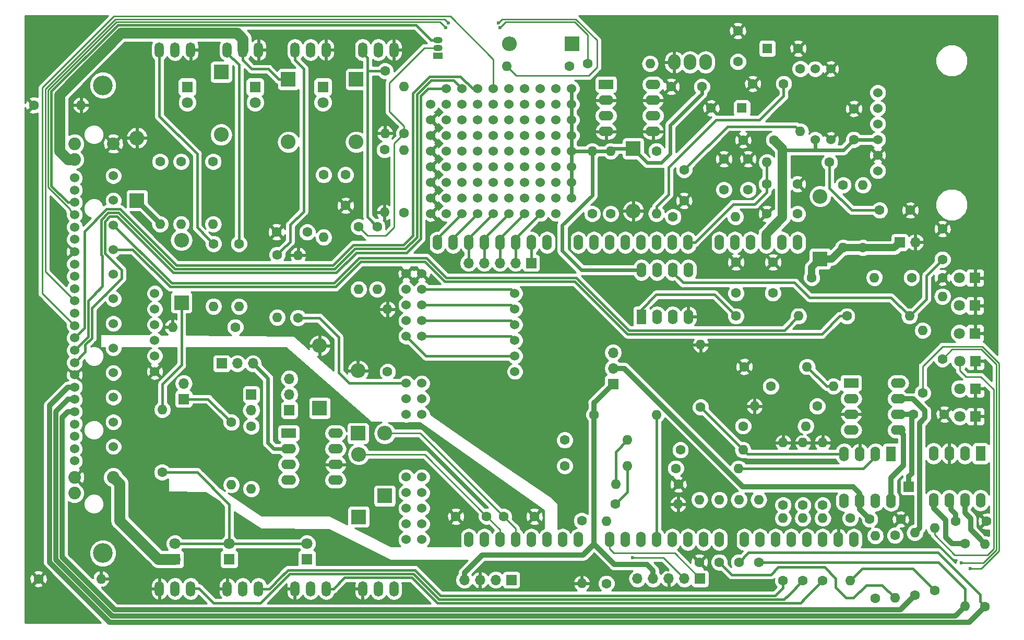
<source format=gbl>
G04 #@! TF.GenerationSoftware,KiCad,Pcbnew,5.0.0+dfsg1-2*
G04 #@! TF.CreationDate,2019-01-23T16:31:20+01:00*
G04 #@! TF.ProjectId,speedy,7370656564792E6B696361645F706362,rev?*
G04 #@! TF.SameCoordinates,Original*
G04 #@! TF.FileFunction,Copper,L2,Bot,Signal*
G04 #@! TF.FilePolarity,Positive*
%FSLAX46Y46*%
G04 Gerber Fmt 4.6, Leading zero omitted, Abs format (unit mm)*
G04 Created by KiCad (PCBNEW 5.0.0+dfsg1-2) date Wed Jan 23 16:31:20 2019*
%MOMM*%
%LPD*%
G01*
G04 APERTURE LIST*
G04 #@! TA.AperFunction,ComponentPad*
%ADD10C,0.600000*%
G04 #@! TD*
G04 #@! TA.AperFunction,ComponentPad*
%ADD11O,1.600000X1.600000*%
G04 #@! TD*
G04 #@! TA.AperFunction,ComponentPad*
%ADD12C,1.600000*%
G04 #@! TD*
G04 #@! TA.AperFunction,ComponentPad*
%ADD13O,1.501140X2.499360*%
G04 #@! TD*
G04 #@! TA.AperFunction,ComponentPad*
%ADD14R,1.600000X1.600000*%
G04 #@! TD*
G04 #@! TA.AperFunction,ComponentPad*
%ADD15O,1.524000X2.540000*%
G04 #@! TD*
G04 #@! TA.AperFunction,ComponentPad*
%ADD16C,1.524000*%
G04 #@! TD*
G04 #@! TA.AperFunction,ComponentPad*
%ADD17R,1.800000X1.800000*%
G04 #@! TD*
G04 #@! TA.AperFunction,ComponentPad*
%ADD18C,1.800000*%
G04 #@! TD*
G04 #@! TA.AperFunction,ComponentPad*
%ADD19R,2.400000X2.400000*%
G04 #@! TD*
G04 #@! TA.AperFunction,ComponentPad*
%ADD20O,2.400000X2.400000*%
G04 #@! TD*
G04 #@! TA.AperFunction,ComponentPad*
%ADD21R,1.700000X1.700000*%
G04 #@! TD*
G04 #@! TA.AperFunction,ComponentPad*
%ADD22O,1.700000X1.700000*%
G04 #@! TD*
G04 #@! TA.AperFunction,ComponentPad*
%ADD23R,2.400000X1.600000*%
G04 #@! TD*
G04 #@! TA.AperFunction,ComponentPad*
%ADD24O,2.400000X1.600000*%
G04 #@! TD*
G04 #@! TA.AperFunction,ComponentPad*
%ADD25O,2.032000X2.540000*%
G04 #@! TD*
G04 #@! TA.AperFunction,ComponentPad*
%ADD26C,2.050000*%
G04 #@! TD*
G04 #@! TA.AperFunction,ComponentPad*
%ADD27C,3.200000*%
G04 #@! TD*
G04 #@! TA.AperFunction,ComponentPad*
%ADD28R,1.600000X2.400000*%
G04 #@! TD*
G04 #@! TA.AperFunction,ComponentPad*
%ADD29O,1.600000X2.400000*%
G04 #@! TD*
G04 #@! TA.AperFunction,ComponentPad*
%ADD30O,1.500000X1.050000*%
G04 #@! TD*
G04 #@! TA.AperFunction,ComponentPad*
%ADD31R,1.500000X1.050000*%
G04 #@! TD*
G04 #@! TA.AperFunction,ViaPad*
%ADD32C,0.600000*%
G04 #@! TD*
G04 #@! TA.AperFunction,Conductor*
%ADD33C,0.400000*%
G04 #@! TD*
G04 #@! TA.AperFunction,Conductor*
%ADD34C,0.609600*%
G04 #@! TD*
G04 #@! TA.AperFunction,Conductor*
%ADD35C,0.812800*%
G04 #@! TD*
G04 #@! TA.AperFunction,Conductor*
%ADD36C,1.219200*%
G04 #@! TD*
G04 #@! TA.AperFunction,Conductor*
%ADD37C,1.524000*%
G04 #@! TD*
G04 #@! TA.AperFunction,Conductor*
%ADD38C,1.778000*%
G04 #@! TD*
G04 #@! TA.AperFunction,Conductor*
%ADD39C,0.250000*%
G04 #@! TD*
G04 #@! TA.AperFunction,Conductor*
%ADD40C,0.254000*%
G04 #@! TD*
G04 APERTURE END LIST*
D10*
G04 #@! TO.P,REF\002A\002A,1*
G04 #@! TO.N,GND*
X82620000Y-100740000D03*
G04 #@! TD*
G04 #@! TO.P,REF\002A\002A,1*
G04 #@! TO.N,GND*
X112680000Y-107000000D03*
G04 #@! TD*
G04 #@! TO.P,REF\002A\002A,1*
G04 #@! TO.N,GND*
X95460000Y-110430000D03*
G04 #@! TD*
G04 #@! TO.P,REF\002A\002A,1*
G04 #@! TO.N,GND*
X103060000Y-150290000D03*
G04 #@! TD*
G04 #@! TO.P,REF\002A\002A,1*
G04 #@! TO.N,GND*
X89540000Y-76230000D03*
G04 #@! TD*
D11*
G04 #@! TO.P,R51,2*
G04 #@! TO.N,5V*
X157690000Y-82700000D03*
D12*
G04 #@! TO.P,R51,1*
G04 #@! TO.N,AUX1-CPU*
X157690000Y-92860000D03*
G04 #@! TD*
D11*
G04 #@! TO.P,R50,2*
G04 #@! TO.N,Net-(IC5-Pad3)*
X167080000Y-68500000D03*
D12*
G04 #@! TO.P,R50,1*
G04 #@! TO.N,DINx*
X156920000Y-68500000D03*
G04 #@! TD*
D11*
G04 #@! TO.P,R29,2*
G04 #@! TO.N,AUX1-IN*
X143800000Y-68900000D03*
D12*
G04 #@! TO.P,R29,1*
G04 #@! TO.N,Net-(IC5-Pad1)*
X153960000Y-68900000D03*
G04 #@! TD*
D11*
G04 #@! TO.P,R52,2*
G04 #@! TO.N,5V*
X160680000Y-82710000D03*
D12*
G04 #@! TO.P,R52,1*
G04 #@! TO.N,DINx-CPU*
X160680000Y-92870000D03*
G04 #@! TD*
D13*
G04 #@! TO.P,Q8,3*
G04 #@! TO.N,GND*
X125540000Y-66250000D03*
G04 #@! TO.P,Q8,2*
G04 #@! TO.N,Net-(Q8-Pad2)*
X120460000Y-66250000D03*
G04 #@! TO.P,Q8,1*
G04 #@! TO.N,VVT-OUT*
X123000000Y-66250000D03*
G04 #@! TD*
D10*
G04 #@! TO.P,REF\002A\002A,1*
G04 #@! TO.N,GND*
X141350000Y-137740000D03*
G04 #@! TD*
G04 #@! TO.P,REF\002A\002A,1*
G04 #@! TO.N,GND*
X97770000Y-72640000D03*
G04 #@! TD*
G04 #@! TO.P,REF\002A\002A,1*
G04 #@! TO.N,GND*
X76830000Y-121920000D03*
G04 #@! TD*
G04 #@! TO.P,REF\002A\002A,1*
G04 #@! TO.N,GND*
X76830000Y-119420000D03*
G04 #@! TD*
G04 #@! TO.P,REF\002A\002A,1*
G04 #@! TO.N,GND*
X76830000Y-124420000D03*
G04 #@! TD*
G04 #@! TO.P,REF\002A\002A,1*
G04 #@! TO.N,GND*
X106040000Y-117640000D03*
G04 #@! TD*
G04 #@! TO.P,REF\002A\002A,1*
G04 #@! TO.N,GND*
X99420000Y-121350000D03*
G04 #@! TD*
G04 #@! TO.P,REF\002A\002A,1*
G04 #@! TO.N,GND*
X104140000Y-132380000D03*
G04 #@! TD*
G04 #@! TO.P,REF\002A\002A,1*
G04 #@! TO.N,GND*
X120350000Y-135840000D03*
G04 #@! TD*
D12*
G04 #@! TO.P,R6,1*
G04 #@! TO.N,ADC-Clamp3*
X170780000Y-93370000D03*
D11*
G04 #@! TO.P,R6,2*
G04 #@! TO.N,TPS-Sensor*
X180940000Y-93370000D03*
G04 #@! TD*
D10*
G04 #@! TO.P,REF\002A\002A,1*
G04 #@! TO.N,GND*
X220800000Y-136300000D03*
G04 #@! TD*
G04 #@! TO.P,REF\002A\002A,1*
G04 #@! TO.N,GND*
X169050000Y-150370000D03*
G04 #@! TD*
D12*
G04 #@! TO.P,C18,2*
G04 #@! TO.N,GND*
X183750000Y-71750000D03*
G04 #@! TO.P,C18,1*
G04 #@! TO.N,MAP-CPU-A3*
X188750000Y-71750000D03*
G04 #@! TD*
D10*
G04 #@! TO.P,REF\002A\002A,1*
G04 #@! TO.N,GND*
X140810000Y-125050000D03*
G04 #@! TD*
D12*
G04 #@! TO.P,C23,2*
G04 #@! TO.N,GND*
X186000000Y-92880000D03*
G04 #@! TO.P,C23,1*
G04 #@! TO.N,RST*
X191000000Y-92880000D03*
G04 #@! TD*
G04 #@! TO.P,C14,2*
G04 #@! TO.N,GND*
X176980000Y-75720000D03*
D14*
G04 #@! TO.P,C14,1*
G04 #@! TO.N,5V*
X181980000Y-75720000D03*
G04 #@! TD*
D12*
G04 #@! TO.P,C57,2*
G04 #@! TO.N,GND*
X172590000Y-90740000D03*
G04 #@! TO.P,C57,1*
G04 #@! TO.N,ADC-Clamp5*
X172590000Y-85740000D03*
G04 #@! TD*
G04 #@! TO.P,C20,2*
G04 #@! TO.N,GND*
X182160000Y-80900000D03*
G04 #@! TO.P,C20,1*
G04 #@! TO.N,5V*
X187160000Y-80900000D03*
G04 #@! TD*
G04 #@! TO.P,C19,2*
G04 #@! TO.N,GND*
X200130000Y-75810000D03*
G04 #@! TO.P,C19,1*
G04 #@! TO.N,5V*
X200130000Y-80810000D03*
G04 #@! TD*
D15*
G04 #@! TO.P,SHIELD1,14*
G04 #@! TO.N,RX3*
X155440000Y-145800000D03*
G04 #@! TO.P,SHIELD1,15*
G04 #@! TO.N,TX3*
X152900000Y-145800000D03*
G04 #@! TO.P,SHIELD1,16*
G04 #@! TO.N,Net-(SHIELD1-Pad16)*
X150360000Y-145800000D03*
G04 #@! TO.P,SHIELD1,17*
G04 #@! TO.N,Net-(SHIELD1-Pad17)*
X147820000Y-145800000D03*
G04 #@! TO.P,SHIELD1,18*
G04 #@! TO.N,RPM1-CPU-D18*
X145280000Y-145800000D03*
G04 #@! TO.P,SHIELD1,19*
G04 #@! TO.N,RPM2-CPU-D19*
X142740000Y-145800000D03*
G04 #@! TO.P,SHIELD1,20*
G04 #@! TO.N,Net-(SHIELD1-Pad20)*
X140200000Y-145800000D03*
G04 #@! TO.P,SHIELD1,21*
G04 #@! TO.N,Net-(SHIELD1-Pad21)*
X137660000Y-145800000D03*
G04 #@! TO.P,SHIELD1,AD15*
G04 #@! TO.N,AD15*
X132580000Y-97540000D03*
G04 #@! TO.P,SHIELD1,AD14*
G04 #@! TO.N,AD14*
X135120000Y-97540000D03*
G04 #@! TO.P,SHIELD1,AD13*
G04 #@! TO.N,AD13*
X137660000Y-97540000D03*
G04 #@! TO.P,SHIELD1,AD12*
G04 #@! TO.N,AD12*
X140200000Y-97540000D03*
G04 #@! TO.P,SHIELD1,AD8*
G04 #@! TO.N,ADC-Clamp1*
X150360000Y-97540000D03*
G04 #@! TO.P,SHIELD1,AD7*
G04 #@! TO.N,AUX1-CPU*
X155440000Y-97540000D03*
G04 #@! TO.P,SHIELD1,AD6*
G04 #@! TO.N,DINx-CPU*
X157980000Y-97540000D03*
G04 #@! TO.P,SHIELD1,AD9*
G04 #@! TO.N,AD9*
X147820000Y-97540000D03*
G04 #@! TO.P,SHIELD1,AD10*
G04 #@! TO.N,AD10*
X145280000Y-97540000D03*
G04 #@! TO.P,SHIELD1,AD11*
G04 #@! TO.N,AD11*
X142740000Y-97540000D03*
G04 #@! TO.P,SHIELD1,AD5*
G04 #@! TO.N,ADC-Clamp5*
X160520000Y-97540000D03*
G04 #@! TO.P,SHIELD1,AD4*
G04 #@! TO.N,ADC-Clamp4*
X163060000Y-97540000D03*
G04 #@! TO.P,SHIELD1,AD3*
G04 #@! TO.N,MAP-CPU-A3*
X165600000Y-97540000D03*
G04 #@! TO.P,SHIELD1,AD0*
G04 #@! TO.N,ADC-Clamp6*
X173220000Y-97540000D03*
G04 #@! TO.P,SHIELD1,AD1*
G04 #@! TO.N,ADC-Clamp2*
X170680000Y-97540000D03*
G04 #@! TO.P,SHIELD1,AD2*
G04 #@! TO.N,ADC-Clamp3*
X168140000Y-97540000D03*
G04 #@! TO.P,SHIELD1,V_IN*
G04 #@! TO.N,Net-(SHIELD1-PadV_IN)*
X178300000Y-97540000D03*
G04 #@! TO.P,SHIELD1,GND2*
G04 #@! TO.N,Net-(SHIELD1-PadGND2)*
X180840000Y-97540000D03*
G04 #@! TO.P,SHIELD1,GND1*
G04 #@! TO.N,Net-(SHIELD1-PadGND1)*
X183380000Y-97540000D03*
G04 #@! TO.P,SHIELD1,3V3*
G04 #@! TO.N,Net-(SHIELD1-Pad3V3)*
X188460000Y-97540000D03*
G04 #@! TO.P,SHIELD1,RST*
G04 #@! TO.N,RST*
X191000000Y-97540000D03*
G04 #@! TO.P,SHIELD1,0*
G04 #@! TO.N,RX*
X160520000Y-145800000D03*
G04 #@! TO.P,SHIELD1,1*
G04 #@! TO.N,TX*
X163060000Y-145800000D03*
G04 #@! TO.P,SHIELD1,2*
G04 #@! TO.N,IDLE*
X165600000Y-145800000D03*
G04 #@! TO.P,SHIELD1,3*
G04 #@! TO.N,FLEX*
X168140000Y-145800000D03*
G04 #@! TO.P,SHIELD1,4*
G04 #@! TO.N,BT-ENEABLE*
X170680000Y-145800000D03*
G04 #@! TO.P,SHIELD1,5*
G04 #@! TO.N,Net-(SHIELD1-Pad5)*
X173220000Y-145800000D03*
G04 #@! TO.P,SHIELD1,6*
G04 #@! TO.N,Net-(SHIELD1-Pad6)*
X175760000Y-145800000D03*
G04 #@! TO.P,SHIELD1,7*
G04 #@! TO.N,Net-(SHIELD1-Pad7)*
X178300000Y-145800000D03*
G04 #@! TO.P,SHIELD1,8*
G04 #@! TO.N,Net-(SHIELD1-Pad8)*
X182364000Y-145800000D03*
G04 #@! TO.P,SHIELD1,9*
G04 #@! TO.N,Net-(SHIELD1-Pad9)*
X184904000Y-145800000D03*
G04 #@! TO.P,SHIELD1,10*
G04 #@! TO.N,Net-(SHIELD1-Pad10)*
X187444000Y-145800000D03*
G04 #@! TO.P,SHIELD1,11*
G04 #@! TO.N,INJ5-CPU-D11*
X189984000Y-145800000D03*
G04 #@! TO.P,SHIELD1,12*
G04 #@! TO.N,INJ4-CPU-D12*
X192524000Y-145800000D03*
G04 #@! TO.P,SHIELD1,13*
G04 #@! TO.N,INJ6-CPU-D13*
X195064000Y-145800000D03*
G04 #@! TO.P,SHIELD1,GND3*
G04 #@! TO.N,GND*
X197604000Y-145800000D03*
G04 #@! TO.P,SHIELD1,AREF*
G04 #@! TO.N,Net-(SHIELD1-PadAREF)*
X200144000Y-145800000D03*
G04 #@! TO.P,SHIELD1,5V*
G04 #@! TO.N,5V*
X185920000Y-97540000D03*
D16*
G04 #@! TO.P,SHIELD1,22*
G04 #@! TO.N,IGN6-D22*
X130040000Y-143260000D03*
G04 #@! TO.P,SHIELD1,23*
G04 #@! TO.N,Net-(SHIELD1-Pad23)*
X127500000Y-143260000D03*
G04 #@! TO.P,SHIELD1,24*
G04 #@! TO.N,IGN3-D24*
X130040000Y-140720000D03*
G04 #@! TO.P,SHIELD1,25*
G04 #@! TO.N,Net-(SHIELD1-Pad25)*
X127500000Y-140720000D03*
G04 #@! TO.P,SHIELD1,26*
G04 #@! TO.N,IGN4-D26*
X130040000Y-138180000D03*
G04 #@! TO.P,SHIELD1,27*
G04 #@! TO.N,IGN1-D27*
X127500000Y-138180000D03*
G04 #@! TO.P,SHIELD1,28*
G04 #@! TO.N,IGN5-D28*
X130040000Y-135640000D03*
G04 #@! TO.P,SHIELD1,29*
G04 #@! TO.N,IGN2-D29*
X127500000Y-135640000D03*
G04 #@! TO.P,SHIELD1,5V_4*
G04 #@! TO.N,Net-(SHIELD1-Pad5V_4)*
X130040000Y-145800000D03*
G04 #@! TO.P,SHIELD1,5V_5*
G04 #@! TO.N,Net-(SHIELD1-Pad5V_5)*
X127500000Y-145800000D03*
G04 #@! TO.P,SHIELD1,36*
G04 #@! TO.N,Net-(SHIELD1-Pad36)*
X130040000Y-125480000D03*
G04 #@! TO.P,SHIELD1,37*
G04 #@! TO.N,INJ1-CPU-D37*
X127500000Y-125480000D03*
G04 #@! TO.P,SHIELD1,38*
G04 #@! TO.N,Net-(SHIELD1-Pad38)*
X130040000Y-122940000D03*
G04 #@! TO.P,SHIELD1,39*
G04 #@! TO.N,INJ3-CPU-D39*
X127500000Y-122940000D03*
G04 #@! TO.P,SHIELD1,40*
G04 #@! TO.N,Net-(SHIELD1-Pad40)*
X130040000Y-120400000D03*
G04 #@! TO.P,SHIELD1,41*
G04 #@! TO.N,INJ2-CPU-D41*
X127500000Y-120400000D03*
G04 #@! TO.P,SHIELD1,46*
G04 #@! TO.N,ULN-AUX4*
X130040000Y-112780000D03*
G04 #@! TO.P,SHIELD1,47*
G04 #@! TO.N,ULN-AUX3*
X127500000Y-112780000D03*
G04 #@! TO.P,SHIELD1,48*
G04 #@! TO.N,ULN-TACH*
X130040000Y-110240000D03*
G04 #@! TO.P,SHIELD1,49*
G04 #@! TO.N,AUX-CS*
X127500000Y-110240000D03*
G04 #@! TO.P,SHIELD1,50*
G04 #@! TO.N,ULN-AUX2*
X130040000Y-107700000D03*
G04 #@! TO.P,SHIELD1,51*
G04 #@! TO.N,Net-(SHIELD1-Pad51)*
X127500000Y-107700000D03*
G04 #@! TO.P,SHIELD1,52*
G04 #@! TO.N,ULN-AUX1*
X130040000Y-105160000D03*
G04 #@! TO.P,SHIELD1,53*
G04 #@! TO.N,VVT*
X127500000Y-105160000D03*
G04 #@! TO.P,SHIELD1,GND4*
G04 #@! TO.N,GND*
X130040000Y-102620000D03*
G04 #@! TO.P,SHIELD1,GND5*
X127500000Y-102620000D03*
G04 #@! TD*
D17*
G04 #@! TO.P,LED1,1*
G04 #@! TO.N,Net-(D6-Pad2)*
X92000000Y-72270000D03*
D18*
G04 #@! TO.P,LED1,2*
G04 #@! TO.N,Net-(LED1-Pad2)*
X92000000Y-74810000D03*
G04 #@! TD*
D17*
G04 #@! TO.P,LED2,1*
G04 #@! TO.N,Net-(D7-Pad2)*
X103000000Y-72270000D03*
D18*
G04 #@! TO.P,LED2,2*
G04 #@! TO.N,Net-(LED2-Pad2)*
X103000000Y-74810000D03*
G04 #@! TD*
D17*
G04 #@! TO.P,LED3,1*
G04 #@! TO.N,Net-(D8-Pad2)*
X114000000Y-72270000D03*
D18*
G04 #@! TO.P,LED3,2*
G04 #@! TO.N,Net-(LED3-Pad2)*
X114000000Y-74810000D03*
G04 #@! TD*
D17*
G04 #@! TO.P,LED4,1*
G04 #@! TO.N,INJ4*
X90000000Y-149000000D03*
D18*
G04 #@! TO.P,LED4,2*
G04 #@! TO.N,4-6-INJ-D&R*
X90000000Y-146460000D03*
G04 #@! TD*
D17*
G04 #@! TO.P,LED5,1*
G04 #@! TO.N,INJ5*
X98800000Y-149000000D03*
D18*
G04 #@! TO.P,LED5,2*
G04 #@! TO.N,4-6-INJ-D&R*
X98800000Y-146460000D03*
G04 #@! TD*
D17*
G04 #@! TO.P,LED6,1*
G04 #@! TO.N,INJ6*
X111400000Y-149000000D03*
D18*
G04 #@! TO.P,LED6,2*
G04 #@! TO.N,4-6-INJ-D&R*
X111400000Y-146460000D03*
G04 #@! TD*
D12*
G04 #@! TO.P,R23,1*
G04 #@! TO.N,IGN1-D27*
X186660000Y-120910000D03*
D11*
G04 #@! TO.P,R23,2*
G04 #@! TO.N,Net-(IC1-Pad2)*
X196820000Y-120910000D03*
G04 #@! TD*
D12*
G04 #@! TO.P,R82,1*
G04 #@! TO.N,GND*
X67130000Y-75230000D03*
D11*
G04 #@! TO.P,R82,2*
X74750000Y-75230000D03*
G04 #@! TD*
D12*
G04 #@! TO.P,C7,1*
G04 #@! TO.N,Net-(C7-Pad1)*
X117670000Y-86540000D03*
G04 #@! TO.P,C7,2*
G04 #@! TO.N,GND*
X117670000Y-91540000D03*
G04 #@! TD*
D19*
G04 #@! TO.P,D2,1*
G04 #@! TO.N,PWR*
X83840000Y-90710000D03*
D20*
G04 #@! TO.P,D2,2*
G04 #@! TO.N,GND*
X83840000Y-80550000D03*
G04 #@! TD*
D12*
G04 #@! TO.P,C13,1*
G04 #@! TO.N,5V*
X175490000Y-72220000D03*
G04 #@! TO.P,C13,2*
G04 #@! TO.N,GND*
X170490000Y-72220000D03*
G04 #@! TD*
G04 #@! TO.P,C15,1*
G04 #@! TO.N,12V*
X181310000Y-68170000D03*
G04 #@! TO.P,C15,2*
G04 #@! TO.N,GND*
X181310000Y-63170000D03*
G04 #@! TD*
D14*
G04 #@! TO.P,C16,1*
G04 #@! TO.N,12V*
X186110000Y-66020000D03*
D12*
G04 #@! TO.P,C16,2*
G04 #@! TO.N,GND*
X191110000Y-66020000D03*
G04 #@! TD*
D19*
G04 #@! TO.P,D15,1*
G04 #@! TO.N,12V*
X154410000Y-65250000D03*
D20*
G04 #@! TO.P,D15,2*
G04 #@! TO.N,PWR*
X144250000Y-65250000D03*
G04 #@! TD*
D19*
G04 #@! TO.P,D16,1*
G04 #@! TO.N,5V*
X164340000Y-82280000D03*
D20*
G04 #@! TO.P,D16,2*
G04 #@! TO.N,GND*
X164340000Y-92440000D03*
G04 #@! TD*
D12*
G04 #@! TO.P,C1,1*
G04 #@! TO.N,IAT-Sensor*
X204300000Y-92300000D03*
G04 #@! TO.P,C1,2*
G04 #@! TO.N,GND*
X209300000Y-92300000D03*
G04 #@! TD*
G04 #@! TO.P,C2,1*
G04 #@! TO.N,ADC-Clamp6*
X185990000Y-88050000D03*
G04 #@! TO.P,C2,2*
G04 #@! TO.N,GND*
X190990000Y-88050000D03*
G04 #@! TD*
G04 #@! TO.P,C3,1*
G04 #@! TO.N,CLT-Sensor*
X209500000Y-103250000D03*
G04 #@! TO.P,C3,2*
G04 #@! TO.N,GND*
X214500000Y-103250000D03*
G04 #@! TD*
G04 #@! TO.P,C4,1*
G04 #@! TO.N,ADC-Clamp2*
X214500000Y-100300000D03*
G04 #@! TO.P,C4,2*
G04 #@! TO.N,GND*
X214500000Y-95300000D03*
G04 #@! TD*
G04 #@! TO.P,C5,1*
G04 #@! TO.N,TPS-Sensor*
X182980000Y-88980000D03*
G04 #@! TO.P,C5,2*
G04 #@! TO.N,GND*
X182980000Y-83980000D03*
G04 #@! TD*
G04 #@! TO.P,C6,1*
G04 #@! TO.N,ADC-Clamp3*
X179050000Y-88980000D03*
G04 #@! TO.P,C6,2*
G04 #@! TO.N,GND*
X179050000Y-83980000D03*
G04 #@! TD*
G04 #@! TO.P,C8,1*
G04 #@! TO.N,ADC-Clamp4*
X111470000Y-95850000D03*
G04 #@! TO.P,C8,2*
G04 #@! TO.N,GND*
X106470000Y-95850000D03*
G04 #@! TD*
G04 #@! TO.P,C9,1*
G04 #@! TO.N,O2-Sensor*
X187000000Y-105750000D03*
G04 #@! TO.P,C9,2*
G04 #@! TO.N,GND*
X187000000Y-100750000D03*
G04 #@! TD*
G04 #@! TO.P,C10,1*
G04 #@! TO.N,ADC-Clamp1*
X181000000Y-105750000D03*
G04 #@! TO.P,C10,2*
G04 #@! TO.N,GND*
X181000000Y-100750000D03*
G04 #@! TD*
D19*
G04 #@! TO.P,D6,1*
G04 #@! TO.N,INJ1*
X97500000Y-69850000D03*
D20*
G04 #@! TO.P,D6,2*
G04 #@! TO.N,Net-(D6-Pad2)*
X97500000Y-80010000D03*
G04 #@! TD*
D19*
G04 #@! TO.P,D7,1*
G04 #@! TO.N,INJ2*
X108400000Y-71040000D03*
D20*
G04 #@! TO.P,D7,2*
G04 #@! TO.N,Net-(D7-Pad2)*
X108400000Y-81200000D03*
G04 #@! TD*
D19*
G04 #@! TO.P,D8,1*
G04 #@! TO.N,INJ3*
X119400000Y-71040000D03*
D20*
G04 #@! TO.P,D8,2*
G04 #@! TO.N,Net-(D8-Pad2)*
X119400000Y-81200000D03*
G04 #@! TD*
D19*
G04 #@! TO.P,D9,1*
G04 #@! TO.N,Net-(D9-Pad1)*
X91050000Y-107310000D03*
D20*
G04 #@! TO.P,D9,2*
G04 #@! TO.N,PWR*
X91050000Y-97150000D03*
G04 #@! TD*
D12*
G04 #@! TO.P,C24,1*
G04 #@! TO.N,RPM1-CPU-D18*
X143300000Y-142060000D03*
G04 #@! TO.P,C24,2*
G04 #@! TO.N,GND*
X148300000Y-142060000D03*
G04 #@! TD*
G04 #@! TO.P,C25,1*
G04 #@! TO.N,RPM2-CPU-D19*
X140570000Y-142040000D03*
G04 #@! TO.P,C25,2*
G04 #@! TO.N,GND*
X135570000Y-142040000D03*
G04 #@! TD*
D19*
G04 #@! TO.P,D4,1*
G04 #@! TO.N,RPM2-CPU-D19*
X113475000Y-124450000D03*
D20*
G04 #@! TO.P,D4,2*
G04 #@! TO.N,GND*
X113475000Y-114290000D03*
G04 #@! TD*
D21*
G04 #@! TO.P,JP2,1*
G04 #@! TO.N,RPM1-CPU-D18*
X97570000Y-117200000D03*
D22*
G04 #@! TO.P,JP2,2*
G04 #@! TO.N,RPM1*
X100110000Y-117200000D03*
G04 #@! TO.P,JP2,3*
G04 #@! TO.N,Net-(IC3-Pad2)*
X102650000Y-117200000D03*
G04 #@! TD*
D21*
G04 #@! TO.P,JP3,1*
G04 #@! TO.N,Net-(IC3-Pad3)*
X108550000Y-124770000D03*
D22*
G04 #@! TO.P,JP3,2*
G04 #@! TO.N,RPM2*
X108550000Y-122230000D03*
G04 #@! TO.P,JP3,3*
G04 #@! TO.N,RPM2-CPU-D19*
X108550000Y-119690000D03*
G04 #@! TD*
D21*
G04 #@! TO.P,RPM1_PULLUP,1*
G04 #@! TO.N,Net-(JP4-Pad1)*
X91420000Y-122970000D03*
D22*
G04 #@! TO.P,RPM1_PULLUP,2*
G04 #@! TO.N,RPM1*
X91420000Y-120430000D03*
G04 #@! TD*
D21*
G04 #@! TO.P,RPM2_PULLUP,1*
G04 #@! TO.N,RPM2*
X102370000Y-122250000D03*
D22*
G04 #@! TO.P,RPM2_PULLUP,2*
G04 #@! TO.N,Net-(JP5-Pad2)*
X102370000Y-124790000D03*
G04 #@! TD*
D16*
G04 #@! TO.P,SHIELD2,1*
G04 #@! TO.N,GND*
X86730000Y-118510000D03*
G04 #@! TO.P,SHIELD2,2*
G04 #@! TO.N,ULN-AUX-OUT1*
X86730000Y-115970000D03*
G04 #@! TO.P,SHIELD2,3*
G04 #@! TO.N,ULN-FAN-OUT*
X86730000Y-113430000D03*
G04 #@! TO.P,SHIELD2,4*
G04 #@! TO.N,ULN-BOOST-OUT*
X86730000Y-110890000D03*
G04 #@! TO.P,SHIELD2,5*
G04 #@! TO.N,ULN-FP-OUT*
X86730000Y-108350000D03*
G04 #@! TO.P,SHIELD2,6*
G04 #@! TO.N,ULN-TACH-OUT*
X86730000Y-105810000D03*
G04 #@! TO.P,SHIELD2,11*
G04 #@! TO.N,ULN-AUX2*
X145150000Y-108350000D03*
G04 #@! TO.P,SHIELD2,7*
G04 #@! TO.N,PWR*
X145150000Y-118510000D03*
G04 #@! TO.P,SHIELD2,8*
G04 #@! TO.N,ULN-AUX3*
X145150000Y-115970000D03*
G04 #@! TO.P,SHIELD2,9*
G04 #@! TO.N,ULN-AUX4*
X145150000Y-113430000D03*
G04 #@! TO.P,SHIELD2,12*
G04 #@! TO.N,ULN-AUX1*
X145150000Y-105810000D03*
G04 #@! TO.P,SHIELD2,10*
G04 #@! TO.N,ULN-TACH*
X145150000Y-110890000D03*
G04 #@! TD*
D23*
G04 #@! TO.P,IC1,1*
G04 #@! TO.N,Net-(IC1-Pad1)*
X199680000Y-120380000D03*
D24*
G04 #@! TO.P,IC1,5*
G04 #@! TO.N,dummyLabel*
X207300000Y-128000000D03*
G04 #@! TO.P,IC1,2*
G04 #@! TO.N,Net-(IC1-Pad2)*
X199680000Y-122920000D03*
G04 #@! TO.P,IC1,6*
G04 #@! TO.N,IGN-OUT-SELECT*
X207300000Y-125460000D03*
G04 #@! TO.P,IC1,3*
G04 #@! TO.N,GND*
X199680000Y-125460000D03*
G04 #@! TO.P,IC1,7*
G04 #@! TO.N,Net-(IC1-Pad7)*
X207300000Y-122920000D03*
G04 #@! TO.P,IC1,4*
G04 #@! TO.N,Net-(IC1-Pad4)*
X199680000Y-128000000D03*
G04 #@! TO.P,IC1,8*
G04 #@! TO.N,Net-(IC1-Pad8)*
X207300000Y-120380000D03*
G04 #@! TD*
D21*
G04 #@! TO.P,SERIAL3,1*
G04 #@! TO.N,RX3*
X144580000Y-152370000D03*
D22*
G04 #@! TO.P,SERIAL3,2*
G04 #@! TO.N,TX3*
X142040000Y-152370000D03*
G04 #@! TO.P,SERIAL3,3*
G04 #@! TO.N,GND*
X139500000Y-152370000D03*
G04 #@! TO.P,SERIAL3,4*
G04 #@! TO.N,5V*
X136960000Y-152370000D03*
G04 #@! TD*
D12*
G04 #@! TO.P,C11,1*
G04 #@! TO.N,IGN-OUT-SELECT*
X209830000Y-125460000D03*
G04 #@! TO.P,C11,2*
G04 #@! TO.N,GND*
X214830000Y-125460000D03*
G04 #@! TD*
D21*
G04 #@! TO.P,JP-IGN-OUT1,1*
G04 #@! TO.N,5V*
X161070000Y-120510000D03*
D22*
G04 #@! TO.P,JP-IGN-OUT1,2*
G04 #@! TO.N,IGN-OUT-SELECT*
X161070000Y-117970000D03*
G04 #@! TO.P,JP-IGN-OUT1,3*
G04 #@! TO.N,PWR*
X161070000Y-115430000D03*
G04 #@! TD*
D21*
G04 #@! TO.P,5V-OUT1,1*
G04 #@! TO.N,5V*
X207570000Y-97510000D03*
D22*
G04 #@! TO.P,5V-OUT1,2*
G04 #@! TO.N,GND*
X210110000Y-97510000D03*
G04 #@! TD*
D25*
G04 #@! TO.P,U1,2*
G04 #@! TO.N,5V*
X173540000Y-68250000D03*
G04 #@! TO.P,U1,3*
G04 #@! TO.N,12V*
X176080000Y-68250000D03*
G04 #@! TO.P,U1,1*
G04 #@! TO.N,GND*
X171000000Y-68250000D03*
G04 #@! TD*
D21*
G04 #@! TO.P,J4,1*
G04 #@! TO.N,AD9*
X147790000Y-100890000D03*
D22*
G04 #@! TO.P,J4,2*
G04 #@! TO.N,AD10*
X145250000Y-100890000D03*
G04 #@! TO.P,J4,3*
G04 #@! TO.N,AD11*
X142710000Y-100890000D03*
G04 #@! TO.P,J4,4*
G04 #@! TO.N,AD12*
X140170000Y-100890000D03*
G04 #@! TO.P,J4,5*
G04 #@! TO.N,AD13*
X137630000Y-100890000D03*
G04 #@! TD*
D26*
G04 #@! TO.P,J1,42*
G04 #@! TO.N,INJ1*
X73700000Y-81500000D03*
G04 #@! TO.P,J1,1*
G04 #@! TO.N,GND*
X80000000Y-81500000D03*
D16*
G04 #@! TO.P,J1,3*
G04 #@! TO.N,PWR*
X80000000Y-90700000D03*
G04 #@! TO.P,J1,2*
G04 #@! TO.N,IAT-Sensor*
X80000000Y-86700000D03*
G04 #@! TO.P,J1,4*
G04 #@! TO.N,O2-Sensor*
X80000000Y-94700000D03*
G04 #@! TO.P,J1,5*
G04 #@! TO.N,CLT-Sensor*
X80000000Y-98700000D03*
G04 #@! TO.P,J1,6*
G04 #@! TO.N,FLEX*
X80000000Y-102700000D03*
G04 #@! TO.P,J1,7*
G04 #@! TO.N,ULN-FP-OUT*
X80000000Y-106700000D03*
G04 #@! TO.P,J1,8*
G04 #@! TO.N,ULN-FAN-OUT*
X80000000Y-110700000D03*
G04 #@! TO.P,J1,9*
G04 #@! TO.N,RPM1*
X80000000Y-114700000D03*
G04 #@! TO.P,J1,10*
G04 #@! TO.N,RPM2*
X80000000Y-118700000D03*
G04 #@! TO.P,J1,11*
G04 #@! TO.N,VR1-*
X80000000Y-122700000D03*
G04 #@! TO.P,J1,12*
G04 #@! TO.N,VR2-*
X80000000Y-126700000D03*
D26*
G04 #@! TO.P,J1,14*
G04 #@! TO.N,INJ4*
X80000000Y-135700000D03*
D16*
G04 #@! TO.P,J1,17*
G04 #@! TO.N,INJ6*
X73700000Y-133040000D03*
D26*
G04 #@! TO.P,J1,15*
G04 #@! TO.N,INJ5*
X73700000Y-138240000D03*
G04 #@! TO.P,J1,16*
G04 #@! TO.N,GND*
X73700000Y-135700000D03*
D16*
G04 #@! TO.P,J1,18*
G04 #@! TO.N,IGN4-OUT*
X73700000Y-131040000D03*
G04 #@! TO.P,J1,19*
G04 #@! TO.N,IGN3-OUT*
X73700000Y-129040000D03*
G04 #@! TO.P,J1,20*
G04 #@! TO.N,IGN2-OUT*
X73700000Y-127040000D03*
G04 #@! TO.P,J1,21*
G04 #@! TO.N,IGN1-OUT*
X73700000Y-125040000D03*
G04 #@! TO.P,J1,22*
G04 #@! TO.N,IGN6-OUT*
X73700000Y-123040000D03*
G04 #@! TO.P,J1,23*
G04 #@! TO.N,IGN5-OUT*
X73700000Y-121040000D03*
G04 #@! TO.P,J1,24*
G04 #@! TO.N,GND*
X73700000Y-119040000D03*
G04 #@! TO.P,J1,25*
G04 #@! TO.N,AUX1*
X73700000Y-117040000D03*
G04 #@! TO.P,J1,26*
G04 #@! TO.N,AUX2*
X73700000Y-115040000D03*
G04 #@! TO.P,J1,27*
G04 #@! TO.N,AUX3*
X73700000Y-113040000D03*
G04 #@! TO.P,J1,28*
G04 #@! TO.N,AUX4*
X73700000Y-111040000D03*
G04 #@! TO.P,J1,29*
G04 #@! TO.N,5V*
X73700000Y-109040000D03*
G04 #@! TO.P,J1,30*
G04 #@! TO.N,AUX1-IN*
X73700000Y-107040000D03*
G04 #@! TO.P,J1,31*
G04 #@! TO.N,ULN-AUX-OUT1*
X73700000Y-105040000D03*
G04 #@! TO.P,J1,32*
G04 #@! TO.N,ULN-BOOST-OUT*
X73700000Y-103040000D03*
G04 #@! TO.P,J1,33*
G04 #@! TO.N,ULN-TACH-OUT*
X73700000Y-101040000D03*
G04 #@! TO.P,J1,34*
G04 #@! TO.N,GND*
X73700000Y-99040000D03*
G04 #@! TO.P,J1,35*
G04 #@! TO.N,5V*
X73700000Y-97040000D03*
G04 #@! TO.P,J1,36*
G04 #@! TO.N,TPS-Sensor*
X73700000Y-95040000D03*
G04 #@! TO.P,J1,37*
G04 #@! TO.N,DINx*
X73700000Y-93040000D03*
G04 #@! TO.P,J1,39*
G04 #@! TO.N,VVT-OUT*
X73700000Y-89040000D03*
G04 #@! TO.P,J1,12*
G04 #@! TO.N,VR2-*
X80000000Y-126700000D03*
G04 #@! TO.P,J1,13*
G04 #@! TO.N,IDLE-OUT*
X80000000Y-130700000D03*
G04 #@! TO.P,J1,38*
G04 #@! TO.N,AUX-CS-OUT1*
X73700000Y-91040000D03*
G04 #@! TO.P,J1,40*
G04 #@! TO.N,INJ3*
X73700000Y-87040000D03*
D26*
G04 #@! TO.P,J1,41*
G04 #@! TO.N,INJ2*
X73700000Y-84040000D03*
D27*
G04 #@! TO.P,J1,43*
G04 #@! TO.N,N/C*
X78300000Y-72000000D03*
X78300000Y-148000000D03*
G04 #@! TD*
D12*
G04 #@! TO.P,R70,1*
G04 #@! TO.N,Net-(Q9-Pad2)*
X127180000Y-79810000D03*
D11*
G04 #@! TO.P,R70,2*
G04 #@! TO.N,PWR*
X127180000Y-72190000D03*
G04 #@! TD*
D23*
G04 #@! TO.P,IC3,1*
G04 #@! TO.N,VR1-*
X108430000Y-128530000D03*
D24*
G04 #@! TO.P,IC3,5*
G04 #@! TO.N,5V*
X116050000Y-136150000D03*
G04 #@! TO.P,IC3,2*
G04 #@! TO.N,Net-(IC3-Pad2)*
X108430000Y-131070000D03*
G04 #@! TO.P,IC3,6*
G04 #@! TO.N,GND*
X116050000Y-133610000D03*
G04 #@! TO.P,IC3,3*
G04 #@! TO.N,Net-(IC3-Pad3)*
X108430000Y-133610000D03*
G04 #@! TO.P,IC3,7*
G04 #@! TO.N,RPM2-CPU-D19*
X116050000Y-131070000D03*
G04 #@! TO.P,IC3,4*
G04 #@! TO.N,VR2-*
X108430000Y-136150000D03*
G04 #@! TO.P,IC3,8*
G04 #@! TO.N,RPM1-CPU-D18*
X116050000Y-128530000D03*
G04 #@! TD*
D28*
G04 #@! TO.P,IC4,1*
G04 #@! TO.N,ADC-Clamp1*
X165670000Y-109620000D03*
D29*
G04 #@! TO.P,IC4,5*
G04 #@! TO.N,ADC-Clamp6*
X173290000Y-102000000D03*
G04 #@! TO.P,IC4,2*
G04 #@! TO.N,ADC-Clamp5*
X168210000Y-109620000D03*
G04 #@! TO.P,IC4,6*
G04 #@! TO.N,ADC-Clamp2*
X170750000Y-102000000D03*
G04 #@! TO.P,IC4,3*
G04 #@! TO.N,ADC-Clamp4*
X170750000Y-109620000D03*
G04 #@! TO.P,IC4,7*
G04 #@! TO.N,ADC-Clamp3*
X168210000Y-102000000D03*
G04 #@! TO.P,IC4,4*
G04 #@! TO.N,GND*
X173290000Y-109620000D03*
G04 #@! TO.P,IC4,8*
G04 #@! TO.N,5V*
X165670000Y-102000000D03*
G04 #@! TD*
D16*
G04 #@! TO.P,MPX4250AP1,6*
G04 #@! TO.N,Net-(MPX4250AP1-Pad6)*
X204000000Y-73205000D03*
G04 #@! TO.P,MPX4250AP1,5*
G04 #@! TO.N,Net-(MPX4250AP1-Pad5)*
X204000000Y-75745000D03*
G04 #@! TO.P,MPX4250AP1,4*
G04 #@! TO.N,Net-(MPX4250AP1-Pad4)*
X204000000Y-78285000D03*
G04 #@! TO.P,MPX4250AP1,3*
G04 #@! TO.N,5V*
X204000000Y-80825000D03*
G04 #@! TO.P,MPX4250AP1,2*
G04 #@! TO.N,GND*
X204000000Y-83365000D03*
G04 #@! TO.P,MPX4250AP1,1*
G04 #@! TO.N,Net-(MPX4250AP1-Pad1)*
X204000000Y-85905000D03*
G04 #@! TD*
D13*
G04 #@! TO.P,Q7,1*
G04 #@! TO.N,IDLE-OUT*
X123000000Y-153800000D03*
G04 #@! TO.P,Q7,2*
G04 #@! TO.N,Net-(Q7-Pad2)*
X125540000Y-153800000D03*
G04 #@! TO.P,Q7,3*
G04 #@! TO.N,GND*
X120460000Y-153800000D03*
G04 #@! TD*
G04 #@! TO.P,Q6,1*
G04 #@! TO.N,INJ6*
X112000000Y-153800000D03*
G04 #@! TO.P,Q6,2*
G04 #@! TO.N,Net-(Q6-Pad2)*
X114540000Y-153800000D03*
G04 #@! TO.P,Q6,3*
G04 #@! TO.N,GND*
X109460000Y-153800000D03*
G04 #@! TD*
G04 #@! TO.P,Q5,1*
G04 #@! TO.N,INJ5*
X101000000Y-153800000D03*
G04 #@! TO.P,Q5,2*
G04 #@! TO.N,Net-(Q5-Pad2)*
X103540000Y-153800000D03*
G04 #@! TO.P,Q5,3*
G04 #@! TO.N,GND*
X98460000Y-153800000D03*
G04 #@! TD*
G04 #@! TO.P,Q4,1*
G04 #@! TO.N,INJ4*
X90000000Y-153800000D03*
G04 #@! TO.P,Q4,2*
G04 #@! TO.N,Net-(Q4-Pad2)*
X92540000Y-153800000D03*
G04 #@! TO.P,Q4,3*
G04 #@! TO.N,GND*
X87460000Y-153800000D03*
G04 #@! TD*
G04 #@! TO.P,Q3,1*
G04 #@! TO.N,INJ3*
X112000000Y-66250000D03*
G04 #@! TO.P,Q3,2*
G04 #@! TO.N,Net-(Q3-Pad2)*
X109460000Y-66250000D03*
G04 #@! TO.P,Q3,3*
G04 #@! TO.N,GND*
X114540000Y-66250000D03*
G04 #@! TD*
G04 #@! TO.P,Q2,1*
G04 #@! TO.N,INJ2*
X101000000Y-66250000D03*
G04 #@! TO.P,Q2,2*
G04 #@! TO.N,Net-(Q2-Pad2)*
X98460000Y-66250000D03*
G04 #@! TO.P,Q2,3*
G04 #@! TO.N,GND*
X103540000Y-66250000D03*
G04 #@! TD*
G04 #@! TO.P,Q1,1*
G04 #@! TO.N,INJ1*
X90000000Y-66250000D03*
G04 #@! TO.P,Q1,2*
G04 #@! TO.N,Net-(Q1-Pad2)*
X87460000Y-66250000D03*
G04 #@! TO.P,Q1,3*
G04 #@! TO.N,GND*
X92540000Y-66250000D03*
G04 #@! TD*
D19*
G04 #@! TO.P,D22,1*
G04 #@! TO.N,5V*
X194650000Y-100200000D03*
D20*
G04 #@! TO.P,D22,2*
G04 #@! TO.N,RST*
X194650000Y-90040000D03*
G04 #@! TD*
D12*
G04 #@! TO.P,R54,1*
G04 #@! TO.N,RST*
X198400000Y-88200000D03*
D11*
G04 #@! TO.P,R54,2*
G04 #@! TO.N,5V*
X198400000Y-98360000D03*
G04 #@! TD*
D12*
G04 #@! TO.P,R61,1*
G04 #@! TO.N,Net-(Q4-Pad2)*
X191850000Y-152490000D03*
D11*
G04 #@! TO.P,R61,2*
G04 #@! TO.N,INJ4-CPU-D12*
X191850000Y-142330000D03*
G04 #@! TD*
D12*
G04 #@! TO.P,R21,1*
G04 #@! TO.N,Net-(C7-Pad1)*
X124000000Y-82470000D03*
D11*
G04 #@! TO.P,R21,2*
G04 #@! TO.N,GND*
X124000000Y-92630000D03*
G04 #@! TD*
D12*
G04 #@! TO.P,R10,1*
G04 #@! TO.N,Net-(Q1-Pad2)*
X96250000Y-97750000D03*
D11*
G04 #@! TO.P,R10,2*
G04 #@! TO.N,INJ1-CPU-D37*
X96250000Y-107910000D03*
G04 #@! TD*
D12*
G04 #@! TO.P,R13,1*
G04 #@! TO.N,Net-(Q2-Pad2)*
X100390000Y-97760000D03*
D11*
G04 #@! TO.P,R13,2*
G04 #@! TO.N,INJ2-CPU-D41*
X100390000Y-107920000D03*
G04 #@! TD*
D12*
G04 #@! TO.P,R16,1*
G04 #@! TO.N,Net-(Q3-Pad2)*
X106575000Y-99540000D03*
D11*
G04 #@! TO.P,R16,2*
G04 #@! TO.N,INJ3-CPU-D39*
X106575000Y-109700000D03*
G04 #@! TD*
D12*
G04 #@! TO.P,R19,1*
G04 #@! TO.N,Net-(Q5-Pad2)*
X188650000Y-152500000D03*
D11*
G04 #@! TO.P,R19,2*
G04 #@! TO.N,INJ5-CPU-D11*
X188650000Y-142340000D03*
G04 #@! TD*
D12*
G04 #@! TO.P,R65,1*
G04 #@! TO.N,Net-(Q6-Pad2)*
X195080000Y-152510000D03*
D11*
G04 #@! TO.P,R65,2*
G04 #@! TO.N,INJ6-CPU-D13*
X195080000Y-142350000D03*
G04 #@! TD*
D12*
G04 #@! TO.P,R39,1*
G04 #@! TO.N,Net-(JP4-Pad1)*
X99150000Y-126760000D03*
D11*
G04 #@! TO.P,R39,2*
G04 #@! TO.N,5V*
X99150000Y-136920000D03*
G04 #@! TD*
D12*
G04 #@! TO.P,R40,1*
G04 #@! TO.N,Net-(JP5-Pad2)*
X102375000Y-127410000D03*
D11*
G04 #@! TO.P,R40,2*
G04 #@! TO.N,5V*
X102375000Y-137570000D03*
G04 #@! TD*
D12*
G04 #@! TO.P,R57,1*
G04 #@! TO.N,Net-(Q7-Pad2)*
X160000000Y-152940000D03*
D11*
G04 #@! TO.P,R57,2*
G04 #@! TO.N,IDLE*
X160000000Y-142780000D03*
G04 #@! TD*
D12*
G04 #@! TO.P,R24,1*
G04 #@! TO.N,IGN2-D29*
X182160000Y-127370000D03*
D11*
G04 #@! TO.P,R24,2*
G04 #@! TO.N,Net-(IC1-Pad4)*
X192320000Y-127370000D03*
G04 #@! TD*
D12*
G04 #@! TO.P,R26,1*
G04 #@! TO.N,dummyLabel*
X206820000Y-145140000D03*
D11*
G04 #@! TO.P,R26,2*
G04 #@! TO.N,IGN2-OUT*
X206820000Y-155300000D03*
G04 #@! TD*
D12*
G04 #@! TO.P,R27,1*
G04 #@! TO.N,IGN1-OUT*
X210010000Y-154860000D03*
D11*
G04 #@! TO.P,R27,2*
G04 #@! TO.N,Net-(IC1-Pad7)*
X210010000Y-144700000D03*
G04 #@! TD*
D12*
G04 #@! TO.P,R1,1*
G04 #@! TO.N,5V*
X201600000Y-98400000D03*
D11*
G04 #@! TO.P,R1,2*
G04 #@! TO.N,IAT-Sensor*
X201600000Y-88240000D03*
G04 #@! TD*
D12*
G04 #@! TO.P,R3,1*
G04 #@! TO.N,5V*
X193300000Y-103250000D03*
D11*
G04 #@! TO.P,R3,2*
G04 #@! TO.N,CLT-Sensor*
X203460000Y-103250000D03*
G04 #@! TD*
D12*
G04 #@! TO.P,R5,1*
G04 #@! TO.N,IGN2-OUT*
X178290000Y-149480000D03*
D11*
G04 #@! TO.P,R5,2*
G04 #@! TO.N,Net-(LED8-Pad2)*
X178290000Y-139320000D03*
G04 #@! TD*
D12*
G04 #@! TO.P,R28,1*
G04 #@! TO.N,IGN1-OUT*
X214500000Y-116460000D03*
D11*
G04 #@! TO.P,R28,2*
G04 #@! TO.N,Net-(LED7-Pad2)*
X214500000Y-106300000D03*
G04 #@! TD*
D12*
G04 #@! TO.P,R41,1*
G04 #@! TO.N,Net-(MPX4250AP1-Pad1)*
X168110000Y-82670000D03*
D11*
G04 #@! TO.P,R41,2*
G04 #@! TO.N,MAP-CPU-A3*
X168110000Y-92830000D03*
G04 #@! TD*
D12*
G04 #@! TO.P,R2,1*
G04 #@! TO.N,IAT-Sensor*
X196190000Y-84520000D03*
D11*
G04 #@! TO.P,R2,2*
G04 #@! TO.N,ADC-Clamp6*
X186030000Y-84520000D03*
G04 #@! TD*
D12*
G04 #@! TO.P,R4,1*
G04 #@! TO.N,CLT-Sensor*
X199000000Y-109500000D03*
D11*
G04 #@! TO.P,R4,2*
G04 #@! TO.N,ADC-Clamp2*
X209160000Y-109500000D03*
G04 #@! TD*
D12*
G04 #@! TO.P,R8,1*
G04 #@! TO.N,Net-(C7-Pad1)*
X114120000Y-86540000D03*
D11*
G04 #@! TO.P,R8,2*
G04 #@! TO.N,ADC-Clamp4*
X114120000Y-96700000D03*
G04 #@! TD*
D12*
G04 #@! TO.P,R22,1*
G04 #@! TO.N,ADC-Clamp1*
X181000000Y-109500000D03*
D11*
G04 #@! TO.P,R22,2*
G04 #@! TO.N,O2-Sensor*
X191160000Y-109500000D03*
G04 #@! TD*
D12*
G04 #@! TO.P,R59,1*
G04 #@! TO.N,5V*
X157980000Y-125520000D03*
D11*
G04 #@! TO.P,R59,2*
G04 #@! TO.N,FLEX*
X168140000Y-125520000D03*
G04 #@! TD*
D12*
G04 #@! TO.P,R18,1*
G04 #@! TO.N,4-6-INJ-D&R*
X87940000Y-134860000D03*
D11*
G04 #@! TO.P,R18,2*
G04 #@! TO.N,Net-(D9-Pad1)*
X87940000Y-124700000D03*
G04 #@! TD*
D12*
G04 #@! TO.P,R9,1*
G04 #@! TO.N,Net-(LED1-Pad2)*
X87600000Y-84400000D03*
D11*
G04 #@! TO.P,R9,2*
G04 #@! TO.N,PWR*
X87600000Y-94560000D03*
G04 #@! TD*
D12*
G04 #@! TO.P,R12,1*
G04 #@! TO.N,Net-(LED2-Pad2)*
X91000000Y-84400000D03*
D11*
G04 #@! TO.P,R12,2*
G04 #@! TO.N,PWR*
X91000000Y-94560000D03*
G04 #@! TD*
D12*
G04 #@! TO.P,R15,1*
G04 #@! TO.N,Net-(LED3-Pad2)*
X96200000Y-84400000D03*
D11*
G04 #@! TO.P,R15,2*
G04 #@! TO.N,PWR*
X96200000Y-94560000D03*
G04 #@! TD*
D12*
G04 #@! TO.P,R7,1*
G04 #@! TO.N,PWR*
X127190000Y-92670000D03*
D11*
G04 #@! TO.P,R7,2*
G04 #@! TO.N,Net-(C7-Pad1)*
X127190000Y-82510000D03*
G04 #@! TD*
D19*
G04 #@! TO.P,D47,1*
G04 #@! TO.N,5V*
X124025000Y-138700000D03*
D20*
G04 #@! TO.P,D47,2*
G04 #@! TO.N,RPM1-CPU-D18*
X124025000Y-128540000D03*
G04 #@! TD*
D19*
G04 #@! TO.P,D48,1*
G04 #@! TO.N,RPM1-CPU-D18*
X119700000Y-128540000D03*
D20*
G04 #@! TO.P,D48,2*
G04 #@! TO.N,GND*
X119700000Y-118380000D03*
G04 #@! TD*
D12*
G04 #@! TO.P,C45,1*
G04 #@! TO.N,IGN-OUT-SELECT*
X202720000Y-142520000D03*
G04 #@! TO.P,C45,2*
G04 #@! TO.N,GND*
X207720000Y-142520000D03*
G04 #@! TD*
D28*
G04 #@! TO.P,IC7,1*
G04 #@! TO.N,Net-(IC7-Pad1)*
X206180000Y-131880000D03*
D29*
G04 #@! TO.P,IC7,5*
G04 #@! TO.N,Net-(IC7-Pad5)*
X198560000Y-139500000D03*
G04 #@! TO.P,IC7,2*
G04 #@! TO.N,Net-(IC7-Pad2)*
X203640000Y-131880000D03*
G04 #@! TO.P,IC7,6*
G04 #@! TO.N,IGN-OUT-SELECT*
X201100000Y-139500000D03*
G04 #@! TO.P,IC7,3*
G04 #@! TO.N,GND*
X201100000Y-131880000D03*
G04 #@! TO.P,IC7,7*
G04 #@! TO.N,Net-(IC7-Pad7)*
X203640000Y-139500000D03*
G04 #@! TO.P,IC7,4*
G04 #@! TO.N,Net-(IC7-Pad4)*
X198560000Y-131880000D03*
G04 #@! TO.P,IC7,8*
G04 #@! TO.N,dummyLabel*
X206180000Y-139500000D03*
G04 #@! TD*
D17*
G04 #@! TO.P,LED9,1*
G04 #@! TO.N,GND*
X219800000Y-112300000D03*
D18*
G04 #@! TO.P,LED9,2*
G04 #@! TO.N,Net-(LED9-Pad2)*
X217260000Y-112300000D03*
G04 #@! TD*
D17*
G04 #@! TO.P,LED10,1*
G04 #@! TO.N,GND*
X219840000Y-116800000D03*
D18*
G04 #@! TO.P,LED10,2*
G04 #@! TO.N,Net-(LED10-Pad2)*
X217300000Y-116800000D03*
G04 #@! TD*
D12*
G04 #@! TO.P,R87,1*
G04 #@! TO.N,IGN4-OUT*
X213230000Y-154050000D03*
D11*
G04 #@! TO.P,R87,2*
G04 #@! TO.N,Net-(LED10-Pad2)*
X213230000Y-143890000D03*
G04 #@! TD*
D12*
G04 #@! TO.P,R83,1*
G04 #@! TO.N,IGN3-OUT*
X211300000Y-122000000D03*
D11*
G04 #@! TO.P,R83,2*
G04 #@! TO.N,Net-(LED9-Pad2)*
X211300000Y-111840000D03*
G04 #@! TD*
D12*
G04 #@! TO.P,R85,1*
G04 #@! TO.N,IGN4-D26*
X171990000Y-131250000D03*
D11*
G04 #@! TO.P,R85,2*
G04 #@! TO.N,Net-(IC7-Pad4)*
X182150000Y-131250000D03*
G04 #@! TD*
D12*
G04 #@! TO.P,R84,1*
G04 #@! TO.N,IGN3-D24*
X171250000Y-134240000D03*
D11*
G04 #@! TO.P,R84,2*
G04 #@! TO.N,Net-(IC7-Pad2)*
X181410000Y-134240000D03*
G04 #@! TD*
D12*
G04 #@! TO.P,R90,1*
G04 #@! TO.N,IGN3-OUT*
X203610000Y-155350000D03*
D11*
G04 #@! TO.P,R90,2*
G04 #@! TO.N,Net-(IC7-Pad7)*
X203610000Y-145190000D03*
G04 #@! TD*
D12*
G04 #@! TO.P,R86,1*
G04 #@! TO.N,Net-(IC7-Pad5)*
X199550000Y-142325000D03*
D11*
G04 #@! TO.P,R86,2*
G04 #@! TO.N,IGN4-OUT*
X199550000Y-152485000D03*
G04 #@! TD*
D12*
G04 #@! TO.P,R88,1*
G04 #@! TO.N,GND*
X175100000Y-149480000D03*
D11*
G04 #@! TO.P,R88,2*
G04 #@! TO.N,Net-(IC7-Pad2)*
X175100000Y-139320000D03*
G04 #@! TD*
D12*
G04 #@! TO.P,R89,1*
G04 #@! TO.N,Net-(IC7-Pad4)*
X175270000Y-124290000D03*
D11*
G04 #@! TO.P,R89,2*
G04 #@! TO.N,GND*
X175270000Y-114130000D03*
G04 #@! TD*
D12*
G04 #@! TO.P,R37,1*
G04 #@! TO.N,GND*
X182380000Y-117720000D03*
D11*
G04 #@! TO.P,R37,2*
G04 #@! TO.N,Net-(IC1-Pad2)*
X192540000Y-117720000D03*
G04 #@! TD*
D12*
G04 #@! TO.P,R35,1*
G04 #@! TO.N,Net-(IC1-Pad4)*
X194190000Y-124130000D03*
D11*
G04 #@! TO.P,R35,2*
G04 #@! TO.N,GND*
X184030000Y-124130000D03*
G04 #@! TD*
D12*
G04 #@! TO.P,R55,1*
G04 #@! TO.N,IDLE*
X156000000Y-142740000D03*
D11*
G04 #@! TO.P,R55,2*
G04 #@! TO.N,GND*
X156000000Y-152900000D03*
G04 #@! TD*
D12*
G04 #@! TO.P,R66,1*
G04 #@! TO.N,INJ6-CPU-D13*
X195070000Y-140210000D03*
D11*
G04 #@! TO.P,R66,2*
G04 #@! TO.N,GND*
X195070000Y-130050000D03*
G04 #@! TD*
D12*
G04 #@! TO.P,R62,1*
G04 #@! TO.N,INJ4-CPU-D12*
X191870000Y-140210000D03*
D11*
G04 #@! TO.P,R62,2*
G04 #@! TO.N,GND*
X191870000Y-130050000D03*
G04 #@! TD*
D12*
G04 #@! TO.P,R20,1*
G04 #@! TO.N,INJ5-CPU-D11*
X188650000Y-140200000D03*
D11*
G04 #@! TO.P,R20,2*
G04 #@! TO.N,GND*
X188650000Y-130040000D03*
G04 #@! TD*
D12*
G04 #@! TO.P,R17,1*
G04 #@! TO.N,INJ3-CPU-D39*
X124490000Y-118550000D03*
D11*
G04 #@! TO.P,R17,2*
G04 #@! TO.N,GND*
X124490000Y-108390000D03*
G04 #@! TD*
D12*
G04 #@! TO.P,R14,1*
G04 #@! TO.N,INJ2-CPU-D41*
X109975000Y-109775000D03*
D11*
G04 #@! TO.P,R14,2*
G04 #@! TO.N,GND*
X109975000Y-99615000D03*
G04 #@! TD*
D12*
G04 #@! TO.P,R11,1*
G04 #@! TO.N,INJ1-CPU-D37*
X99790000Y-111310000D03*
D11*
G04 #@! TO.P,R11,2*
G04 #@! TO.N,GND*
X89630000Y-111310000D03*
G04 #@! TD*
D17*
G04 #@! TO.P,LED8,1*
G04 #@! TO.N,GND*
X219800000Y-107800000D03*
D18*
G04 #@! TO.P,LED8,2*
G04 #@! TO.N,Net-(LED8-Pad2)*
X217260000Y-107800000D03*
G04 #@! TD*
D17*
G04 #@! TO.P,LED7,1*
G04 #@! TO.N,GND*
X219800000Y-103300000D03*
D18*
G04 #@! TO.P,LED7,2*
G04 #@! TO.N,Net-(LED7-Pad2)*
X217260000Y-103300000D03*
G04 #@! TD*
D12*
G04 #@! TO.P,C46,1*
G04 #@! TO.N,IGN-OUT-SELECT*
X216670000Y-142850000D03*
G04 #@! TO.P,C46,2*
G04 #@! TO.N,GND*
X221670000Y-142850000D03*
G04 #@! TD*
D28*
G04 #@! TO.P,IC8,1*
G04 #@! TO.N,Net-(IC8-Pad1)*
X220680000Y-131820000D03*
D29*
G04 #@! TO.P,IC8,5*
G04 #@! TO.N,Net-(IC8-Pad5)*
X213060000Y-139440000D03*
G04 #@! TO.P,IC8,2*
G04 #@! TO.N,Net-(IC8-Pad2)*
X218140000Y-131820000D03*
G04 #@! TO.P,IC8,6*
G04 #@! TO.N,IGN-OUT-SELECT*
X215600000Y-139440000D03*
G04 #@! TO.P,IC8,3*
G04 #@! TO.N,GND*
X215600000Y-131820000D03*
G04 #@! TO.P,IC8,7*
G04 #@! TO.N,Net-(IC8-Pad7)*
X218140000Y-139440000D03*
G04 #@! TO.P,IC8,4*
G04 #@! TO.N,Net-(IC8-Pad4)*
X213060000Y-131820000D03*
G04 #@! TO.P,IC8,8*
G04 #@! TO.N,Net-(IC8-Pad8)*
X220680000Y-139440000D03*
G04 #@! TD*
D17*
G04 #@! TO.P,LED11,1*
G04 #@! TO.N,GND*
X219840000Y-121300000D03*
D18*
G04 #@! TO.P,LED11,2*
G04 #@! TO.N,Net-(LED11-Pad2)*
X217300000Y-121300000D03*
G04 #@! TD*
D17*
G04 #@! TO.P,LED12,1*
G04 #@! TO.N,GND*
X219840000Y-125800000D03*
D18*
G04 #@! TO.P,LED12,2*
G04 #@! TO.N,Net-(LED12-Pad2)*
X217300000Y-125800000D03*
G04 #@! TD*
D12*
G04 #@! TO.P,R95,1*
G04 #@! TO.N,Net-(IC8-Pad5)*
X218210000Y-146480000D03*
D11*
G04 #@! TO.P,R95,2*
G04 #@! TO.N,IGN6-OUT*
X218210000Y-156640000D03*
G04 #@! TD*
D12*
G04 #@! TO.P,R97,1*
G04 #@! TO.N,Net-(IC8-Pad4)*
X161450000Y-140050000D03*
D11*
G04 #@! TO.P,R97,2*
G04 #@! TO.N,GND*
X171610000Y-140050000D03*
G04 #@! TD*
D12*
G04 #@! TO.P,R96,1*
G04 #@! TO.N,IGN5-OUT*
X221420000Y-156690000D03*
D11*
G04 #@! TO.P,R96,2*
G04 #@! TO.N,Net-(IC8-Pad7)*
X221420000Y-146530000D03*
G04 #@! TD*
D12*
G04 #@! TO.P,R94,1*
G04 #@! TO.N,IGN6-OUT*
X184690000Y-149490000D03*
D11*
G04 #@! TO.P,R94,2*
G04 #@! TO.N,Net-(LED12-Pad2)*
X184690000Y-139330000D03*
G04 #@! TD*
D12*
G04 #@! TO.P,R93,1*
G04 #@! TO.N,GND*
X171660000Y-136840000D03*
D11*
G04 #@! TO.P,R93,2*
G04 #@! TO.N,Net-(IC8-Pad2)*
X161500000Y-136840000D03*
G04 #@! TD*
D12*
G04 #@! TO.P,R92,1*
G04 #@! TO.N,IGN5-D28*
X153240000Y-129630000D03*
D11*
G04 #@! TO.P,R92,2*
G04 #@! TO.N,Net-(IC8-Pad2)*
X163400000Y-129630000D03*
G04 #@! TD*
D12*
G04 #@! TO.P,R91,1*
G04 #@! TO.N,IGN6-D22*
X153240000Y-133840000D03*
D11*
G04 #@! TO.P,R91,2*
G04 #@! TO.N,Net-(IC8-Pad4)*
X163400000Y-133840000D03*
G04 #@! TD*
D12*
G04 #@! TO.P,R25,1*
G04 #@! TO.N,IGN5-OUT*
X181480000Y-149490000D03*
D11*
G04 #@! TO.P,R25,2*
G04 #@! TO.N,Net-(LED11-Pad2)*
X181480000Y-139330000D03*
G04 #@! TD*
D12*
G04 #@! TO.P,R80,1*
G04 #@! TO.N,GND*
X67850000Y-152190000D03*
D11*
G04 #@! TO.P,R80,2*
X78010000Y-152190000D03*
G04 #@! TD*
D21*
G04 #@! TO.P,dummyPad1,1*
G04 #@! TO.N,IGN-OUT-SELECT*
X209060000Y-137190000D03*
G04 #@! TD*
D16*
G04 #@! TO.P,ATM-Sensor1,1*
G04 #@! TO.N,5V*
X193860000Y-80840000D03*
G04 #@! TO.P,ATM-Sensor1,2*
G04 #@! TO.N,GND*
X196400000Y-80840000D03*
G04 #@! TO.P,ATM-Sensor1,3*
X196400000Y-69340000D03*
G04 #@! TO.P,ATM-Sensor1,4*
G04 #@! TO.N,Net-(ATM-Sensor1-Pad4)*
X193860000Y-69340000D03*
G04 #@! TD*
D12*
G04 #@! TO.P,R99,1*
G04 #@! TO.N,Net-(ATM-Sensor1-Pad4)*
X191450000Y-69330000D03*
D11*
G04 #@! TO.P,R99,2*
G04 #@! TO.N,ADC-Clamp5*
X191450000Y-79490000D03*
G04 #@! TD*
D10*
G04 #@! TO.P,REF\002A\002A,1*
G04 #@! TO.N,GND*
X116210000Y-149320000D03*
G04 #@! TD*
G04 #@! TO.P,REF\002A\002A,1*
G04 #@! TO.N,GND*
X114930000Y-149320000D03*
G04 #@! TD*
G04 #@! TO.P,REF\002A\002A,1*
G04 #@! TO.N,GND*
X114150000Y-148330000D03*
G04 #@! TD*
G04 #@! TO.P,REF\002A\002A,1*
G04 #@! TO.N,GND*
X73500000Y-143000000D03*
G04 #@! TD*
G04 #@! TO.P,REF\002A\002A,1*
G04 #@! TO.N,GND*
X73500000Y-144500000D03*
G04 #@! TD*
G04 #@! TO.P,REF\002A\002A,1*
G04 #@! TO.N,GND*
X75000000Y-144500000D03*
G04 #@! TD*
G04 #@! TO.P,REF\002A\002A,1*
G04 #@! TO.N,GND*
X81410000Y-148280000D03*
G04 #@! TD*
G04 #@! TO.P,REF\002A\002A,1*
G04 #@! TO.N,GND*
X82910000Y-148280000D03*
G04 #@! TD*
G04 #@! TO.P,REF\002A\002A,1*
G04 #@! TO.N,GND*
X81410000Y-149780000D03*
G04 #@! TD*
G04 #@! TO.P,REF\002A\002A,1*
G04 #@! TO.N,GND*
X82910000Y-149780000D03*
G04 #@! TD*
G04 #@! TO.P,REF\002A\002A,1*
G04 #@! TO.N,GND*
X120500000Y-147500000D03*
G04 #@! TD*
G04 #@! TO.P,REF\002A\002A,1*
G04 #@! TO.N,GND*
X121570000Y-148240000D03*
G04 #@! TD*
G04 #@! TO.P,REF\002A\002A,1*
G04 #@! TO.N,GND*
X122780000Y-149050000D03*
G04 #@! TD*
G04 #@! TO.P,REF\002A\002A,1*
G04 #@! TO.N,GND*
X214630000Y-128500000D03*
G04 #@! TD*
G04 #@! TO.P,REF\002A\002A,1*
G04 #@! TO.N,GND*
X213360000Y-128500000D03*
G04 #@! TD*
G04 #@! TO.P,REF\002A\002A,1*
G04 #@! TO.N,GND*
X201000000Y-116000000D03*
G04 #@! TD*
G04 #@! TO.P,REF\002A\002A,1*
G04 #@! TO.N,GND*
X209000000Y-116000000D03*
G04 #@! TD*
G04 #@! TO.P,REF\002A\002A,1*
G04 #@! TO.N,GND*
X209000000Y-112000000D03*
G04 #@! TD*
G04 #@! TO.P,REF\002A\002A,1*
G04 #@! TO.N,GND*
X204500000Y-112000000D03*
G04 #@! TD*
G04 #@! TO.P,REF\002A\002A,1*
G04 #@! TO.N,GND*
X204500000Y-116000000D03*
G04 #@! TD*
G04 #@! TO.P,REF\002A\002A,1*
G04 #@! TO.N,GND*
X186500000Y-153000000D03*
G04 #@! TD*
G04 #@! TO.P,REF\002A\002A,1*
G04 #@! TO.N,GND*
X67000000Y-112500000D03*
G04 #@! TD*
G04 #@! TO.P,REF\002A\002A,1*
G04 #@! TO.N,GND*
X67000000Y-115000000D03*
G04 #@! TD*
G04 #@! TO.P,REF\002A\002A,1*
G04 #@! TO.N,GND*
X67000000Y-117500000D03*
G04 #@! TD*
G04 #@! TO.P,REF\002A\002A,1*
G04 #@! TO.N,GND*
X68500000Y-117500000D03*
G04 #@! TD*
G04 #@! TO.P,REF\002A\002A,1*
G04 #@! TO.N,GND*
X68500000Y-115000000D03*
G04 #@! TD*
G04 #@! TO.P,REF\002A\002A,1*
G04 #@! TO.N,GND*
X68500000Y-112500000D03*
G04 #@! TD*
G04 #@! TO.P,REF\002A\002A,1*
G04 #@! TO.N,GND*
X174000000Y-133000000D03*
G04 #@! TD*
G04 #@! TO.P,REF\002A\002A,1*
G04 #@! TO.N,GND*
X176000000Y-135000000D03*
G04 #@! TD*
G04 #@! TO.P,REF\002A\002A,1*
G04 #@! TO.N,GND*
X174500000Y-136500000D03*
G04 #@! TD*
G04 #@! TO.P,REF\002A\002A,1*
G04 #@! TO.N,GND*
X177000000Y-129500000D03*
G04 #@! TD*
G04 #@! TO.P,REF\002A\002A,1*
G04 #@! TO.N,GND*
X178000000Y-130500000D03*
G04 #@! TD*
G04 #@! TO.P,REF\002A\002A,1*
G04 #@! TO.N,GND*
X179000000Y-131500000D03*
G04 #@! TD*
G04 #@! TO.P,REF\002A\002A,1*
G04 #@! TO.N,GND*
X89530000Y-73220000D03*
G04 #@! TD*
G04 #@! TO.P,REF\002A\002A,1*
G04 #@! TO.N,GND*
X89530000Y-74720000D03*
G04 #@! TD*
G04 #@! TO.P,REF\002A\002A,1*
G04 #@! TO.N,GND*
X75000000Y-146000000D03*
G04 #@! TD*
G04 #@! TO.P,REF\002A\002A,1*
G04 #@! TO.N,GND*
X134000000Y-153000000D03*
G04 #@! TD*
G04 #@! TO.P,REF\002A\002A,1*
G04 #@! TO.N,GND*
X87470000Y-87410000D03*
G04 #@! TD*
G04 #@! TO.P,REF\002A\002A,1*
G04 #@! TO.N,GND*
X85970000Y-87410000D03*
G04 #@! TD*
G04 #@! TO.P,REF\002A\002A,1*
G04 #@! TO.N,GND*
X88970000Y-87410000D03*
G04 #@! TD*
G04 #@! TO.P,REF\002A\002A,1*
G04 #@! TO.N,GND*
X105710000Y-65670000D03*
G04 #@! TD*
G04 #@! TO.P,REF\002A\002A,1*
G04 #@! TO.N,GND*
X105690000Y-67030000D03*
G04 #@! TD*
G04 #@! TO.P,REF\002A\002A,1*
G04 #@! TO.N,GND*
X90590000Y-77270000D03*
G04 #@! TD*
G04 #@! TO.P,REF\002A\002A,1*
G04 #@! TO.N,GND*
X107090000Y-65700000D03*
G04 #@! TD*
G04 #@! TO.P,REF\002A\002A,1*
G04 #@! TO.N,GND*
X107090000Y-67050000D03*
G04 #@! TD*
G04 #@! TO.P,REF\002A\002A,1*
G04 #@! TO.N,GND*
X91610000Y-89870000D03*
G04 #@! TD*
G04 #@! TO.P,REF\002A\002A,1*
G04 #@! TO.N,GND*
X91610000Y-91870000D03*
G04 #@! TD*
G04 #@! TO.P,REF\002A\002A,1*
G04 #@! TO.N,GND*
X89610000Y-91870000D03*
G04 #@! TD*
G04 #@! TO.P,REF\002A\002A,1*
G04 #@! TO.N,GND*
X176050000Y-88230000D03*
G04 #@! TD*
G04 #@! TO.P,REF\002A\002A,1*
G04 #@! TO.N,GND*
X104320000Y-151160000D03*
G04 #@! TD*
G04 #@! TO.P,REF\002A\002A,1*
G04 #@! TO.N,GND*
X106020000Y-151160000D03*
G04 #@! TD*
G04 #@! TO.P,REF\002A\002A,1*
G04 #@! TO.N,GND*
X132600000Y-151500000D03*
G04 #@! TD*
G04 #@! TO.P,REF\002A\002A,1*
G04 #@! TO.N,GND*
X97760000Y-74050000D03*
G04 #@! TD*
G04 #@! TO.P,REF\002A\002A,1*
G04 #@! TO.N,GND*
X96230000Y-72640000D03*
G04 #@! TD*
G04 #@! TO.P,REF\002A\002A,1*
G04 #@! TO.N,GND*
X191000000Y-84600000D03*
G04 #@! TD*
G04 #@! TO.P,REF\002A\002A,1*
G04 #@! TO.N,GND*
X192300000Y-84600000D03*
G04 #@! TD*
G04 #@! TO.P,REF\002A\002A,1*
G04 #@! TO.N,GND*
X191000000Y-90400000D03*
G04 #@! TD*
G04 #@! TO.P,REF\002A\002A,1*
G04 #@! TO.N,GND*
X216200000Y-79700000D03*
G04 #@! TD*
G04 #@! TO.P,REF\002A\002A,1*
G04 #@! TO.N,GND*
X158800000Y-149900000D03*
G04 #@! TD*
G04 #@! TO.P,REF\002A\002A,1*
G04 #@! TO.N,GND*
X136100000Y-149600000D03*
G04 #@! TD*
G04 #@! TO.P,REF\002A\002A,1*
G04 #@! TO.N,GND*
X141000000Y-149900000D03*
G04 #@! TD*
G04 #@! TO.P,REF\002A\002A,1*
G04 #@! TO.N,GND*
X159730000Y-84550000D03*
G04 #@! TD*
G04 #@! TO.P,REF\002A\002A,1*
G04 #@! TO.N,GND*
X131770000Y-94950000D03*
G04 #@! TD*
G04 #@! TO.P,REF\002A\002A,1*
G04 #@! TO.N,GND*
X150000000Y-136000000D03*
G04 #@! TD*
G04 #@! TO.P,REF\002A\002A,1*
G04 #@! TO.N,GND*
X148900000Y-109000000D03*
G04 #@! TD*
G04 #@! TO.P,REF\002A\002A,1*
G04 #@! TO.N,GND*
X150400000Y-113400000D03*
G04 #@! TD*
G04 #@! TO.P,REF\002A\002A,1*
G04 #@! TO.N,GND*
X151900000Y-109000000D03*
G04 #@! TD*
G04 #@! TO.P,REF\002A\002A,1*
G04 #@! TO.N,GND*
X153400000Y-109000000D03*
G04 #@! TD*
G04 #@! TO.P,REF\002A\002A,1*
G04 #@! TO.N,GND*
X153400000Y-113400000D03*
G04 #@! TD*
G04 #@! TO.P,REF\002A\002A,1*
G04 #@! TO.N,GND*
X149600000Y-111200000D03*
G04 #@! TD*
G04 #@! TO.P,REF\002A\002A,1*
G04 #@! TO.N,GND*
X151200000Y-111200000D03*
G04 #@! TD*
G04 #@! TO.P,REF\002A\002A,1*
G04 #@! TO.N,GND*
X153400000Y-111200000D03*
G04 #@! TD*
D21*
G04 #@! TO.P,Bt3,1*
G04 #@! TO.N,RX*
X175190000Y-152150000D03*
D22*
G04 #@! TO.P,Bt3,2*
G04 #@! TO.N,TX*
X172650000Y-152150000D03*
G04 #@! TO.P,Bt3,3*
G04 #@! TO.N,GND*
X170110000Y-152150000D03*
G04 #@! TO.P,Bt3,4*
G04 #@! TO.N,5V*
X167570000Y-152150000D03*
G04 #@! TO.P,Bt3,5*
G04 #@! TO.N,BT-ENEABLE*
X165030000Y-152150000D03*
G04 #@! TD*
D30*
G04 #@! TO.P,Q9,2*
G04 #@! TO.N,Net-(Q9-Pad2)*
X132690000Y-65920000D03*
G04 #@! TO.P,Q9,3*
G04 #@! TO.N,AUX-CS-OUT1*
X132690000Y-64650000D03*
D31*
G04 #@! TO.P,Q9,1*
G04 #@! TO.N,PWR*
X132690000Y-67190000D03*
G04 #@! TD*
D11*
G04 #@! TO.P,R67,2*
G04 #@! TO.N,VVT*
X122800000Y-105140000D03*
D12*
G04 #@! TO.P,R67,1*
G04 #@! TO.N,Net-(Q8-Pad2)*
X122800000Y-94980000D03*
G04 #@! TD*
G04 #@! TO.P,R68,1*
G04 #@! TO.N,Net-(Q8-Pad2)*
X124090000Y-69660000D03*
D11*
G04 #@! TO.P,R68,2*
G04 #@! TO.N,GND*
X124090000Y-79820000D03*
G04 #@! TD*
D19*
G04 #@! TO.P,D3,1*
G04 #@! TO.N,5V*
X119800000Y-142110000D03*
D20*
G04 #@! TO.P,D3,2*
G04 #@! TO.N,RPM2-CPU-D19*
X119800000Y-131950000D03*
G04 #@! TD*
D23*
G04 #@! TO.P,IC5,1*
G04 #@! TO.N,Net-(IC5-Pad1)*
X159940000Y-71870000D03*
D24*
G04 #@! TO.P,IC5,5*
G04 #@! TO.N,GND*
X167560000Y-79490000D03*
G04 #@! TO.P,IC5,2*
X159940000Y-74410000D03*
G04 #@! TO.P,IC5,6*
G04 #@! TO.N,DINx-CPU*
X167560000Y-76950000D03*
G04 #@! TO.P,IC5,3*
G04 #@! TO.N,Net-(IC5-Pad3)*
X159940000Y-76950000D03*
G04 #@! TO.P,IC5,7*
G04 #@! TO.N,GND*
X167560000Y-74410000D03*
G04 #@! TO.P,IC5,4*
X159940000Y-79490000D03*
G04 #@! TO.P,IC5,8*
G04 #@! TO.N,AUX1-CPU*
X167560000Y-71870000D03*
G04 #@! TD*
D12*
G04 #@! TO.P,R60,1*
G04 #@! TO.N,Net-(Q9-Pad2)*
X119800000Y-94990000D03*
D11*
G04 #@! TO.P,R60,2*
G04 #@! TO.N,AUX-CS*
X119800000Y-105150000D03*
G04 #@! TD*
D16*
G04 #@! TO.P,J2,1*
G04 #@! TO.N,AUX1*
X134050000Y-72540000D03*
G04 #@! TO.P,J2,2*
G04 #@! TO.N,AUX2*
X136590000Y-72540000D03*
G04 #@! TO.P,J2,3*
G04 #@! TO.N,AUX3*
X139130000Y-72540000D03*
G04 #@! TO.P,J2,85*
G04 #@! TO.N,N/C*
X136590000Y-75080000D03*
G04 #@! TO.P,J2,84*
X134050000Y-75080000D03*
G04 #@! TO.P,J2,26*
G04 #@! TO.N,PWR*
X131510000Y-75080000D03*
G04 #@! TO.P,J2,25*
G04 #@! TO.N,GND*
X131510000Y-77620000D03*
G04 #@! TO.P,J2,81*
G04 #@! TO.N,N/C*
X134050000Y-77620000D03*
G04 #@! TO.P,J2,80*
X136590000Y-77620000D03*
G04 #@! TO.P,J2,79*
X136590000Y-80160000D03*
G04 #@! TO.P,J2,78*
X134050000Y-80160000D03*
G04 #@! TO.P,J2,6*
G04 #@! TO.N,GND*
X131510000Y-80160000D03*
G04 #@! TO.P,J2,25*
X131510000Y-82700000D03*
G04 #@! TO.P,J2,75*
G04 #@! TO.N,N/C*
X134050000Y-82700000D03*
G04 #@! TO.P,J2,74*
X136590000Y-82700000D03*
G04 #@! TO.P,J2,73*
X136590000Y-85240000D03*
G04 #@! TO.P,J2,72*
X134050000Y-85240000D03*
G04 #@! TO.P,J2,25*
G04 #@! TO.N,GND*
X131510000Y-85240000D03*
G04 #@! TO.P,J2,24*
X131510000Y-87780000D03*
G04 #@! TO.P,J2,69*
G04 #@! TO.N,N/C*
X134050000Y-87780000D03*
G04 #@! TO.P,J2,68*
X136590000Y-87780000D03*
G04 #@! TO.P,J2,67*
X136590000Y-90320000D03*
G04 #@! TO.P,J2,66*
X134050000Y-90320000D03*
G04 #@! TO.P,J2,23*
G04 #@! TO.N,GND*
X131510000Y-90320000D03*
G04 #@! TO.P,J2,22*
X131510000Y-92860000D03*
G04 #@! TO.P,J2,21*
G04 #@! TO.N,Net-(J2-Pad21)*
X134050000Y-92860000D03*
G04 #@! TO.P,J2,20*
G04 #@! TO.N,AD15*
X136590000Y-92860000D03*
G04 #@! TO.P,J2,61*
G04 #@! TO.N,N/C*
X151830000Y-90320000D03*
G04 #@! TO.P,J2,60*
X149290000Y-90320000D03*
G04 #@! TO.P,J2,59*
X146750000Y-90320000D03*
G04 #@! TO.P,J2,58*
X141670000Y-90320000D03*
G04 #@! TO.P,J2,57*
X144210000Y-90320000D03*
G04 #@! TO.P,J2,56*
X141670000Y-87780000D03*
G04 #@! TO.P,J2,55*
X144210000Y-87780000D03*
G04 #@! TO.P,J2,54*
X146750000Y-87780000D03*
G04 #@! TO.P,J2,53*
X149290000Y-87780000D03*
G04 #@! TO.P,J2,52*
X151830000Y-87780000D03*
G04 #@! TO.P,J2,51*
X151830000Y-85240000D03*
G04 #@! TO.P,J2,50*
X149290000Y-85240000D03*
G04 #@! TO.P,J2,49*
X146750000Y-85240000D03*
G04 #@! TO.P,J2,48*
X144210000Y-85240000D03*
G04 #@! TO.P,J2,47*
X141670000Y-85240000D03*
G04 #@! TO.P,J2,46*
X141670000Y-82700000D03*
G04 #@! TO.P,J2,45*
X144210000Y-82700000D03*
G04 #@! TO.P,J2,44*
X146750000Y-82700000D03*
G04 #@! TO.P,J2,43*
X149290000Y-82700000D03*
G04 #@! TO.P,J2,42*
X151830000Y-82700000D03*
G04 #@! TO.P,J2,41*
X151830000Y-80160000D03*
G04 #@! TO.P,J2,40*
X149290000Y-80160000D03*
G04 #@! TO.P,J2,39*
X146750000Y-80160000D03*
G04 #@! TO.P,J2,38*
X144210000Y-80160000D03*
G04 #@! TO.P,J2,37*
X141670000Y-80160000D03*
G04 #@! TO.P,J2,36*
X141670000Y-77620000D03*
G04 #@! TO.P,J2,35*
X144210000Y-77620000D03*
G04 #@! TO.P,J2,34*
X146750000Y-77620000D03*
G04 #@! TO.P,J2,33*
X149290000Y-77620000D03*
G04 #@! TO.P,J2,32*
X151830000Y-77620000D03*
G04 #@! TO.P,J2,31*
X151830000Y-75080000D03*
G04 #@! TO.P,J2,30*
X149290000Y-75080000D03*
G04 #@! TO.P,J2,29*
X146750000Y-75080000D03*
G04 #@! TO.P,J2,28*
X144210000Y-75080000D03*
G04 #@! TO.P,J2,27*
X141670000Y-75080000D03*
G04 #@! TO.P,J2,57*
X139130000Y-75080000D03*
G04 #@! TO.P,J2,44*
X139130000Y-77620000D03*
G04 #@! TO.P,J2,43*
X139130000Y-80160000D03*
G04 #@! TO.P,J2,65*
X139130000Y-82700000D03*
G04 #@! TO.P,J2,66*
X139130000Y-85240000D03*
G04 #@! TO.P,J2,56*
X139130000Y-87780000D03*
G04 #@! TO.P,J2,42*
X139130000Y-90320000D03*
G04 #@! TO.P,J2,14*
G04 #@! TO.N,Net-(J2-Pad14)*
X151830000Y-92860000D03*
G04 #@! TO.P,J2,13*
G04 #@! TO.N,5V*
X154370000Y-90320000D03*
G04 #@! TO.P,J2,12*
X154370000Y-87780000D03*
G04 #@! TO.P,J2,11*
X154370000Y-85240000D03*
G04 #@! TO.P,J2,10*
X154370000Y-82700000D03*
G04 #@! TO.P,J2,9*
X154370000Y-80160000D03*
G04 #@! TO.P,J2,8*
X154370000Y-77620000D03*
G04 #@! TO.P,J2,7*
X154370000Y-75080000D03*
G04 #@! TO.P,J2,5*
X154370000Y-72540000D03*
G04 #@! TO.P,J2,15*
G04 #@! TO.N,AD10*
X149290000Y-92860000D03*
G04 #@! TO.P,J2,16*
G04 #@! TO.N,AD11*
X146750000Y-92860000D03*
G04 #@! TO.P,J2,17*
G04 #@! TO.N,AD12*
X144210000Y-92860000D03*
G04 #@! TO.P,J2,18*
G04 #@! TO.N,AD13*
X141670000Y-92860000D03*
G04 #@! TO.P,J2,19*
G04 #@! TO.N,AD14*
X139130000Y-92860000D03*
G04 #@! TO.P,J2,55*
G04 #@! TO.N,N/C*
X151830000Y-72540000D03*
G04 #@! TO.P,J2,56*
X149290000Y-72540000D03*
G04 #@! TO.P,J2,87*
X146750000Y-72540000D03*
G04 #@! TO.P,J2,88*
X144210000Y-72540000D03*
G04 #@! TO.P,J2,4*
G04 #@! TO.N,AUX4*
X141670000Y-72540000D03*
G04 #@! TD*
D32*
G04 #@! TO.N,TX*
X164210000Y-148740000D03*
G04 #@! TO.N,IGN1-OUT*
X217600000Y-149590000D03*
G04 #@! TO.N,IGN3-OUT*
X219030000Y-150510000D03*
G04 #@! TO.N,DINx*
X133960000Y-62650000D03*
X142730000Y-62650000D03*
G04 #@! TO.N,AUX1-IN*
X134390010Y-61840000D03*
X142449990Y-61840000D03*
G04 #@! TD*
D33*
G04 #@! TO.N,MAP-CPU-A3*
X188750000Y-71750000D02*
X188750000Y-73720000D01*
X168110000Y-92830000D02*
X168110000Y-91698630D01*
X168110000Y-91698630D02*
X170090000Y-89718630D01*
X184820000Y-77650000D02*
X188750000Y-73720000D01*
X177748522Y-77650000D02*
X184820000Y-77650000D01*
X170090000Y-85308522D02*
X177748522Y-77650000D01*
X170090000Y-89718630D02*
X170090000Y-85308522D01*
G04 #@! TO.N,IAT-Sensor*
X196190000Y-84520000D02*
X196190000Y-88680000D01*
X196190000Y-88680000D02*
X199810000Y-92300000D01*
X199810000Y-92300000D02*
X204300000Y-92300000D01*
G04 #@! TO.N,ADC-Clamp6*
X185990000Y-88050000D02*
X185990000Y-84560000D01*
X185990000Y-84560000D02*
X186030000Y-84520000D01*
X173220000Y-97540000D02*
X174382000Y-97540000D01*
X174382000Y-97540000D02*
X180622000Y-91300000D01*
X185990000Y-89400000D02*
X185990000Y-88050000D01*
X180622000Y-91300000D02*
X184090000Y-91300000D01*
X184090000Y-91300000D02*
X185990000Y-89400000D01*
X173290000Y-97610000D02*
X173220000Y-97540000D01*
G04 #@! TO.N,CLT-Sensor*
X89201468Y-104750010D02*
X83151458Y-98700000D01*
X116048532Y-104750010D02*
X89201468Y-104750010D01*
X120118532Y-100680010D02*
X116048532Y-104750010D01*
X130581468Y-100680010D02*
X120118532Y-100680010D01*
X83151458Y-98700000D02*
X80000000Y-98700000D01*
X197868630Y-109500000D02*
X194948620Y-112420010D01*
X133771468Y-103870010D02*
X130581468Y-100680010D01*
X199000000Y-109500000D02*
X197868630Y-109500000D01*
X154841468Y-103870010D02*
X133771468Y-103870010D01*
X194948620Y-112420010D02*
X163391467Y-112420009D01*
X163391467Y-112420009D02*
X154841468Y-103870010D01*
G04 #@! TO.N,ADC-Clamp2*
X172430000Y-104080000D02*
X190530000Y-104080000D01*
X190530000Y-104080000D02*
X192950000Y-106500000D01*
X170750000Y-102000000D02*
X170750000Y-102400000D01*
X170750000Y-102400000D02*
X172430000Y-104080000D01*
X209160000Y-109500000D02*
X206160000Y-106500000D01*
X206160000Y-106500000D02*
X192950000Y-106500000D01*
X170750000Y-101600000D02*
X170750000Y-102000000D01*
X211900000Y-106760000D02*
X211900000Y-102900000D01*
X211900000Y-102900000D02*
X214500000Y-100300000D01*
X209160000Y-109500000D02*
X211900000Y-106760000D01*
G04 #@! TO.N,O2-Sensor*
X191160000Y-109500000D02*
X188840000Y-111820000D01*
X188840000Y-111820000D02*
X163640000Y-111820000D01*
X163640000Y-111820000D02*
X155090000Y-103270000D01*
X155090000Y-103270000D02*
X134020000Y-103270000D01*
X134020000Y-103270000D02*
X130830000Y-100080000D01*
X190750000Y-109500000D02*
X191160000Y-109500000D01*
X88680000Y-103380000D02*
X88690000Y-103380000D01*
X115800000Y-104150000D02*
X119870000Y-100080000D01*
X130830000Y-100080000D02*
X119870000Y-100080000D01*
X80000000Y-94700000D02*
X88680000Y-103380000D01*
X88690000Y-103380000D02*
X89460000Y-104150000D01*
X89460000Y-104150000D02*
X115800000Y-104150000D01*
G04 #@! TO.N,ADC-Clamp1*
X168090000Y-106000000D02*
X177500000Y-106000000D01*
X177500000Y-106000000D02*
X181000000Y-109500000D01*
X165670000Y-109620000D02*
X165670000Y-108420000D01*
X165670000Y-108420000D02*
X168090000Y-106000000D01*
D34*
G04 #@! TO.N,5V*
X195520000Y-82520000D02*
X193850000Y-82520000D01*
X193850000Y-82520000D02*
X188530000Y-82520000D01*
X193860000Y-80840000D02*
X193860000Y-81917630D01*
X193860000Y-81917630D02*
X193850000Y-81927630D01*
X193850000Y-81927630D02*
X193850000Y-82520000D01*
X198420000Y-82510000D02*
X195530000Y-82510000D01*
X195530000Y-82510000D02*
X195520000Y-82520000D01*
X200120000Y-80810000D02*
X198420000Y-82510000D01*
X200130000Y-80810000D02*
X200120000Y-80810000D01*
X204000000Y-80825000D02*
X200145000Y-80825000D01*
X200145000Y-80825000D02*
X200130000Y-80810000D01*
X152850000Y-95870000D02*
X152850000Y-98900000D01*
X164340000Y-82280000D02*
X164340000Y-82410000D01*
X164340000Y-82260000D02*
X164340000Y-82280000D01*
X163650000Y-82330000D02*
X163650000Y-82340000D01*
D35*
X163597000Y-82277000D02*
X163650000Y-82330000D01*
D34*
X152850000Y-98900000D02*
X155950000Y-102000000D01*
X155950000Y-102000000D02*
X165670000Y-102000000D01*
D36*
X201600000Y-98400000D02*
X202731370Y-98400000D01*
X202731370Y-98400000D02*
X206680000Y-98400000D01*
X198400000Y-98360000D02*
X201560000Y-98360000D01*
X201560000Y-98360000D02*
X201600000Y-98400000D01*
X194650000Y-100200000D02*
X196560000Y-100200000D01*
X196560000Y-100200000D02*
X198400000Y-98360000D01*
X193300000Y-103250000D02*
X193300000Y-101550000D01*
X193300000Y-101550000D02*
X194650000Y-100200000D01*
D35*
X206797200Y-98400000D02*
X206680000Y-98400000D01*
D36*
X206680000Y-98400000D02*
X207570000Y-97510000D01*
D34*
X185920000Y-97032000D02*
X185920000Y-97540000D01*
D35*
X136960000Y-151167919D02*
X136960000Y-152370000D01*
X139827919Y-148300000D02*
X136960000Y-151167919D01*
X156210000Y-148300000D02*
X139827919Y-148300000D01*
X157980000Y-125520000D02*
X157980000Y-146530000D01*
X157980000Y-146530000D02*
X156210000Y-148300000D01*
X161310000Y-149860000D02*
X158918000Y-147468000D01*
X166580000Y-149860000D02*
X161310000Y-149860000D01*
X167570000Y-152150000D02*
X167570000Y-150850000D01*
X158918000Y-147468000D02*
X157980000Y-146530000D01*
X167570000Y-150850000D02*
X166580000Y-149860000D01*
X157980000Y-123600000D02*
X161070000Y-120510000D01*
X157980000Y-125520000D02*
X157980000Y-123600000D01*
D37*
X185920000Y-97540000D02*
X185920000Y-96160000D01*
X185920000Y-96160000D02*
X188580000Y-93500000D01*
X188580000Y-82320000D02*
X187160000Y-80900000D01*
X188580000Y-93500000D02*
X188580000Y-82320000D01*
D34*
X161110000Y-82280000D02*
X160680000Y-82710000D01*
X164340000Y-82280000D02*
X161110000Y-82280000D01*
X157700000Y-82710000D02*
X157690000Y-82700000D01*
X160680000Y-82710000D02*
X157700000Y-82710000D01*
X152850000Y-95330000D02*
X152850000Y-95870000D01*
X152850000Y-94740000D02*
X152850000Y-95330000D01*
X157690000Y-82700000D02*
X157690000Y-89900000D01*
X157690000Y-89900000D02*
X152850000Y-94740000D01*
X154370000Y-72540000D02*
X154370000Y-75080000D01*
X154370000Y-75080000D02*
X154370000Y-77620000D01*
X154370000Y-77620000D02*
X154370000Y-80160000D01*
X154370000Y-80160000D02*
X154370000Y-82700000D01*
X154370000Y-85240000D02*
X154370000Y-82700000D01*
X154370000Y-87780000D02*
X154370000Y-85240000D01*
X154370000Y-90320000D02*
X154370000Y-87780000D01*
X154370000Y-82700000D02*
X157690000Y-82700000D01*
X164340000Y-82320000D02*
X166610000Y-84590000D01*
X170370000Y-78471370D02*
X170370000Y-83150000D01*
X170370000Y-83150000D02*
X168930000Y-84590000D01*
X166610000Y-84590000D02*
X168930000Y-84590000D01*
X164340000Y-82280000D02*
X164340000Y-82320000D01*
X175490000Y-72220000D02*
X175490000Y-73351370D01*
X175490000Y-73351370D02*
X170370000Y-78471370D01*
D33*
G04 #@! TO.N,Net-(Q1-Pad2)*
X95450001Y-96950001D02*
X95440001Y-96950001D01*
X96250000Y-97750000D02*
X95450001Y-96950001D01*
X95440001Y-96950001D02*
X93590000Y-95100000D01*
X93590000Y-95100000D02*
X93590000Y-83160000D01*
X87460000Y-77030000D02*
X87460000Y-66250000D01*
X93590000Y-83160000D02*
X87460000Y-77030000D01*
G04 #@! TO.N,Net-(Q2-Pad2)*
X100390000Y-68679110D02*
X100390000Y-70130000D01*
X100390000Y-70130000D02*
X100390000Y-97760000D01*
X98460000Y-66749110D02*
X100390000Y-68679110D01*
X98460000Y-66250000D02*
X98460000Y-66749110D01*
G04 #@! TO.N,Net-(Q3-Pad2)*
X107374999Y-98740001D02*
X106575000Y-99540000D01*
X107374999Y-98735001D02*
X107374999Y-98740001D01*
X109460000Y-66250000D02*
X109460000Y-67899680D01*
X110880000Y-92490000D02*
X108700000Y-94670000D01*
X109460000Y-67899680D02*
X110880000Y-69319680D01*
X108700000Y-94670000D02*
X108700000Y-97410000D01*
X110880000Y-69319680D02*
X110880000Y-92490000D01*
X108700000Y-97410000D02*
X107374999Y-98735001D01*
D38*
G04 #@! TO.N,INJ2*
X101000000Y-64470000D02*
X101000000Y-66250000D01*
X72622370Y-84040000D02*
X71250000Y-82667630D01*
X71250000Y-82667630D02*
X71250000Y-73530000D01*
X71250000Y-73530000D02*
X81260000Y-63520000D01*
X73700000Y-84040000D02*
X72622370Y-84040000D01*
X81260000Y-63520000D02*
X100050000Y-63520000D01*
X100050000Y-63520000D02*
X101000000Y-64470000D01*
D33*
X101000000Y-67899680D02*
X102470320Y-69370000D01*
X101000000Y-66250000D02*
X101000000Y-67899680D01*
X106800000Y-71040000D02*
X105130000Y-69370000D01*
X108400000Y-71040000D02*
X106800000Y-71040000D01*
X102470320Y-69370000D02*
X103880000Y-69370000D01*
X105130000Y-69370000D02*
X103880000Y-69370000D01*
D38*
G04 #@! TO.N,INJ4*
X87322000Y-149000000D02*
X90000000Y-149000000D01*
X81024999Y-142702999D02*
X87322000Y-149000000D01*
X81024999Y-136724999D02*
X81024999Y-142702999D01*
X80000000Y-135700000D02*
X81024999Y-136724999D01*
D33*
G04 #@! TO.N,Net-(Q4-Pad2)*
X189070010Y-155269990D02*
X189530000Y-154810000D01*
X189530000Y-154810000D02*
X191850000Y-152490000D01*
X92750000Y-153750000D02*
X93900570Y-153750000D01*
X93900570Y-153750000D02*
X96250570Y-156100000D01*
X103858542Y-156100000D02*
X102690000Y-156100000D01*
X96250570Y-156100000D02*
X102690000Y-156100000D01*
X108608552Y-151349990D02*
X107678542Y-152280000D01*
X107678542Y-152280000D02*
X103858542Y-156100000D01*
X189530000Y-154810000D02*
X188830010Y-155509990D01*
X188830010Y-155509990D02*
X132818532Y-155509990D01*
X108008542Y-151950000D02*
X107678542Y-152280000D01*
X128658533Y-151349991D02*
X108608552Y-151349990D01*
X132818532Y-155509990D02*
X128658533Y-151349991D01*
G04 #@! TO.N,Net-(Q5-Pad2)*
X132260000Y-154102916D02*
X132680000Y-154522916D01*
X187371390Y-154909980D02*
X133067064Y-154909980D01*
X133067064Y-154909980D02*
X132260000Y-154102916D01*
X188650000Y-152500000D02*
X188650000Y-153631370D01*
X188650000Y-153631370D02*
X187371390Y-154909980D01*
X105310000Y-153800000D02*
X103540000Y-153800000D01*
X128907066Y-150749982D02*
X108360019Y-150749981D01*
X132260000Y-154102916D02*
X128907066Y-150749982D01*
X107760010Y-151349990D02*
X107360000Y-151750000D01*
X108360019Y-150749981D02*
X107360000Y-151750000D01*
X107360000Y-151750000D02*
X105310000Y-153800000D01*
G04 #@! TO.N,Net-(Q6-Pad2)*
X195080000Y-152510000D02*
X192220000Y-155370000D01*
X192220000Y-155370000D02*
X191720000Y-155870000D01*
X191480000Y-156110000D02*
X192220000Y-155370000D01*
X132570000Y-156110000D02*
X191480000Y-156110000D01*
X128410000Y-151950000D02*
X132570000Y-156110000D01*
X117540570Y-151950000D02*
X128410000Y-151950000D01*
X115690570Y-153800000D02*
X117540570Y-151950000D01*
X114540000Y-153800000D02*
X115690570Y-153800000D01*
D34*
G04 #@! TO.N,Net-(IC3-Pad2)*
X105070000Y-130080000D02*
X106060000Y-131070000D01*
X106060000Y-131070000D02*
X108430000Y-131070000D01*
X105070000Y-119620000D02*
X102650000Y-117200000D01*
X105070000Y-130080000D02*
X105070000Y-119620000D01*
D33*
G04 #@! TO.N,Net-(JP4-Pad1)*
X95360000Y-122970000D02*
X99150000Y-126760000D01*
X91420000Y-122970000D02*
X95360000Y-122970000D01*
G04 #@! TO.N,4-6-INJ-D&R*
X87940000Y-134860000D02*
X93610000Y-134860000D01*
X91272792Y-146460000D02*
X98800000Y-146460000D01*
X90000000Y-146460000D02*
X91272792Y-146460000D01*
X98800000Y-146460000D02*
X111400000Y-146460000D01*
X98820000Y-145167208D02*
X98820000Y-140070000D01*
X98800000Y-145187208D02*
X98820000Y-145167208D01*
X98800000Y-146460000D02*
X98800000Y-145187208D01*
X93610000Y-134860000D02*
X98820000Y-140070000D01*
G04 #@! TO.N,Net-(D9-Pad1)*
X91050000Y-117410000D02*
X91050000Y-107310000D01*
X87940000Y-120520000D02*
X91050000Y-117410000D01*
X87940000Y-124700000D02*
X87940000Y-120520000D01*
D34*
G04 #@! TO.N,ULN-AUX-OUT1*
X73700000Y-105040000D02*
X73700000Y-105165134D01*
D33*
G04 #@! TO.N,ULN-AUX2*
X130040000Y-107700000D02*
X144500000Y-107700000D01*
X144500000Y-107700000D02*
X145150000Y-108350000D01*
G04 #@! TO.N,ULN-AUX3*
X127500000Y-112780000D02*
X130690000Y-115970000D01*
X130690000Y-115970000D02*
X145150000Y-115970000D01*
X127500000Y-112780000D02*
X127500000Y-113170000D01*
G04 #@! TO.N,ULN-AUX4*
X130040000Y-112780000D02*
X144500000Y-112780000D01*
X144500000Y-112780000D02*
X145150000Y-113430000D01*
G04 #@! TO.N,ULN-AUX1*
X130040000Y-105160000D02*
X144500000Y-105160000D01*
X144500000Y-105160000D02*
X145150000Y-105810000D01*
G04 #@! TO.N,RX*
X160520000Y-145800000D02*
X160520000Y-145292000D01*
D39*
X160520000Y-146308000D02*
X160520000Y-145800000D01*
X160520000Y-147320000D02*
X161220000Y-148020000D01*
X160520000Y-145800000D02*
X160520000Y-147320000D01*
X171060000Y-148020000D02*
X175190000Y-152150000D01*
X161220000Y-148020000D02*
X171060000Y-148020000D01*
G04 #@! TO.N,TX*
X163060000Y-146308000D02*
X163060000Y-145800000D01*
X169240000Y-148740000D02*
X169690000Y-149190000D01*
X164210000Y-148740000D02*
X169240000Y-148740000D01*
X169460000Y-148960000D02*
X169690000Y-149190000D01*
X169690000Y-149190000D02*
X172650000Y-152150000D01*
D33*
G04 #@! TO.N,FLEX*
X168140000Y-129380000D02*
X168140000Y-145800000D01*
X168140000Y-127671370D02*
X168140000Y-129380000D01*
X168140000Y-127240000D02*
X168140000Y-125520000D01*
X168140000Y-129380000D02*
X168140000Y-127240000D01*
G04 #@! TO.N,Net-(IC1-Pad2)*
X192540000Y-117720000D02*
X195730000Y-120910000D01*
X195730000Y-120910000D02*
X196820000Y-120910000D01*
D35*
G04 #@! TO.N,Net-(IC1-Pad7)*
X210773592Y-133434027D02*
X210809999Y-133470434D01*
X210809999Y-133470434D02*
X210809999Y-143900001D01*
X210809999Y-143900001D02*
X210010000Y-144700000D01*
X210773592Y-126906408D02*
X211236401Y-126443599D01*
X210773592Y-133434027D02*
X210773592Y-126906408D01*
X211236401Y-126443599D02*
X211236401Y-126463599D01*
X207300000Y-122920000D02*
X209730000Y-122920000D01*
X211690000Y-124880000D02*
X211690000Y-125990000D01*
X209730000Y-122920000D02*
X211690000Y-124880000D01*
X211690000Y-125990000D02*
X211236401Y-126443599D01*
G04 #@! TO.N,IGN-OUT-SELECT*
X215850000Y-140898630D02*
X215850000Y-139690000D01*
X215850000Y-139690000D02*
X215600000Y-139440000D01*
X216670000Y-142850000D02*
X216670000Y-141718630D01*
X216670000Y-141718630D02*
X215850000Y-140898630D01*
X201100000Y-138290000D02*
X200030000Y-137220000D01*
X199730000Y-137220000D02*
X184740000Y-137220000D01*
X200030000Y-137220000D02*
X199730000Y-137220000D01*
X201100000Y-139500000D02*
X201100000Y-138290000D01*
X209500000Y-135087200D02*
X209500000Y-125790000D01*
X209060000Y-137190000D02*
X209060000Y-135527200D01*
X209060000Y-135527200D02*
X209500000Y-135087200D01*
X201100000Y-139500000D02*
X201100000Y-140900000D01*
X201100000Y-140900000D02*
X202720000Y-142520000D01*
X161070000Y-117970000D02*
X162272081Y-117970000D01*
X207300000Y-125460000D02*
X209830000Y-125460000D01*
X182380000Y-137220000D02*
X182120000Y-137220000D01*
X182380000Y-137220000D02*
X184740000Y-137220000D01*
X162870000Y-117970000D02*
X161070000Y-117970000D01*
X182120000Y-137220000D02*
X162870000Y-117970000D01*
D33*
G04 #@! TO.N,IGN2-OUT*
X206820000Y-155300000D02*
X204730000Y-153210000D01*
X204730000Y-153210000D02*
X202170000Y-153210000D01*
X202170000Y-153210000D02*
X200080000Y-155300000D01*
X200080000Y-155300000D02*
X198900000Y-155300000D01*
X198900000Y-155300000D02*
X197200000Y-153600000D01*
X197200000Y-152100000D02*
X195400000Y-150300000D01*
X197200000Y-153600000D02*
X197200000Y-152100000D01*
X186700000Y-151500000D02*
X180310000Y-151500000D01*
X195400000Y-150300000D02*
X187900000Y-150300000D01*
X187900000Y-150300000D02*
X186700000Y-151500000D01*
X180310000Y-151500000D02*
X178290000Y-149480000D01*
D39*
G04 #@! TO.N,IGN1-OUT*
X223245011Y-121238601D02*
X223245010Y-147461400D01*
X223245010Y-147461400D02*
X221116410Y-149590000D01*
X221116410Y-149590000D02*
X217600000Y-149590000D01*
X220780000Y-114890000D02*
X223245011Y-117355011D01*
X223245011Y-117355011D02*
X223245011Y-121238601D01*
X216070000Y-114890000D02*
X220780000Y-114890000D01*
X214500000Y-116460000D02*
X216070000Y-114890000D01*
D35*
X80244380Y-157214380D02*
X207660000Y-157214380D01*
X210010000Y-154860000D02*
X209210001Y-155659999D01*
X209210001Y-155659999D02*
X209210001Y-155664379D01*
X209210001Y-155664379D02*
X207660000Y-157214380D01*
X71660000Y-148630001D02*
X80244380Y-157214380D01*
X71660000Y-126002370D02*
X71660000Y-126750000D01*
X72622370Y-125040000D02*
X71660000Y-126002370D01*
X73700000Y-125040000D02*
X72622370Y-125040000D01*
X71660000Y-126750000D02*
X71660000Y-148630001D01*
D39*
G04 #@! TO.N,IGN3-OUT*
X214520010Y-114439990D02*
X211300000Y-117660000D01*
X211300000Y-117660000D02*
X211300000Y-122000000D01*
X223695019Y-147647799D02*
X223695019Y-117168609D01*
X223695019Y-117168609D02*
X220966400Y-114439990D01*
X220966400Y-114439990D02*
X214520010Y-114439990D01*
X219030000Y-150510000D02*
X220832820Y-150510000D01*
X220832820Y-150510000D02*
X223695019Y-147647799D01*
D33*
G04 #@! TO.N,IGN4-OUT*
X213300000Y-154060000D02*
X209740000Y-150500000D01*
X209740000Y-150500000D02*
X201535000Y-150500000D01*
X201535000Y-150500000D02*
X199550000Y-152485000D01*
D35*
G04 #@! TO.N,IGN5-OUT*
X221420000Y-156690000D02*
X218870000Y-159240000D01*
X218870000Y-159240000D02*
X79420000Y-159240000D01*
X79420000Y-159240000D02*
X79225620Y-159045620D01*
X79225620Y-159045620D02*
X79210961Y-159045620D01*
X79210961Y-159045620D02*
X69634380Y-149469039D01*
D33*
X220620001Y-154730001D02*
X213790000Y-147900000D01*
X213790000Y-147900000D02*
X183070000Y-147900000D01*
X221420000Y-156690000D02*
X220620001Y-155890001D01*
X220620001Y-155890001D02*
X220620001Y-154730001D01*
X183070000Y-147900000D02*
X181480000Y-149490000D01*
D35*
X69634380Y-124027990D02*
X69634380Y-124820000D01*
X73700000Y-121040000D02*
X72622370Y-121040000D01*
X72622370Y-121040000D02*
X69634380Y-124027990D01*
X69634380Y-149469039D02*
X69634380Y-124820000D01*
G04 #@! TO.N,IGN6-OUT*
X218210000Y-156640000D02*
X216817190Y-158032810D01*
X216817190Y-158032810D02*
X216767190Y-158032810D01*
X216767190Y-158032810D02*
X216572810Y-158227190D01*
X216572810Y-158227190D02*
X79824860Y-158227190D01*
X79824860Y-158227190D02*
X70647190Y-149049520D01*
D33*
X214100000Y-149750000D02*
X218210000Y-153860000D01*
X184690000Y-149490000D02*
X213840000Y-149490000D01*
X213840000Y-149490000D02*
X214100000Y-149750000D01*
X218210000Y-153860000D02*
X218210000Y-156640000D01*
D35*
X72622370Y-123040000D02*
X70647190Y-125015180D01*
X73700000Y-123040000D02*
X72622370Y-123040000D01*
X70647190Y-125015180D02*
X70647190Y-149049520D01*
D33*
G04 #@! TO.N,AD15*
X132580000Y-97540000D02*
X132580000Y-97032000D01*
X132580000Y-97010000D02*
X132580000Y-97540000D01*
X135828001Y-93621999D02*
X136590000Y-92860000D01*
X132580000Y-96870000D02*
X135828001Y-93621999D01*
X132580000Y-97540000D02*
X132580000Y-96870000D01*
G04 #@! TO.N,AD14*
X135120000Y-97540000D02*
X135120000Y-97032000D01*
X135120000Y-97010000D02*
X135120000Y-97540000D01*
X135120000Y-96870000D02*
X135120000Y-97540000D01*
X139130000Y-92860000D02*
X135120000Y-96870000D01*
G04 #@! TO.N,AD13*
X137630000Y-100890000D02*
X137630000Y-97570000D01*
X137630000Y-97570000D02*
X137660000Y-97540000D01*
X137660000Y-97540000D02*
X137660000Y-97032000D01*
X137660000Y-97010000D02*
X137660000Y-97540000D01*
X140908001Y-93621999D02*
X141670000Y-92860000D01*
X137660000Y-96870000D02*
X140908001Y-93621999D01*
X137660000Y-97540000D02*
X137660000Y-96870000D01*
G04 #@! TO.N,AD12*
X140200000Y-97540000D02*
X140200000Y-100860000D01*
X140200000Y-100860000D02*
X140170000Y-100890000D01*
X140200000Y-97527000D02*
X140200000Y-97540000D01*
X140200000Y-97010000D02*
X140200000Y-97540000D01*
X140200000Y-96870000D02*
X140200000Y-97540000D01*
X144210000Y-92860000D02*
X140200000Y-96870000D01*
G04 #@! TO.N,AD11*
X142710000Y-100890000D02*
X142710000Y-97570000D01*
X142710000Y-97570000D02*
X142740000Y-97540000D01*
X142740000Y-97540000D02*
X142740000Y-97032000D01*
X142740000Y-97010000D02*
X142740000Y-97540000D01*
X145988001Y-93621999D02*
X146750000Y-92860000D01*
X142740000Y-96870000D02*
X145988001Y-93621999D01*
X142740000Y-97540000D02*
X142740000Y-96870000D01*
G04 #@! TO.N,AD10*
X145250000Y-100890000D02*
X145250000Y-97570000D01*
X145250000Y-97570000D02*
X145280000Y-97540000D01*
X145280000Y-97540000D02*
X145280000Y-97032000D01*
X145280000Y-97010000D02*
X145280000Y-97540000D01*
X145280000Y-96870000D02*
X145280000Y-97540000D01*
X149290000Y-92860000D02*
X145280000Y-96870000D01*
G04 #@! TO.N,AD9*
X147790000Y-100890000D02*
X147790000Y-97570000D01*
X147790000Y-97570000D02*
X147820000Y-97540000D01*
G04 #@! TO.N,AUX1*
X129845010Y-96947466D02*
X129845010Y-73757466D01*
X127617467Y-99175009D02*
X129845010Y-96947466D01*
X129845010Y-73757466D02*
X131062476Y-72540000D01*
X116167467Y-102475009D02*
X119467466Y-99175010D01*
X131062476Y-72540000D02*
X134050000Y-72540000D01*
X89715010Y-102475010D02*
X116167467Y-102475009D01*
X79420000Y-93330000D02*
X80570000Y-93330000D01*
X80570000Y-93330000D02*
X89715010Y-102475010D01*
X119467466Y-99175010D02*
X127617467Y-99175009D01*
X78640000Y-94110000D02*
X79420000Y-93330000D01*
X78640000Y-99300000D02*
X78640000Y-94110000D01*
X81360000Y-102020000D02*
X78640000Y-99300000D01*
X81360000Y-103370000D02*
X81360000Y-102020000D01*
X78610000Y-106120000D02*
X79070000Y-105660000D01*
X79070000Y-105660000D02*
X81360000Y-103370000D01*
X75460000Y-114128542D02*
X76510019Y-113078523D01*
X76510019Y-108219981D02*
X79070000Y-105660000D01*
X76510019Y-113078523D02*
X76510019Y-108219981D01*
X75460000Y-115280000D02*
X75460000Y-114128542D01*
X73700000Y-117040000D02*
X75460000Y-115280000D01*
G04 #@! TO.N,AUX2*
X73710000Y-115050000D02*
X73700000Y-115040000D01*
X79170010Y-92729990D02*
X80818533Y-92729991D01*
X80818533Y-92729991D02*
X89963542Y-101875000D01*
X89963542Y-101875000D02*
X89968542Y-101870000D01*
X89968542Y-101870000D02*
X115910000Y-101870000D01*
X119204999Y-98575001D02*
X127354999Y-98575001D01*
X115910000Y-101870000D02*
X119204999Y-98575001D01*
X127354999Y-98575001D02*
X129240000Y-96690000D01*
X129240000Y-73513934D02*
X131583934Y-71170000D01*
X129240000Y-96690000D02*
X129240000Y-73513934D01*
X135220000Y-71170000D02*
X136590000Y-72540000D01*
X131583934Y-71170000D02*
X135220000Y-71170000D01*
X77522001Y-105400001D02*
X78250001Y-104672001D01*
X78040000Y-93860000D02*
X79170010Y-92729990D01*
X78250001Y-104672001D02*
X78250001Y-99758543D01*
X78250001Y-99758543D02*
X78040000Y-99548542D01*
X78040000Y-99548542D02*
X78040000Y-93860000D01*
X75910010Y-107011992D02*
X78250001Y-104672001D01*
X73700000Y-115040000D02*
X75910010Y-112829990D01*
X75910010Y-112829990D02*
X75910010Y-107011992D01*
D39*
G04 #@! TO.N,AUX4*
X68509980Y-103849980D02*
X68509980Y-72410020D01*
X68509980Y-72410020D02*
X68519980Y-72410020D01*
X80120019Y-60799981D02*
X87890019Y-60799981D01*
X68509980Y-72410020D02*
X80120019Y-60799981D01*
X87910000Y-60780000D02*
X134670000Y-60780000D01*
X87890019Y-60799981D02*
X87910000Y-60780000D01*
X134670000Y-60780000D02*
X135450000Y-61560000D01*
X68509980Y-105849980D02*
X68509980Y-103849980D01*
X73700000Y-111040000D02*
X68509980Y-105849980D01*
X141670000Y-67780000D02*
X141670000Y-72540000D01*
X134670000Y-60780000D02*
X141670000Y-67780000D01*
D33*
G04 #@! TO.N,AUX3*
X75310000Y-111430000D02*
X73700000Y-113040000D01*
X131335401Y-70569991D02*
X128630000Y-73275392D01*
X136339752Y-70569990D02*
X131335401Y-70569991D01*
X139130000Y-72540000D02*
X138309762Y-72540000D01*
X138309762Y-72540000D02*
X136339752Y-70569990D01*
X128630000Y-73275392D02*
X128630000Y-96410000D01*
X127065009Y-97974991D02*
X118945009Y-97974991D01*
X128630000Y-96410000D02*
X127065009Y-97974991D01*
X118945009Y-97974991D02*
X115650000Y-101270000D01*
X115650000Y-101270000D02*
X90207084Y-101270000D01*
X75310000Y-95741458D02*
X75310000Y-97080000D01*
X81067064Y-92129982D02*
X78921477Y-92129981D01*
X78921477Y-92129981D02*
X75310000Y-95741458D01*
X90207084Y-101270000D02*
X81067064Y-92129982D01*
X75310000Y-96500000D02*
X75310000Y-97080000D01*
X75310000Y-97080000D02*
X75310000Y-111430000D01*
G04 #@! TO.N,INJ2-CPU-D41*
X109975000Y-109775000D02*
X111106370Y-109775000D01*
X113405000Y-109775000D02*
X109975000Y-109775000D01*
X116560000Y-112930000D02*
X113405000Y-109775000D01*
X116560000Y-118650000D02*
X116560000Y-112930000D01*
X127500000Y-120400000D02*
X118310000Y-120400000D01*
X116560000Y-118650000D02*
X118310000Y-120400000D01*
G04 #@! TO.N,Net-(IC7-Pad2)*
X181410000Y-134240000D02*
X201680000Y-134240000D01*
X201680000Y-134240000D02*
X203640000Y-132280000D01*
X203640000Y-132280000D02*
X203640000Y-131880000D01*
G04 #@! TO.N,Net-(IC7-Pad4)*
X182860000Y-131880000D02*
X184250000Y-131880000D01*
X175270000Y-124290000D02*
X182860000Y-131880000D01*
X183720000Y-131880000D02*
X184250000Y-131880000D01*
X184250000Y-131880000D02*
X198560000Y-131880000D01*
G04 #@! TO.N,Net-(LED9-Pad2)*
X216800000Y-111840000D02*
X217260000Y-112300000D01*
D39*
G04 #@! TO.N,Net-(LED10-Pad2)*
X213230000Y-143890000D02*
X213230000Y-145021370D01*
X213230000Y-145021370D02*
X216498630Y-148290000D01*
X216498630Y-148290000D02*
X221780000Y-148290000D01*
X221780000Y-148290000D02*
X222795001Y-147274999D01*
X222795001Y-147274999D02*
X222795001Y-121425001D01*
X222795001Y-121425001D02*
X220700000Y-119330000D01*
X220700000Y-119330000D02*
X218310000Y-119330000D01*
X218310000Y-119330000D02*
X217300000Y-118320000D01*
X217300000Y-118320000D02*
X217300000Y-116800000D01*
D35*
G04 #@! TO.N,Net-(IC8-Pad5)*
X213060000Y-139440000D02*
X213060000Y-139840000D01*
X213060000Y-139840000D02*
X213070000Y-139850000D01*
X213070000Y-139850000D02*
X213070000Y-140700000D01*
X213070000Y-140700000D02*
X215060000Y-142690000D01*
X215060000Y-142690000D02*
X215060000Y-145450000D01*
X215060000Y-145450000D02*
X216090000Y-146480000D01*
X216090000Y-146480000D02*
X218210000Y-146480000D01*
D33*
G04 #@! TO.N,Net-(IC8-Pad2)*
X161500000Y-132530000D02*
X161500000Y-136840000D01*
X161500000Y-131530000D02*
X161500000Y-136840000D01*
X163400000Y-129630000D02*
X161500000Y-131530000D01*
D35*
G04 #@! TO.N,Net-(IC8-Pad7)*
X219080000Y-144190000D02*
X219080000Y-143450000D01*
X218140000Y-139440000D02*
X218140000Y-141452800D01*
X218140000Y-141452800D02*
X219080000Y-142392800D01*
X219080000Y-142392800D02*
X219080000Y-143450000D01*
X220620001Y-145730001D02*
X219080000Y-144190000D01*
X221420000Y-146530000D02*
X220620001Y-145730001D01*
D33*
G04 #@! TO.N,Net-(IC8-Pad4)*
X161450000Y-140050000D02*
X163400000Y-138100000D01*
X163400000Y-138100000D02*
X163400000Y-133840000D01*
D35*
G04 #@! TO.N,dummyLabel*
X206180000Y-139500000D02*
X206180000Y-135780000D01*
X206180000Y-135780000D02*
X208200000Y-133760000D01*
X208200000Y-133760000D02*
X208200000Y-128800000D01*
X208200000Y-128800000D02*
X207400000Y-128000000D01*
D33*
G04 #@! TO.N,ADC-Clamp5*
X173389999Y-84940001D02*
X172590000Y-85740000D01*
X179639999Y-78690001D02*
X173389999Y-84940001D01*
X190650001Y-78690001D02*
X179639999Y-78690001D01*
X191450000Y-79490000D02*
X190650001Y-78690001D01*
D39*
G04 #@! TO.N,RPM1-CPU-D18*
X143300000Y-142060000D02*
X145280000Y-144040000D01*
X145280000Y-144040000D02*
X145280000Y-144050000D01*
X145280000Y-144050000D02*
X145280000Y-145800000D01*
X129780000Y-128540000D02*
X124025000Y-128540000D01*
X143300000Y-142060000D02*
X129780000Y-128540000D01*
G04 #@! TO.N,RPM2-CPU-D19*
X142740000Y-145800000D02*
X142740000Y-144210000D01*
X142740000Y-144210000D02*
X140570000Y-142040000D01*
X130515000Y-131965000D02*
X140570000Y-142020000D01*
X119700000Y-131965000D02*
X130515000Y-131965000D01*
D33*
G04 #@! TO.N,ULN-TACH*
X130040000Y-110240000D02*
X144500000Y-110240000D01*
X144500000Y-110240000D02*
X145150000Y-110890000D01*
D35*
G04 #@! TO.N,PWR*
X83830000Y-90700000D02*
X83840000Y-90710000D01*
D33*
X91050000Y-94610000D02*
X91000000Y-94560000D01*
D35*
X87600000Y-94470000D02*
X83840000Y-90710000D01*
D34*
X87600000Y-94560000D02*
X87600000Y-94470000D01*
D33*
G04 #@! TO.N,Net-(Q8-Pad2)*
X120460000Y-66749110D02*
X120460000Y-66250000D01*
X122800000Y-94980000D02*
X122000001Y-94180001D01*
X120460000Y-66749110D02*
X121220000Y-67509110D01*
X121220000Y-93400000D02*
X122800000Y-94980000D01*
X121250000Y-69660000D02*
X121220000Y-69690000D01*
X121220000Y-67509110D02*
X121220000Y-69690000D01*
X124090000Y-69660000D02*
X121250000Y-69660000D01*
X121220000Y-69690000D02*
X121220000Y-93400000D01*
D39*
G04 #@! TO.N,Net-(Q9-Pad2)*
X120599999Y-95789999D02*
X120599999Y-95799999D01*
X119800000Y-94990000D02*
X120599999Y-95789999D01*
X120599999Y-95799999D02*
X121250000Y-96450000D01*
X121250000Y-96450000D02*
X124190000Y-96450000D01*
X124190000Y-96450000D02*
X125580000Y-95060000D01*
X125580000Y-81410000D02*
X127180000Y-79810000D01*
X125580000Y-95060000D02*
X125580000Y-81410000D01*
X127180000Y-78678630D02*
X124790000Y-76288630D01*
X127180000Y-79810000D02*
X127180000Y-78678630D01*
X124790000Y-76288630D02*
X124790000Y-71600000D01*
X130470000Y-65920000D02*
X132690000Y-65920000D01*
X124790000Y-71600000D02*
X130470000Y-65920000D01*
D33*
G04 #@! TO.N,AUX-CS-OUT1*
X72622370Y-91040000D02*
X69960990Y-88378620D01*
X73700000Y-91040000D02*
X72622370Y-91040000D01*
X69960990Y-72996075D02*
X80726074Y-62230991D01*
X69960990Y-88378620D02*
X69960990Y-72996075D01*
X129120991Y-62230991D02*
X127570000Y-62230991D01*
X131540000Y-64650000D02*
X129120991Y-62230991D01*
X132690000Y-64650000D02*
X131540000Y-64650000D01*
X80726074Y-62230991D02*
X127570000Y-62230991D01*
D39*
G04 #@! TO.N,DINx*
X156920000Y-63800000D02*
X156920000Y-68500000D01*
X143680000Y-61700000D02*
X154820000Y-61700000D01*
X142730000Y-62650000D02*
X142730000Y-62650000D01*
X80510000Y-61700000D02*
X133010000Y-61700000D01*
X71810000Y-70400000D02*
X80510000Y-61700000D01*
X73700000Y-93040000D02*
X72938001Y-92278001D01*
X69410000Y-72804589D02*
X71810000Y-70404589D01*
X72938001Y-92098107D02*
X69410000Y-88570106D01*
X154820000Y-61700000D02*
X156920000Y-63800000D01*
X133010000Y-61700000D02*
X133960000Y-62650000D01*
X69410000Y-88570106D02*
X69410000Y-72804589D01*
X72938001Y-92278001D02*
X72938001Y-92098107D01*
X71810000Y-70404589D02*
X71810000Y-70400000D01*
X133960000Y-62650000D02*
X133960000Y-62650000D01*
X142730000Y-62650000D02*
X143680000Y-61700000D01*
G04 #@! TO.N,AUX1-IN*
X68959990Y-102299990D02*
X68959990Y-72610010D01*
X68959990Y-72610010D02*
X80320010Y-61249990D01*
X73700000Y-107040000D02*
X68959990Y-102299990D01*
X134390010Y-61840000D02*
X134390010Y-61840000D01*
X143040000Y-61249990D02*
X142449990Y-61840000D01*
X155006400Y-61249990D02*
X143040000Y-61249990D01*
X158460000Y-64703590D02*
X155006400Y-61249990D01*
X143800000Y-68900000D02*
X145370000Y-70470000D01*
X80320010Y-61249990D02*
X133800000Y-61249990D01*
X145370000Y-70470000D02*
X157100000Y-70470000D01*
X157100000Y-70470000D02*
X158460000Y-69110000D01*
X158460000Y-69110000D02*
X158460000Y-64703590D01*
X134390010Y-61840000D02*
X133800000Y-61249990D01*
X142449990Y-61840000D02*
X142449990Y-61840000D01*
G04 #@! TD*
D40*
G04 #@! TO.N,GND*
G36*
X68025510Y-71819689D02*
X67962051Y-71862091D01*
X67794076Y-72113483D01*
X67735091Y-72410020D01*
X67749981Y-72484877D01*
X67749981Y-73927962D01*
X67346777Y-73783035D01*
X66776546Y-73810222D01*
X66375995Y-73976136D01*
X66301861Y-74222255D01*
X67130000Y-75050395D01*
X67144142Y-75036252D01*
X67323748Y-75215858D01*
X67309605Y-75230000D01*
X67323748Y-75244142D01*
X67144142Y-75423748D01*
X67130000Y-75409605D01*
X66301861Y-76237745D01*
X66375995Y-76483864D01*
X66913223Y-76676965D01*
X67483454Y-76649778D01*
X67749981Y-76539379D01*
X67749980Y-103924831D01*
X67749981Y-103924836D01*
X67749980Y-105775133D01*
X67735092Y-105849980D01*
X67749980Y-105924827D01*
X67749980Y-105924831D01*
X67794076Y-106146516D01*
X67962051Y-106397909D01*
X68025510Y-106440311D01*
X72315980Y-110730782D01*
X72303000Y-110762119D01*
X72303000Y-111317881D01*
X72515680Y-111831337D01*
X72724343Y-112040000D01*
X72515680Y-112248663D01*
X72303000Y-112762119D01*
X72303000Y-113317881D01*
X72515680Y-113831337D01*
X72724343Y-114040000D01*
X72515680Y-114248663D01*
X72303000Y-114762119D01*
X72303000Y-115317881D01*
X72515680Y-115831337D01*
X72724343Y-116040000D01*
X72515680Y-116248663D01*
X72303000Y-116762119D01*
X72303000Y-117317881D01*
X72515680Y-117831337D01*
X72908663Y-118224320D01*
X73173711Y-118334106D01*
X73700000Y-118860395D01*
X74226289Y-118334106D01*
X74491337Y-118224320D01*
X74884320Y-117831337D01*
X75097000Y-117317881D01*
X75097000Y-116823867D01*
X75326489Y-116594379D01*
X75463914Y-116926153D01*
X75923847Y-117386086D01*
X76524778Y-117635000D01*
X77175222Y-117635000D01*
X77776153Y-117386086D01*
X78236086Y-116926153D01*
X78485000Y-116325222D01*
X78485000Y-115674778D01*
X78236086Y-115073847D01*
X77776153Y-114613914D01*
X77175222Y-114365000D01*
X76524778Y-114365000D01*
X76319296Y-114450114D01*
X77042302Y-113727108D01*
X77112020Y-113680524D01*
X77296571Y-113404324D01*
X77345019Y-113160760D01*
X77345019Y-113160757D01*
X77361376Y-113078524D01*
X77345019Y-112996291D01*
X77345019Y-110422119D01*
X78603000Y-110422119D01*
X78603000Y-110977881D01*
X78815680Y-111491337D01*
X79208663Y-111884320D01*
X79722119Y-112097000D01*
X80277881Y-112097000D01*
X80791337Y-111884320D01*
X81184320Y-111491337D01*
X81397000Y-110977881D01*
X81397000Y-110422119D01*
X81184320Y-109908663D01*
X80791337Y-109515680D01*
X80277881Y-109303000D01*
X79722119Y-109303000D01*
X79208663Y-109515680D01*
X78815680Y-109908663D01*
X78603000Y-110422119D01*
X77345019Y-110422119D01*
X77345019Y-108565848D01*
X78699651Y-107211217D01*
X78815680Y-107491337D01*
X79208663Y-107884320D01*
X79722119Y-108097000D01*
X80277881Y-108097000D01*
X80791337Y-107884320D01*
X81184320Y-107491337D01*
X81397000Y-106977881D01*
X81397000Y-106422119D01*
X81184320Y-105908663D01*
X80791337Y-105515680D01*
X80511217Y-105399651D01*
X81892283Y-104018585D01*
X81962001Y-103972001D01*
X82146552Y-103695801D01*
X82195000Y-103452237D01*
X82195000Y-103452234D01*
X82211357Y-103370001D01*
X82195000Y-103287768D01*
X82195000Y-102102237D01*
X82211358Y-102020000D01*
X82146552Y-101694199D01*
X82110195Y-101639787D01*
X81962001Y-101417999D01*
X81892283Y-101371415D01*
X80518288Y-99997420D01*
X80791337Y-99884320D01*
X81140657Y-99535000D01*
X82805591Y-99535000D01*
X88552883Y-105282293D01*
X88599467Y-105352011D01*
X88875667Y-105536562D01*
X89119231Y-105585010D01*
X89119234Y-105585010D01*
X89201467Y-105601367D01*
X89283700Y-105585010D01*
X89492734Y-105585010D01*
X89392191Y-105652191D01*
X89251843Y-105862235D01*
X89202560Y-106110000D01*
X89202560Y-108510000D01*
X89251843Y-108757765D01*
X89392191Y-108967809D01*
X89602235Y-109108157D01*
X89850000Y-109157440D01*
X90215001Y-109157440D01*
X90215001Y-110029762D01*
X89979041Y-109918086D01*
X89757000Y-110039371D01*
X89757000Y-111183000D01*
X89777000Y-111183000D01*
X89777000Y-111437000D01*
X89757000Y-111437000D01*
X89757000Y-111457000D01*
X89503000Y-111457000D01*
X89503000Y-111437000D01*
X88360085Y-111437000D01*
X88238096Y-111659039D01*
X88398959Y-112047423D01*
X88774866Y-112462389D01*
X88826134Y-112486653D01*
X87753027Y-112477370D01*
X87521337Y-112245680D01*
X87314487Y-112160000D01*
X87521337Y-112074320D01*
X87914320Y-111681337D01*
X88127000Y-111167881D01*
X88127000Y-110960961D01*
X88238096Y-110960961D01*
X88360085Y-111183000D01*
X89503000Y-111183000D01*
X89503000Y-110039371D01*
X89280959Y-109918086D01*
X88774866Y-110157611D01*
X88398959Y-110572577D01*
X88238096Y-110960961D01*
X88127000Y-110960961D01*
X88127000Y-110612119D01*
X87914320Y-110098663D01*
X87521337Y-109705680D01*
X87314487Y-109620000D01*
X87521337Y-109534320D01*
X87914320Y-109141337D01*
X88127000Y-108627881D01*
X88127000Y-108072119D01*
X87914320Y-107558663D01*
X87521337Y-107165680D01*
X87314487Y-107080000D01*
X87521337Y-106994320D01*
X87914320Y-106601337D01*
X88127000Y-106087881D01*
X88127000Y-105532119D01*
X87914320Y-105018663D01*
X87521337Y-104625680D01*
X87007881Y-104413000D01*
X86452119Y-104413000D01*
X85938663Y-104625680D01*
X85545680Y-105018663D01*
X85333000Y-105532119D01*
X85333000Y-106087881D01*
X85545680Y-106601337D01*
X85938663Y-106994320D01*
X86145513Y-107080000D01*
X85938663Y-107165680D01*
X85545680Y-107558663D01*
X85333000Y-108072119D01*
X85333000Y-108627881D01*
X85545680Y-109141337D01*
X85938663Y-109534320D01*
X86145513Y-109620000D01*
X85938663Y-109705680D01*
X85545680Y-110098663D01*
X85333000Y-110612119D01*
X85333000Y-111167881D01*
X85545680Y-111681337D01*
X85938663Y-112074320D01*
X86145513Y-112160000D01*
X85938663Y-112245680D01*
X85724522Y-112459821D01*
X78001099Y-112393005D01*
X77950810Y-112402913D01*
X77909747Y-112430650D01*
X77882425Y-112471989D01*
X77873002Y-112520638D01*
X77883002Y-114510638D01*
X77892683Y-114558640D01*
X77920227Y-114599832D01*
X77961438Y-114627349D01*
X78010042Y-114637000D01*
X78603000Y-114636803D01*
X78603000Y-114977881D01*
X78815680Y-115491337D01*
X79208663Y-115884320D01*
X79722119Y-116097000D01*
X80277881Y-116097000D01*
X80791337Y-115884320D01*
X81184320Y-115491337D01*
X81397000Y-114977881D01*
X81397000Y-114635874D01*
X85987013Y-114634347D01*
X86145513Y-114700000D01*
X85938663Y-114785680D01*
X85545680Y-115178663D01*
X85333000Y-115692119D01*
X85333000Y-116247881D01*
X85545680Y-116761337D01*
X85938663Y-117154320D01*
X86129647Y-117233428D01*
X85998857Y-117287603D01*
X85929392Y-117529787D01*
X86730000Y-118330395D01*
X87530608Y-117529787D01*
X87461143Y-117287603D01*
X87320607Y-117237465D01*
X87521337Y-117154320D01*
X87914320Y-116761337D01*
X88127000Y-116247881D01*
X88127000Y-115692119D01*
X87914320Y-115178663D01*
X87521337Y-114785680D01*
X87314487Y-114700000D01*
X87474181Y-114633853D01*
X90215000Y-114632941D01*
X90215000Y-117064132D01*
X87407718Y-119871415D01*
X87338000Y-119917999D01*
X87291416Y-119987717D01*
X87153448Y-120194200D01*
X87088643Y-120520000D01*
X87105001Y-120602238D01*
X87105000Y-123532070D01*
X86905423Y-123665423D01*
X86588260Y-124140091D01*
X86476887Y-124700000D01*
X86588260Y-125259909D01*
X86905423Y-125734577D01*
X87380091Y-126051740D01*
X87798667Y-126135000D01*
X88081333Y-126135000D01*
X88499909Y-126051740D01*
X88974577Y-125734577D01*
X89291740Y-125259909D01*
X89403113Y-124700000D01*
X89291740Y-124140091D01*
X88974577Y-123665423D01*
X88775000Y-123532070D01*
X88775000Y-120865867D01*
X89210867Y-120430000D01*
X89905908Y-120430000D01*
X90021161Y-121009418D01*
X90349375Y-121500625D01*
X90367619Y-121512816D01*
X90322235Y-121521843D01*
X90112191Y-121662191D01*
X89971843Y-121872235D01*
X89922560Y-122120000D01*
X89922560Y-123820000D01*
X89971843Y-124067765D01*
X90112191Y-124277809D01*
X90322235Y-124418157D01*
X90570000Y-124467440D01*
X92270000Y-124467440D01*
X92517765Y-124418157D01*
X92727809Y-124277809D01*
X92868157Y-124067765D01*
X92917440Y-123820000D01*
X92917440Y-123805000D01*
X95014133Y-123805000D01*
X97715000Y-126505869D01*
X97715000Y-127045439D01*
X97933466Y-127572862D01*
X98337138Y-127976534D01*
X98864561Y-128195000D01*
X99435439Y-128195000D01*
X99962862Y-127976534D01*
X100366534Y-127572862D01*
X100585000Y-127045439D01*
X100585000Y-126474561D01*
X100366534Y-125947138D01*
X99962862Y-125543466D01*
X99435439Y-125325000D01*
X98895869Y-125325000D01*
X98360869Y-124790000D01*
X100855908Y-124790000D01*
X100971161Y-125369418D01*
X101299375Y-125860625D01*
X101707435Y-126133282D01*
X101562138Y-126193466D01*
X101158466Y-126597138D01*
X100940000Y-127124561D01*
X100940000Y-127695439D01*
X101158466Y-128222862D01*
X101562138Y-128626534D01*
X102089561Y-128845000D01*
X102660439Y-128845000D01*
X103187862Y-128626534D01*
X103591534Y-128222862D01*
X103810000Y-127695439D01*
X103810000Y-127124561D01*
X103591534Y-126597138D01*
X103187862Y-126193466D01*
X103036392Y-126130725D01*
X103440625Y-125860625D01*
X103768839Y-125369418D01*
X103884092Y-124790000D01*
X103768839Y-124210582D01*
X103440625Y-123719375D01*
X103422381Y-123707184D01*
X103467765Y-123698157D01*
X103677809Y-123557809D01*
X103818157Y-123347765D01*
X103867440Y-123100000D01*
X103867440Y-121400000D01*
X103818157Y-121152235D01*
X103677809Y-120942191D01*
X103467765Y-120801843D01*
X103220000Y-120752560D01*
X101520000Y-120752560D01*
X101272235Y-120801843D01*
X101062191Y-120942191D01*
X100921843Y-121152235D01*
X100872560Y-121400000D01*
X100872560Y-123100000D01*
X100921843Y-123347765D01*
X101062191Y-123557809D01*
X101272235Y-123698157D01*
X101317619Y-123707184D01*
X101299375Y-123719375D01*
X100971161Y-124210582D01*
X100855908Y-124790000D01*
X98360869Y-124790000D01*
X96008587Y-122437720D01*
X95962001Y-122367999D01*
X95685801Y-122183448D01*
X95442237Y-122135000D01*
X95442233Y-122135000D01*
X95360000Y-122118643D01*
X95277767Y-122135000D01*
X92917440Y-122135000D01*
X92917440Y-122120000D01*
X92868157Y-121872235D01*
X92727809Y-121662191D01*
X92517765Y-121521843D01*
X92472381Y-121512816D01*
X92490625Y-121500625D01*
X92818839Y-121009418D01*
X92934092Y-120430000D01*
X92818839Y-119850582D01*
X92490625Y-119359375D01*
X91999418Y-119031161D01*
X91566256Y-118945000D01*
X91273744Y-118945000D01*
X90840582Y-119031161D01*
X90349375Y-119359375D01*
X90021161Y-119850582D01*
X89905908Y-120430000D01*
X89210867Y-120430000D01*
X91582283Y-118058585D01*
X91652001Y-118012001D01*
X91836552Y-117735801D01*
X91885000Y-117492237D01*
X91885000Y-117492234D01*
X91901357Y-117410001D01*
X91885000Y-117327768D01*
X91885000Y-116350000D01*
X96072560Y-116350000D01*
X96072560Y-118050000D01*
X96121843Y-118297765D01*
X96262191Y-118507809D01*
X96472235Y-118648157D01*
X96720000Y-118697440D01*
X98420000Y-118697440D01*
X98667765Y-118648157D01*
X98877809Y-118507809D01*
X99018157Y-118297765D01*
X99027184Y-118252381D01*
X99039375Y-118270625D01*
X99530582Y-118598839D01*
X99963744Y-118685000D01*
X100256256Y-118685000D01*
X100689418Y-118598839D01*
X101180625Y-118270625D01*
X101380000Y-117972239D01*
X101579375Y-118270625D01*
X102070582Y-118598839D01*
X102503744Y-118685000D01*
X102796256Y-118685000D01*
X102804319Y-118683396D01*
X104130201Y-120009279D01*
X104130200Y-129987446D01*
X104111790Y-130080000D01*
X104130200Y-130172554D01*
X104130200Y-130172558D01*
X104184728Y-130446690D01*
X104184729Y-130446691D01*
X104184729Y-130446692D01*
X104340012Y-130679089D01*
X104392443Y-130757557D01*
X104470910Y-130809987D01*
X105330014Y-131669092D01*
X105382443Y-131747557D01*
X105460908Y-131799986D01*
X105460909Y-131799987D01*
X105693307Y-131955271D01*
X105693308Y-131955271D01*
X105693309Y-131955272D01*
X105967441Y-132009800D01*
X105967449Y-132009800D01*
X106059999Y-132028209D01*
X106152549Y-132009800D01*
X106932095Y-132009800D01*
X106995423Y-132104577D01*
X107347758Y-132340000D01*
X106995423Y-132575423D01*
X106678260Y-133050091D01*
X106566887Y-133610000D01*
X106678260Y-134169909D01*
X106995423Y-134644577D01*
X107347758Y-134880000D01*
X106995423Y-135115423D01*
X106678260Y-135590091D01*
X106566887Y-136150000D01*
X106678260Y-136709909D01*
X106995423Y-137184577D01*
X107470091Y-137501740D01*
X107888667Y-137585000D01*
X108971333Y-137585000D01*
X109389909Y-137501740D01*
X109864577Y-137184577D01*
X110181740Y-136709909D01*
X110293113Y-136150000D01*
X114186887Y-136150000D01*
X114298260Y-136709909D01*
X114615423Y-137184577D01*
X115090091Y-137501740D01*
X115508667Y-137585000D01*
X116591333Y-137585000D01*
X117009909Y-137501740D01*
X117012513Y-137500000D01*
X122177560Y-137500000D01*
X122177560Y-139900000D01*
X122226843Y-140147765D01*
X122367191Y-140357809D01*
X122577235Y-140498157D01*
X122825000Y-140547440D01*
X125225000Y-140547440D01*
X125472765Y-140498157D01*
X125682809Y-140357809D01*
X125823157Y-140147765D01*
X125872440Y-139900000D01*
X125872440Y-137500000D01*
X125823157Y-137252235D01*
X125682809Y-137042191D01*
X125472765Y-136901843D01*
X125225000Y-136852560D01*
X122825000Y-136852560D01*
X122577235Y-136901843D01*
X122367191Y-137042191D01*
X122226843Y-137252235D01*
X122177560Y-137500000D01*
X117012513Y-137500000D01*
X117484577Y-137184577D01*
X117801740Y-136709909D01*
X117913113Y-136150000D01*
X117801740Y-135590091D01*
X117484577Y-135115423D01*
X117128501Y-134877501D01*
X117554500Y-134534896D01*
X117824367Y-134041819D01*
X117841904Y-133959039D01*
X117719915Y-133737000D01*
X116177000Y-133737000D01*
X116177000Y-133757000D01*
X115923000Y-133757000D01*
X115923000Y-133737000D01*
X114380085Y-133737000D01*
X114258096Y-133959039D01*
X114275633Y-134041819D01*
X114545500Y-134534896D01*
X114971499Y-134877501D01*
X114615423Y-135115423D01*
X114298260Y-135590091D01*
X114186887Y-136150000D01*
X110293113Y-136150000D01*
X110181740Y-135590091D01*
X109864577Y-135115423D01*
X109512242Y-134880000D01*
X109864577Y-134644577D01*
X110181740Y-134169909D01*
X110293113Y-133610000D01*
X110181740Y-133050091D01*
X109864577Y-132575423D01*
X109512242Y-132340000D01*
X109864577Y-132104577D01*
X110181740Y-131629909D01*
X110293113Y-131070000D01*
X110181740Y-130510091D01*
X109864577Y-130035423D01*
X109743894Y-129954785D01*
X109877765Y-129928157D01*
X110087809Y-129787809D01*
X110228157Y-129577765D01*
X110277440Y-129330000D01*
X110277440Y-127730000D01*
X110228157Y-127482235D01*
X110087809Y-127272191D01*
X109877765Y-127131843D01*
X109630000Y-127082560D01*
X107230000Y-127082560D01*
X106982235Y-127131843D01*
X106772191Y-127272191D01*
X106631843Y-127482235D01*
X106582560Y-127730000D01*
X106582560Y-129330000D01*
X106631843Y-129577765D01*
X106772191Y-129787809D01*
X106982235Y-129928157D01*
X107116106Y-129954785D01*
X106995423Y-130035423D01*
X106932095Y-130130200D01*
X106449278Y-130130200D01*
X106009800Y-129690723D01*
X106009800Y-119712554D01*
X106014286Y-119690000D01*
X107035908Y-119690000D01*
X107151161Y-120269418D01*
X107479375Y-120760625D01*
X107777761Y-120960000D01*
X107479375Y-121159375D01*
X107151161Y-121650582D01*
X107035908Y-122230000D01*
X107151161Y-122809418D01*
X107479375Y-123300625D01*
X107497619Y-123312816D01*
X107452235Y-123321843D01*
X107242191Y-123462191D01*
X107101843Y-123672235D01*
X107052560Y-123920000D01*
X107052560Y-125620000D01*
X107101843Y-125867765D01*
X107242191Y-126077809D01*
X107452235Y-126218157D01*
X107700000Y-126267440D01*
X109400000Y-126267440D01*
X109647765Y-126218157D01*
X109857809Y-126077809D01*
X109998157Y-125867765D01*
X110047440Y-125620000D01*
X110047440Y-123920000D01*
X109998157Y-123672235D01*
X109857809Y-123462191D01*
X109647765Y-123321843D01*
X109602381Y-123312816D01*
X109620625Y-123300625D01*
X109654451Y-123250000D01*
X111627560Y-123250000D01*
X111627560Y-125650000D01*
X111676843Y-125897765D01*
X111817191Y-126107809D01*
X112027235Y-126248157D01*
X112275000Y-126297440D01*
X114675000Y-126297440D01*
X114922765Y-126248157D01*
X115132809Y-126107809D01*
X115273157Y-125897765D01*
X115322440Y-125650000D01*
X115322440Y-123250000D01*
X115273157Y-123002235D01*
X115132809Y-122792191D01*
X114922765Y-122651843D01*
X114675000Y-122602560D01*
X112275000Y-122602560D01*
X112027235Y-122651843D01*
X111817191Y-122792191D01*
X111676843Y-123002235D01*
X111627560Y-123250000D01*
X109654451Y-123250000D01*
X109948839Y-122809418D01*
X110064092Y-122230000D01*
X109948839Y-121650582D01*
X109620625Y-121159375D01*
X109322239Y-120960000D01*
X109620625Y-120760625D01*
X109948839Y-120269418D01*
X110064092Y-119690000D01*
X109948839Y-119110582D01*
X109620625Y-118619375D01*
X109129418Y-118291161D01*
X108696256Y-118205000D01*
X108403744Y-118205000D01*
X107970582Y-118291161D01*
X107479375Y-118619375D01*
X107151161Y-119110582D01*
X107035908Y-119690000D01*
X106014286Y-119690000D01*
X106028210Y-119620000D01*
X106009800Y-119527446D01*
X106009800Y-119527441D01*
X105955272Y-119253309D01*
X105879413Y-119139778D01*
X105799988Y-119020910D01*
X105799986Y-119020908D01*
X105747557Y-118942443D01*
X105669092Y-118890014D01*
X104133396Y-117354319D01*
X104164092Y-117200000D01*
X104048839Y-116620582D01*
X103720625Y-116129375D01*
X103229418Y-115801161D01*
X102796256Y-115715000D01*
X102503744Y-115715000D01*
X102070582Y-115801161D01*
X101579375Y-116129375D01*
X101380000Y-116427761D01*
X101180625Y-116129375D01*
X100689418Y-115801161D01*
X100256256Y-115715000D01*
X99963744Y-115715000D01*
X99530582Y-115801161D01*
X99039375Y-116129375D01*
X99027184Y-116147619D01*
X99018157Y-116102235D01*
X98877809Y-115892191D01*
X98667765Y-115751843D01*
X98420000Y-115702560D01*
X96720000Y-115702560D01*
X96472235Y-115751843D01*
X96262191Y-115892191D01*
X96121843Y-116102235D01*
X96072560Y-116350000D01*
X91885000Y-116350000D01*
X91885000Y-114632386D01*
X108032317Y-114627016D01*
X121866394Y-126725599D01*
X121900215Y-126746835D01*
X121948716Y-126756994D01*
X123503813Y-126772722D01*
X123309019Y-126811469D01*
X122702039Y-127217039D01*
X122296469Y-127824019D01*
X122154051Y-128540000D01*
X122296469Y-129255981D01*
X122702039Y-129862961D01*
X123309019Y-130268531D01*
X123844273Y-130375000D01*
X124205727Y-130375000D01*
X124740981Y-130268531D01*
X125347961Y-129862961D01*
X125724119Y-129300000D01*
X129465199Y-129300000D01*
X140770197Y-140605000D01*
X140284561Y-140605000D01*
X140245841Y-140621038D01*
X131105331Y-131480530D01*
X131062929Y-131417071D01*
X130811537Y-131249096D01*
X130589852Y-131205000D01*
X130589847Y-131205000D01*
X130515000Y-131190112D01*
X130440153Y-131205000D01*
X121509141Y-131205000D01*
X121122961Y-130627039D01*
X120764375Y-130387440D01*
X120900000Y-130387440D01*
X121147765Y-130338157D01*
X121357809Y-130197809D01*
X121498157Y-129987765D01*
X121547440Y-129740000D01*
X121547440Y-127340000D01*
X121498157Y-127092235D01*
X121357809Y-126882191D01*
X121147765Y-126741843D01*
X120900000Y-126692560D01*
X118500000Y-126692560D01*
X118252235Y-126741843D01*
X118042191Y-126882191D01*
X117901843Y-127092235D01*
X117852560Y-127340000D01*
X117852560Y-128225580D01*
X117801740Y-127970091D01*
X117484577Y-127495423D01*
X117009909Y-127178260D01*
X116591333Y-127095000D01*
X115508667Y-127095000D01*
X115090091Y-127178260D01*
X114615423Y-127495423D01*
X114298260Y-127970091D01*
X114186887Y-128530000D01*
X114298260Y-129089909D01*
X114615423Y-129564577D01*
X114967758Y-129800000D01*
X114615423Y-130035423D01*
X114298260Y-130510091D01*
X114186887Y-131070000D01*
X114298260Y-131629909D01*
X114615423Y-132104577D01*
X114971499Y-132342499D01*
X114545500Y-132685104D01*
X114275633Y-133178181D01*
X114258096Y-133260961D01*
X114380085Y-133483000D01*
X115923000Y-133483000D01*
X115923000Y-133463000D01*
X116177000Y-133463000D01*
X116177000Y-133483000D01*
X117719915Y-133483000D01*
X117841904Y-133260961D01*
X117824367Y-133178181D01*
X117554500Y-132685104D01*
X117128501Y-132342499D01*
X117484577Y-132104577D01*
X117801740Y-131629909D01*
X117913113Y-131070000D01*
X117801740Y-130510091D01*
X117484577Y-130035423D01*
X117132242Y-129800000D01*
X117484577Y-129564577D01*
X117801740Y-129089909D01*
X117852560Y-128834420D01*
X117852560Y-129740000D01*
X117901843Y-129987765D01*
X118042191Y-130197809D01*
X118252235Y-130338157D01*
X118500000Y-130387440D01*
X118835625Y-130387440D01*
X118477039Y-130627039D01*
X118071469Y-131234019D01*
X117929051Y-131950000D01*
X118071469Y-132665981D01*
X118477039Y-133272961D01*
X119084019Y-133678531D01*
X119619273Y-133785000D01*
X119980727Y-133785000D01*
X120515981Y-133678531D01*
X121122961Y-133272961D01*
X121489096Y-132725000D01*
X130200199Y-132725000D01*
X139162754Y-141687557D01*
X139135000Y-141754561D01*
X139135000Y-142325439D01*
X139353466Y-142852862D01*
X139757138Y-143256534D01*
X140284561Y-143475000D01*
X140855439Y-143475000D01*
X140908302Y-143453104D01*
X141737135Y-144281938D01*
X141732821Y-144284820D01*
X141470000Y-144678158D01*
X141207180Y-144284820D01*
X140745082Y-143976056D01*
X140200000Y-143867632D01*
X139654919Y-143976056D01*
X139192821Y-144284820D01*
X138930000Y-144678158D01*
X138667180Y-144284820D01*
X138205082Y-143976056D01*
X137660000Y-143867632D01*
X137114919Y-143976056D01*
X136652821Y-144284820D01*
X136344056Y-144746918D01*
X136263000Y-145154412D01*
X136263000Y-146445587D01*
X136344056Y-146853081D01*
X136348270Y-146859387D01*
X130949794Y-146865863D01*
X131224320Y-146591337D01*
X131437000Y-146077881D01*
X131437000Y-145522119D01*
X131224320Y-145008663D01*
X130831337Y-144615680D01*
X130624487Y-144530000D01*
X130831337Y-144444320D01*
X131224320Y-144051337D01*
X131437000Y-143537881D01*
X131437000Y-143047745D01*
X134741861Y-143047745D01*
X134815995Y-143293864D01*
X135353223Y-143486965D01*
X135923454Y-143459778D01*
X136324005Y-143293864D01*
X136398139Y-143047745D01*
X135570000Y-142219605D01*
X134741861Y-143047745D01*
X131437000Y-143047745D01*
X131437000Y-142982119D01*
X131224320Y-142468663D01*
X130831337Y-142075680D01*
X130624487Y-141990000D01*
X130831337Y-141904320D01*
X130912434Y-141823223D01*
X134123035Y-141823223D01*
X134150222Y-142393454D01*
X134316136Y-142794005D01*
X134562255Y-142868139D01*
X135390395Y-142040000D01*
X135749605Y-142040000D01*
X136577745Y-142868139D01*
X136823864Y-142794005D01*
X137016965Y-142256777D01*
X136989778Y-141686546D01*
X136823864Y-141285995D01*
X136577745Y-141211861D01*
X135749605Y-142040000D01*
X135390395Y-142040000D01*
X134562255Y-141211861D01*
X134316136Y-141285995D01*
X134123035Y-141823223D01*
X130912434Y-141823223D01*
X131224320Y-141511337D01*
X131422761Y-141032255D01*
X134741861Y-141032255D01*
X135570000Y-141860395D01*
X136398139Y-141032255D01*
X136324005Y-140786136D01*
X135786777Y-140593035D01*
X135216546Y-140620222D01*
X134815995Y-140786136D01*
X134741861Y-141032255D01*
X131422761Y-141032255D01*
X131437000Y-140997881D01*
X131437000Y-140442119D01*
X131224320Y-139928663D01*
X130831337Y-139535680D01*
X130624487Y-139450000D01*
X130831337Y-139364320D01*
X131224320Y-138971337D01*
X131437000Y-138457881D01*
X131437000Y-137902119D01*
X131224320Y-137388663D01*
X130831337Y-136995680D01*
X130624487Y-136910000D01*
X130831337Y-136824320D01*
X131224320Y-136431337D01*
X131437000Y-135917881D01*
X131437000Y-135362119D01*
X131224320Y-134848663D01*
X130831337Y-134455680D01*
X130317881Y-134243000D01*
X129762119Y-134243000D01*
X129248663Y-134455680D01*
X128855680Y-134848663D01*
X128770000Y-135055513D01*
X128684320Y-134848663D01*
X128291337Y-134455680D01*
X127777881Y-134243000D01*
X127222119Y-134243000D01*
X126708663Y-134455680D01*
X126315680Y-134848663D01*
X126103000Y-135362119D01*
X126103000Y-135917881D01*
X126315680Y-136431337D01*
X126708663Y-136824320D01*
X126915513Y-136910000D01*
X126708663Y-136995680D01*
X126315680Y-137388663D01*
X126103000Y-137902119D01*
X126103000Y-138457881D01*
X126315680Y-138971337D01*
X126708663Y-139364320D01*
X126915513Y-139450000D01*
X126708663Y-139535680D01*
X126315680Y-139928663D01*
X126103000Y-140442119D01*
X126103000Y-140997881D01*
X126315680Y-141511337D01*
X126708663Y-141904320D01*
X126915513Y-141990000D01*
X126708663Y-142075680D01*
X126315680Y-142468663D01*
X126103000Y-142982119D01*
X126103000Y-143537881D01*
X126315680Y-144051337D01*
X126708663Y-144444320D01*
X126915513Y-144530000D01*
X126708663Y-144615680D01*
X126315680Y-145008663D01*
X126103000Y-145522119D01*
X126103000Y-146077881D01*
X126315680Y-146591337D01*
X126595429Y-146871086D01*
X125029882Y-146872964D01*
X119193003Y-143957440D01*
X121000000Y-143957440D01*
X121247765Y-143908157D01*
X121457809Y-143767809D01*
X121598157Y-143557765D01*
X121647440Y-143310000D01*
X121647440Y-140910000D01*
X121598157Y-140662235D01*
X121457809Y-140452191D01*
X121247765Y-140311843D01*
X121000000Y-140262560D01*
X118600000Y-140262560D01*
X118352235Y-140311843D01*
X118142191Y-140452191D01*
X118001843Y-140662235D01*
X117952560Y-140910000D01*
X117952560Y-143310000D01*
X117958708Y-143340909D01*
X115046751Y-141886385D01*
X114990000Y-141873000D01*
X104038452Y-141873000D01*
X98656324Y-138284915D01*
X99008667Y-138355000D01*
X99291333Y-138355000D01*
X99709909Y-138271740D01*
X100184577Y-137954577D01*
X100441543Y-137570000D01*
X100911887Y-137570000D01*
X101023260Y-138129909D01*
X101340423Y-138604577D01*
X101815091Y-138921740D01*
X102233667Y-139005000D01*
X102516333Y-139005000D01*
X102934909Y-138921740D01*
X103409577Y-138604577D01*
X103726740Y-138129909D01*
X103838113Y-137570000D01*
X103726740Y-137010091D01*
X103409577Y-136535423D01*
X102934909Y-136218260D01*
X102516333Y-136135000D01*
X102233667Y-136135000D01*
X101815091Y-136218260D01*
X101340423Y-136535423D01*
X101023260Y-137010091D01*
X100911887Y-137570000D01*
X100441543Y-137570000D01*
X100501740Y-137479909D01*
X100613113Y-136920000D01*
X100501740Y-136360091D01*
X100184577Y-135885423D01*
X99709909Y-135568260D01*
X99291333Y-135485000D01*
X99008667Y-135485000D01*
X98590091Y-135568260D01*
X98115423Y-135885423D01*
X97798260Y-136360091D01*
X97686887Y-136920000D01*
X97798260Y-137479909D01*
X98078959Y-137900005D01*
X97334699Y-137403831D01*
X94258587Y-134327720D01*
X94212001Y-134257999D01*
X93935801Y-134073448D01*
X93692237Y-134025000D01*
X93692233Y-134025000D01*
X93610000Y-134008643D01*
X93527767Y-134025000D01*
X89134396Y-134025000D01*
X88752862Y-133643466D01*
X88225439Y-133425000D01*
X87654561Y-133425000D01*
X87127138Y-133643466D01*
X86723466Y-134047138D01*
X86505000Y-134574561D01*
X86505000Y-135145439D01*
X86723466Y-135672862D01*
X87127138Y-136076534D01*
X87654561Y-136295000D01*
X88225439Y-136295000D01*
X88752862Y-136076534D01*
X88853895Y-135975501D01*
X88853000Y-135980000D01*
X88853000Y-137970000D01*
X88862191Y-138017435D01*
X88889311Y-138058908D01*
X88930238Y-138086845D01*
X88978741Y-138096994D01*
X94991102Y-138156621D01*
X97177970Y-139608838D01*
X97985001Y-140415869D01*
X97985000Y-145004427D01*
X97956455Y-145147936D01*
X97930493Y-145158690D01*
X97498690Y-145590493D01*
X97484397Y-145625000D01*
X91315603Y-145625000D01*
X91301310Y-145590493D01*
X90869507Y-145158690D01*
X90305330Y-144925000D01*
X89694670Y-144925000D01*
X89130493Y-145158690D01*
X88698690Y-145590493D01*
X88465000Y-146154670D01*
X88465000Y-146765330D01*
X88698690Y-147329507D01*
X88845183Y-147476000D01*
X87953262Y-147476000D01*
X82548999Y-142071738D01*
X82548999Y-136875090D01*
X82578854Y-136724998D01*
X82548999Y-136574906D01*
X82548999Y-136574902D01*
X82460575Y-136130364D01*
X82123741Y-135626257D01*
X81996495Y-135541234D01*
X81543280Y-135088019D01*
X81407280Y-134759686D01*
X80940314Y-134292720D01*
X80330194Y-134040000D01*
X79669806Y-134040000D01*
X79059686Y-134292720D01*
X78592720Y-134759686D01*
X78340000Y-135369806D01*
X78340000Y-136030194D01*
X78592720Y-136640314D01*
X79059686Y-137107280D01*
X79388019Y-137243280D01*
X79500999Y-137356260D01*
X79501000Y-142552903D01*
X79471144Y-142702999D01*
X79501000Y-142853096D01*
X79564851Y-143174096D01*
X79589424Y-143297634D01*
X79841234Y-143674495D01*
X79841236Y-143674497D01*
X79926258Y-143801741D01*
X80053501Y-143886762D01*
X86138236Y-149971498D01*
X86223258Y-150098742D01*
X86350502Y-150183764D01*
X86350503Y-150183765D01*
X86489369Y-150276552D01*
X86727365Y-150435576D01*
X87171903Y-150524000D01*
X87171907Y-150524000D01*
X87321999Y-150553855D01*
X87472091Y-150524000D01*
X88982158Y-150524000D01*
X89100000Y-150547440D01*
X90900000Y-150547440D01*
X91147765Y-150498157D01*
X91357809Y-150357809D01*
X91498157Y-150147765D01*
X91547440Y-149900000D01*
X91547440Y-149032255D01*
X91553856Y-149000000D01*
X91547440Y-148967745D01*
X91547440Y-148100000D01*
X91498157Y-147852235D01*
X91357809Y-147642191D01*
X91147765Y-147501843D01*
X91132092Y-147498725D01*
X91301310Y-147329507D01*
X91315603Y-147295000D01*
X97484397Y-147295000D01*
X97498690Y-147329507D01*
X97667908Y-147498725D01*
X97652235Y-147501843D01*
X97442191Y-147642191D01*
X97301843Y-147852235D01*
X97252560Y-148100000D01*
X97252560Y-149900000D01*
X97301843Y-150147765D01*
X97442191Y-150357809D01*
X97652235Y-150498157D01*
X97900000Y-150547440D01*
X99700000Y-150547440D01*
X99947765Y-150498157D01*
X100157809Y-150357809D01*
X100298157Y-150147765D01*
X100347440Y-149900000D01*
X100347440Y-148100000D01*
X100298157Y-147852235D01*
X100157809Y-147642191D01*
X99947765Y-147501843D01*
X99932092Y-147498725D01*
X100101310Y-147329507D01*
X100115603Y-147295000D01*
X110084397Y-147295000D01*
X110098690Y-147329507D01*
X110267908Y-147498725D01*
X110252235Y-147501843D01*
X110042191Y-147642191D01*
X109901843Y-147852235D01*
X109852560Y-148100000D01*
X109852560Y-149900000D01*
X109855540Y-149914981D01*
X108442251Y-149914981D01*
X108360018Y-149898624D01*
X108277785Y-149914981D01*
X108277783Y-149914981D01*
X108115842Y-149947193D01*
X108034218Y-149963429D01*
X107827734Y-150101397D01*
X107827731Y-150101400D01*
X107758019Y-150147980D01*
X107711438Y-150217693D01*
X106827718Y-151101414D01*
X106827716Y-151101416D01*
X104964133Y-152965000D01*
X104885902Y-152965000D01*
X104845178Y-152760268D01*
X104538940Y-152301950D01*
X104080622Y-151995712D01*
X103540000Y-151888176D01*
X102999379Y-151995712D01*
X102541061Y-152301950D01*
X102270000Y-152707620D01*
X101998940Y-152301950D01*
X101540622Y-151995712D01*
X101000000Y-151888176D01*
X100459379Y-151995712D01*
X100001061Y-152301950D01*
X99714455Y-152730885D01*
X99691499Y-152653323D01*
X99349944Y-152231342D01*
X98872903Y-151972190D01*
X98801275Y-151958007D01*
X98587000Y-152080661D01*
X98587000Y-153673000D01*
X98607000Y-153673000D01*
X98607000Y-153927000D01*
X98587000Y-153927000D01*
X98587000Y-153947000D01*
X98333000Y-153947000D01*
X98333000Y-153927000D01*
X97074430Y-153927000D01*
X97074430Y-154426110D01*
X97228501Y-154946677D01*
X97486154Y-155265000D01*
X96596438Y-155265000D01*
X94549157Y-153217720D01*
X94519871Y-153173890D01*
X97074430Y-153173890D01*
X97074430Y-153673000D01*
X98333000Y-153673000D01*
X98333000Y-152080661D01*
X98118725Y-151958007D01*
X98047097Y-151972190D01*
X97570056Y-152231342D01*
X97228501Y-152653323D01*
X97074430Y-153173890D01*
X94519871Y-153173890D01*
X94502571Y-153147999D01*
X94226371Y-152963448D01*
X93982807Y-152915000D01*
X93982803Y-152915000D01*
X93900570Y-152898643D01*
X93873763Y-152903975D01*
X93845178Y-152760268D01*
X93538940Y-152301950D01*
X93080622Y-151995712D01*
X92540000Y-151888176D01*
X91999379Y-151995712D01*
X91541061Y-152301950D01*
X91270000Y-152707620D01*
X90998940Y-152301950D01*
X90540622Y-151995712D01*
X90000000Y-151888176D01*
X89459379Y-151995712D01*
X89001061Y-152301950D01*
X88714455Y-152730885D01*
X88691499Y-152653323D01*
X88349944Y-152231342D01*
X87872903Y-151972190D01*
X87801275Y-151958007D01*
X87587000Y-152080661D01*
X87587000Y-153673000D01*
X87607000Y-153673000D01*
X87607000Y-153927000D01*
X87587000Y-153927000D01*
X87587000Y-155519339D01*
X87801275Y-155641993D01*
X87872903Y-155627810D01*
X88349944Y-155368658D01*
X88691499Y-154946677D01*
X88714455Y-154869114D01*
X89001060Y-155298049D01*
X89459378Y-155604288D01*
X90000000Y-155711824D01*
X90540621Y-155604288D01*
X90998939Y-155298050D01*
X91270000Y-154892379D01*
X91541060Y-155298049D01*
X91999378Y-155604288D01*
X92540000Y-155711824D01*
X93080621Y-155604288D01*
X93538939Y-155298050D01*
X93830861Y-154861158D01*
X95142682Y-156172980D01*
X80675742Y-156172980D01*
X78429762Y-153927000D01*
X86074430Y-153927000D01*
X86074430Y-154426110D01*
X86228501Y-154946677D01*
X86570056Y-155368658D01*
X87047097Y-155627810D01*
X87118725Y-155641993D01*
X87333000Y-155519339D01*
X87333000Y-153927000D01*
X86074430Y-153927000D01*
X78429762Y-153927000D01*
X78127761Y-153625000D01*
X78137002Y-153625000D01*
X78137002Y-153460630D01*
X78359041Y-153581914D01*
X78865134Y-153342389D01*
X79017772Y-153173890D01*
X86074430Y-153173890D01*
X86074430Y-153673000D01*
X87333000Y-153673000D01*
X87333000Y-152080661D01*
X87118725Y-151958007D01*
X87047097Y-151972190D01*
X86570056Y-152231342D01*
X86228501Y-152653323D01*
X86074430Y-153173890D01*
X79017772Y-153173890D01*
X79241041Y-152927423D01*
X79401904Y-152539039D01*
X79279915Y-152317000D01*
X78137000Y-152317000D01*
X78137000Y-152337000D01*
X77883000Y-152337000D01*
X77883000Y-152317000D01*
X77863000Y-152317000D01*
X77863000Y-152063000D01*
X77883000Y-152063000D01*
X77883000Y-150919371D01*
X78137000Y-150919371D01*
X78137000Y-152063000D01*
X79279915Y-152063000D01*
X79401904Y-151840961D01*
X79241041Y-151452577D01*
X78865134Y-151037611D01*
X78359041Y-150798086D01*
X78137000Y-150919371D01*
X77883000Y-150919371D01*
X77660959Y-150798086D01*
X77154866Y-151037611D01*
X76778959Y-151452577D01*
X76618096Y-151840961D01*
X76740084Y-152062998D01*
X76575000Y-152062998D01*
X76575000Y-152072239D01*
X72701400Y-148198640D01*
X72701400Y-147555431D01*
X76065000Y-147555431D01*
X76065000Y-148444569D01*
X76405259Y-149266026D01*
X77033974Y-149894741D01*
X77855431Y-150235000D01*
X78744569Y-150235000D01*
X79566026Y-149894741D01*
X80194741Y-149266026D01*
X80535000Y-148444569D01*
X80535000Y-147555431D01*
X80194741Y-146733974D01*
X79566026Y-146105259D01*
X78744569Y-145765000D01*
X77855431Y-145765000D01*
X77033974Y-146105259D01*
X76405259Y-146733974D01*
X76065000Y-147555431D01*
X72701400Y-147555431D01*
X72701400Y-139588994D01*
X72759686Y-139647280D01*
X73369806Y-139900000D01*
X74030194Y-139900000D01*
X74573927Y-139674778D01*
X75215000Y-139674778D01*
X75215000Y-140325222D01*
X75463914Y-140926153D01*
X75923847Y-141386086D01*
X76524778Y-141635000D01*
X77175222Y-141635000D01*
X77776153Y-141386086D01*
X78236086Y-140926153D01*
X78485000Y-140325222D01*
X78485000Y-139674778D01*
X78236086Y-139073847D01*
X77776153Y-138613914D01*
X77175222Y-138365000D01*
X76524778Y-138365000D01*
X75923847Y-138613914D01*
X75463914Y-139073847D01*
X75215000Y-139674778D01*
X74573927Y-139674778D01*
X74640314Y-139647280D01*
X75107280Y-139180314D01*
X75360000Y-138570194D01*
X75360000Y-137909806D01*
X75107280Y-137299686D01*
X74687505Y-136879911D01*
X74691013Y-136870618D01*
X73700000Y-135879605D01*
X73685858Y-135893748D01*
X73506253Y-135714143D01*
X73520395Y-135700000D01*
X73879605Y-135700000D01*
X74870618Y-136691013D01*
X75140067Y-136589289D01*
X75370764Y-135970506D01*
X75347102Y-135310541D01*
X75140067Y-134810711D01*
X74870618Y-134708987D01*
X73879605Y-135700000D01*
X73520395Y-135700000D01*
X73506253Y-135685858D01*
X73685858Y-135506253D01*
X73700000Y-135520395D01*
X74691013Y-134529382D01*
X74589289Y-134259933D01*
X74491997Y-134223660D01*
X74884320Y-133831337D01*
X75097000Y-133317881D01*
X75097000Y-132762119D01*
X74884320Y-132248663D01*
X74675657Y-132040000D01*
X74884320Y-131831337D01*
X75097000Y-131317881D01*
X75097000Y-130762119D01*
X74956168Y-130422119D01*
X78603000Y-130422119D01*
X78603000Y-130977881D01*
X78815680Y-131491337D01*
X79208663Y-131884320D01*
X79722119Y-132097000D01*
X80277881Y-132097000D01*
X80791337Y-131884320D01*
X81184320Y-131491337D01*
X81397000Y-130977881D01*
X81397000Y-130422119D01*
X81184320Y-129908663D01*
X80791337Y-129515680D01*
X80277881Y-129303000D01*
X79722119Y-129303000D01*
X79208663Y-129515680D01*
X78815680Y-129908663D01*
X78603000Y-130422119D01*
X74956168Y-130422119D01*
X74884320Y-130248663D01*
X74675657Y-130040000D01*
X74884320Y-129831337D01*
X75097000Y-129317881D01*
X75097000Y-128762119D01*
X74884320Y-128248663D01*
X74675657Y-128040000D01*
X74884320Y-127831337D01*
X74949168Y-127674778D01*
X75215000Y-127674778D01*
X75215000Y-128325222D01*
X75463914Y-128926153D01*
X75923847Y-129386086D01*
X76524778Y-129635000D01*
X77175222Y-129635000D01*
X77776153Y-129386086D01*
X78236086Y-128926153D01*
X78485000Y-128325222D01*
X78485000Y-127674778D01*
X78236086Y-127073847D01*
X77776153Y-126613914D01*
X77313120Y-126422119D01*
X78603000Y-126422119D01*
X78603000Y-126977881D01*
X78815680Y-127491337D01*
X79208663Y-127884320D01*
X79722119Y-128097000D01*
X80277881Y-128097000D01*
X80791337Y-127884320D01*
X81184320Y-127491337D01*
X81397000Y-126977881D01*
X81397000Y-126422119D01*
X81184320Y-125908663D01*
X80791337Y-125515680D01*
X80277881Y-125303000D01*
X79722119Y-125303000D01*
X79208663Y-125515680D01*
X78815680Y-125908663D01*
X78603000Y-126422119D01*
X77313120Y-126422119D01*
X77175222Y-126365000D01*
X76524778Y-126365000D01*
X75923847Y-126613914D01*
X75463914Y-127073847D01*
X75215000Y-127674778D01*
X74949168Y-127674778D01*
X75097000Y-127317881D01*
X75097000Y-126762119D01*
X74884320Y-126248663D01*
X74675657Y-126040000D01*
X74884320Y-125831337D01*
X75097000Y-125317881D01*
X75097000Y-124762119D01*
X74884320Y-124248663D01*
X74675657Y-124040000D01*
X74884320Y-123831337D01*
X75097000Y-123317881D01*
X75097000Y-122762119D01*
X74956168Y-122422119D01*
X78603000Y-122422119D01*
X78603000Y-122977881D01*
X78815680Y-123491337D01*
X79208663Y-123884320D01*
X79722119Y-124097000D01*
X80277881Y-124097000D01*
X80791337Y-123884320D01*
X81184320Y-123491337D01*
X81397000Y-122977881D01*
X81397000Y-122422119D01*
X81184320Y-121908663D01*
X80791337Y-121515680D01*
X80277881Y-121303000D01*
X79722119Y-121303000D01*
X79208663Y-121515680D01*
X78815680Y-121908663D01*
X78603000Y-122422119D01*
X74956168Y-122422119D01*
X74884320Y-122248663D01*
X74675657Y-122040000D01*
X74884320Y-121831337D01*
X75097000Y-121317881D01*
X75097000Y-120762119D01*
X74884320Y-120248663D01*
X74491337Y-119855680D01*
X74226289Y-119745894D01*
X73700000Y-119219605D01*
X73685858Y-119233748D01*
X73506253Y-119054143D01*
X73520395Y-119040000D01*
X73879605Y-119040000D01*
X74680213Y-119840608D01*
X74922397Y-119771143D01*
X75109144Y-119247698D01*
X75081362Y-118692632D01*
X74969312Y-118422119D01*
X78603000Y-118422119D01*
X78603000Y-118977881D01*
X78815680Y-119491337D01*
X79208663Y-119884320D01*
X79722119Y-120097000D01*
X80277881Y-120097000D01*
X80791337Y-119884320D01*
X81184320Y-119491337D01*
X81184785Y-119490213D01*
X85929392Y-119490213D01*
X85998857Y-119732397D01*
X86522302Y-119919144D01*
X87077368Y-119891362D01*
X87461143Y-119732397D01*
X87530608Y-119490213D01*
X86730000Y-118689605D01*
X85929392Y-119490213D01*
X81184785Y-119490213D01*
X81397000Y-118977881D01*
X81397000Y-118422119D01*
X81347371Y-118302302D01*
X85320856Y-118302302D01*
X85348638Y-118857368D01*
X85507603Y-119241143D01*
X85749787Y-119310608D01*
X86550395Y-118510000D01*
X86909605Y-118510000D01*
X87710213Y-119310608D01*
X87952397Y-119241143D01*
X88139144Y-118717698D01*
X88111362Y-118162632D01*
X87952397Y-117778857D01*
X87710213Y-117709392D01*
X86909605Y-118510000D01*
X86550395Y-118510000D01*
X85749787Y-117709392D01*
X85507603Y-117778857D01*
X85320856Y-118302302D01*
X81347371Y-118302302D01*
X81184320Y-117908663D01*
X80791337Y-117515680D01*
X80277881Y-117303000D01*
X79722119Y-117303000D01*
X79208663Y-117515680D01*
X78815680Y-117908663D01*
X78603000Y-118422119D01*
X74969312Y-118422119D01*
X74922397Y-118308857D01*
X74680213Y-118239392D01*
X73879605Y-119040000D01*
X73520395Y-119040000D01*
X72719787Y-118239392D01*
X72477603Y-118308857D01*
X72290856Y-118832302D01*
X72318638Y-119387368D01*
X72477603Y-119771143D01*
X72719785Y-119840607D01*
X72604774Y-119955618D01*
X72628593Y-119979437D01*
X72622370Y-119978199D01*
X72519806Y-119998600D01*
X72519802Y-119998600D01*
X72216036Y-120059023D01*
X71958515Y-120231093D01*
X71958514Y-120231094D01*
X71871563Y-120289193D01*
X71813464Y-120376144D01*
X68970527Y-123219082D01*
X68883573Y-123277183D01*
X68653403Y-123621657D01*
X68592980Y-123925423D01*
X68592980Y-123925426D01*
X68572579Y-124027990D01*
X68592980Y-124130554D01*
X68592980Y-124922568D01*
X68592981Y-124922573D01*
X68592980Y-149366475D01*
X68572579Y-149469039D01*
X68592980Y-149571603D01*
X68592980Y-149571606D01*
X68653403Y-149875372D01*
X68883573Y-150219846D01*
X68970527Y-150277947D01*
X77982579Y-159290000D01*
X65710000Y-159290000D01*
X65710000Y-153197745D01*
X67021861Y-153197745D01*
X67095995Y-153443864D01*
X67633223Y-153636965D01*
X68203454Y-153609778D01*
X68604005Y-153443864D01*
X68678139Y-153197745D01*
X67850000Y-152369605D01*
X67021861Y-153197745D01*
X65710000Y-153197745D01*
X65710000Y-151973223D01*
X66403035Y-151973223D01*
X66430222Y-152543454D01*
X66596136Y-152944005D01*
X66842255Y-153018139D01*
X67670395Y-152190000D01*
X68029605Y-152190000D01*
X68857745Y-153018139D01*
X69103864Y-152944005D01*
X69296965Y-152406777D01*
X69269778Y-151836546D01*
X69103864Y-151435995D01*
X68857745Y-151361861D01*
X68029605Y-152190000D01*
X67670395Y-152190000D01*
X66842255Y-151361861D01*
X66596136Y-151435995D01*
X66403035Y-151973223D01*
X65710000Y-151973223D01*
X65710000Y-151182255D01*
X67021861Y-151182255D01*
X67850000Y-152010395D01*
X68678139Y-151182255D01*
X68604005Y-150936136D01*
X68066777Y-150743035D01*
X67496546Y-150770222D01*
X67095995Y-150936136D01*
X67021861Y-151182255D01*
X65710000Y-151182255D01*
X65710000Y-75578798D01*
X65710222Y-75583454D01*
X65876136Y-75984005D01*
X66122255Y-76058139D01*
X66950395Y-75230000D01*
X66122255Y-74401861D01*
X65876136Y-74475995D01*
X65710000Y-74938203D01*
X65710000Y-60710000D01*
X79135198Y-60710000D01*
X68025510Y-71819689D01*
X68025510Y-71819689D01*
G37*
X68025510Y-71819689D02*
X67962051Y-71862091D01*
X67794076Y-72113483D01*
X67735091Y-72410020D01*
X67749981Y-72484877D01*
X67749981Y-73927962D01*
X67346777Y-73783035D01*
X66776546Y-73810222D01*
X66375995Y-73976136D01*
X66301861Y-74222255D01*
X67130000Y-75050395D01*
X67144142Y-75036252D01*
X67323748Y-75215858D01*
X67309605Y-75230000D01*
X67323748Y-75244142D01*
X67144142Y-75423748D01*
X67130000Y-75409605D01*
X66301861Y-76237745D01*
X66375995Y-76483864D01*
X66913223Y-76676965D01*
X67483454Y-76649778D01*
X67749981Y-76539379D01*
X67749980Y-103924831D01*
X67749981Y-103924836D01*
X67749980Y-105775133D01*
X67735092Y-105849980D01*
X67749980Y-105924827D01*
X67749980Y-105924831D01*
X67794076Y-106146516D01*
X67962051Y-106397909D01*
X68025510Y-106440311D01*
X72315980Y-110730782D01*
X72303000Y-110762119D01*
X72303000Y-111317881D01*
X72515680Y-111831337D01*
X72724343Y-112040000D01*
X72515680Y-112248663D01*
X72303000Y-112762119D01*
X72303000Y-113317881D01*
X72515680Y-113831337D01*
X72724343Y-114040000D01*
X72515680Y-114248663D01*
X72303000Y-114762119D01*
X72303000Y-115317881D01*
X72515680Y-115831337D01*
X72724343Y-116040000D01*
X72515680Y-116248663D01*
X72303000Y-116762119D01*
X72303000Y-117317881D01*
X72515680Y-117831337D01*
X72908663Y-118224320D01*
X73173711Y-118334106D01*
X73700000Y-118860395D01*
X74226289Y-118334106D01*
X74491337Y-118224320D01*
X74884320Y-117831337D01*
X75097000Y-117317881D01*
X75097000Y-116823867D01*
X75326489Y-116594379D01*
X75463914Y-116926153D01*
X75923847Y-117386086D01*
X76524778Y-117635000D01*
X77175222Y-117635000D01*
X77776153Y-117386086D01*
X78236086Y-116926153D01*
X78485000Y-116325222D01*
X78485000Y-115674778D01*
X78236086Y-115073847D01*
X77776153Y-114613914D01*
X77175222Y-114365000D01*
X76524778Y-114365000D01*
X76319296Y-114450114D01*
X77042302Y-113727108D01*
X77112020Y-113680524D01*
X77296571Y-113404324D01*
X77345019Y-113160760D01*
X77345019Y-113160757D01*
X77361376Y-113078524D01*
X77345019Y-112996291D01*
X77345019Y-110422119D01*
X78603000Y-110422119D01*
X78603000Y-110977881D01*
X78815680Y-111491337D01*
X79208663Y-111884320D01*
X79722119Y-112097000D01*
X80277881Y-112097000D01*
X80791337Y-111884320D01*
X81184320Y-111491337D01*
X81397000Y-110977881D01*
X81397000Y-110422119D01*
X81184320Y-109908663D01*
X80791337Y-109515680D01*
X80277881Y-109303000D01*
X79722119Y-109303000D01*
X79208663Y-109515680D01*
X78815680Y-109908663D01*
X78603000Y-110422119D01*
X77345019Y-110422119D01*
X77345019Y-108565848D01*
X78699651Y-107211217D01*
X78815680Y-107491337D01*
X79208663Y-107884320D01*
X79722119Y-108097000D01*
X80277881Y-108097000D01*
X80791337Y-107884320D01*
X81184320Y-107491337D01*
X81397000Y-106977881D01*
X81397000Y-106422119D01*
X81184320Y-105908663D01*
X80791337Y-105515680D01*
X80511217Y-105399651D01*
X81892283Y-104018585D01*
X81962001Y-103972001D01*
X82146552Y-103695801D01*
X82195000Y-103452237D01*
X82195000Y-103452234D01*
X82211357Y-103370001D01*
X82195000Y-103287768D01*
X82195000Y-102102237D01*
X82211358Y-102020000D01*
X82146552Y-101694199D01*
X82110195Y-101639787D01*
X81962001Y-101417999D01*
X81892283Y-101371415D01*
X80518288Y-99997420D01*
X80791337Y-99884320D01*
X81140657Y-99535000D01*
X82805591Y-99535000D01*
X88552883Y-105282293D01*
X88599467Y-105352011D01*
X88875667Y-105536562D01*
X89119231Y-105585010D01*
X89119234Y-105585010D01*
X89201467Y-105601367D01*
X89283700Y-105585010D01*
X89492734Y-105585010D01*
X89392191Y-105652191D01*
X89251843Y-105862235D01*
X89202560Y-106110000D01*
X89202560Y-108510000D01*
X89251843Y-108757765D01*
X89392191Y-108967809D01*
X89602235Y-109108157D01*
X89850000Y-109157440D01*
X90215001Y-109157440D01*
X90215001Y-110029762D01*
X89979041Y-109918086D01*
X89757000Y-110039371D01*
X89757000Y-111183000D01*
X89777000Y-111183000D01*
X89777000Y-111437000D01*
X89757000Y-111437000D01*
X89757000Y-111457000D01*
X89503000Y-111457000D01*
X89503000Y-111437000D01*
X88360085Y-111437000D01*
X88238096Y-111659039D01*
X88398959Y-112047423D01*
X88774866Y-112462389D01*
X88826134Y-112486653D01*
X87753027Y-112477370D01*
X87521337Y-112245680D01*
X87314487Y-112160000D01*
X87521337Y-112074320D01*
X87914320Y-111681337D01*
X88127000Y-111167881D01*
X88127000Y-110960961D01*
X88238096Y-110960961D01*
X88360085Y-111183000D01*
X89503000Y-111183000D01*
X89503000Y-110039371D01*
X89280959Y-109918086D01*
X88774866Y-110157611D01*
X88398959Y-110572577D01*
X88238096Y-110960961D01*
X88127000Y-110960961D01*
X88127000Y-110612119D01*
X87914320Y-110098663D01*
X87521337Y-109705680D01*
X87314487Y-109620000D01*
X87521337Y-109534320D01*
X87914320Y-109141337D01*
X88127000Y-108627881D01*
X88127000Y-108072119D01*
X87914320Y-107558663D01*
X87521337Y-107165680D01*
X87314487Y-107080000D01*
X87521337Y-106994320D01*
X87914320Y-106601337D01*
X88127000Y-106087881D01*
X88127000Y-105532119D01*
X87914320Y-105018663D01*
X87521337Y-104625680D01*
X87007881Y-104413000D01*
X86452119Y-104413000D01*
X85938663Y-104625680D01*
X85545680Y-105018663D01*
X85333000Y-105532119D01*
X85333000Y-106087881D01*
X85545680Y-106601337D01*
X85938663Y-106994320D01*
X86145513Y-107080000D01*
X85938663Y-107165680D01*
X85545680Y-107558663D01*
X85333000Y-108072119D01*
X85333000Y-108627881D01*
X85545680Y-109141337D01*
X85938663Y-109534320D01*
X86145513Y-109620000D01*
X85938663Y-109705680D01*
X85545680Y-110098663D01*
X85333000Y-110612119D01*
X85333000Y-111167881D01*
X85545680Y-111681337D01*
X85938663Y-112074320D01*
X86145513Y-112160000D01*
X85938663Y-112245680D01*
X85724522Y-112459821D01*
X78001099Y-112393005D01*
X77950810Y-112402913D01*
X77909747Y-112430650D01*
X77882425Y-112471989D01*
X77873002Y-112520638D01*
X77883002Y-114510638D01*
X77892683Y-114558640D01*
X77920227Y-114599832D01*
X77961438Y-114627349D01*
X78010042Y-114637000D01*
X78603000Y-114636803D01*
X78603000Y-114977881D01*
X78815680Y-115491337D01*
X79208663Y-115884320D01*
X79722119Y-116097000D01*
X80277881Y-116097000D01*
X80791337Y-115884320D01*
X81184320Y-115491337D01*
X81397000Y-114977881D01*
X81397000Y-114635874D01*
X85987013Y-114634347D01*
X86145513Y-114700000D01*
X85938663Y-114785680D01*
X85545680Y-115178663D01*
X85333000Y-115692119D01*
X85333000Y-116247881D01*
X85545680Y-116761337D01*
X85938663Y-117154320D01*
X86129647Y-117233428D01*
X85998857Y-117287603D01*
X85929392Y-117529787D01*
X86730000Y-118330395D01*
X87530608Y-117529787D01*
X87461143Y-117287603D01*
X87320607Y-117237465D01*
X87521337Y-117154320D01*
X87914320Y-116761337D01*
X88127000Y-116247881D01*
X88127000Y-115692119D01*
X87914320Y-115178663D01*
X87521337Y-114785680D01*
X87314487Y-114700000D01*
X87474181Y-114633853D01*
X90215000Y-114632941D01*
X90215000Y-117064132D01*
X87407718Y-119871415D01*
X87338000Y-119917999D01*
X87291416Y-119987717D01*
X87153448Y-120194200D01*
X87088643Y-120520000D01*
X87105001Y-120602238D01*
X87105000Y-123532070D01*
X86905423Y-123665423D01*
X86588260Y-124140091D01*
X86476887Y-124700000D01*
X86588260Y-125259909D01*
X86905423Y-125734577D01*
X87380091Y-126051740D01*
X87798667Y-126135000D01*
X88081333Y-126135000D01*
X88499909Y-126051740D01*
X88974577Y-125734577D01*
X89291740Y-125259909D01*
X89403113Y-124700000D01*
X89291740Y-124140091D01*
X88974577Y-123665423D01*
X88775000Y-123532070D01*
X88775000Y-120865867D01*
X89210867Y-120430000D01*
X89905908Y-120430000D01*
X90021161Y-121009418D01*
X90349375Y-121500625D01*
X90367619Y-121512816D01*
X90322235Y-121521843D01*
X90112191Y-121662191D01*
X89971843Y-121872235D01*
X89922560Y-122120000D01*
X89922560Y-123820000D01*
X89971843Y-124067765D01*
X90112191Y-124277809D01*
X90322235Y-124418157D01*
X90570000Y-124467440D01*
X92270000Y-124467440D01*
X92517765Y-124418157D01*
X92727809Y-124277809D01*
X92868157Y-124067765D01*
X92917440Y-123820000D01*
X92917440Y-123805000D01*
X95014133Y-123805000D01*
X97715000Y-126505869D01*
X97715000Y-127045439D01*
X97933466Y-127572862D01*
X98337138Y-127976534D01*
X98864561Y-128195000D01*
X99435439Y-128195000D01*
X99962862Y-127976534D01*
X100366534Y-127572862D01*
X100585000Y-127045439D01*
X100585000Y-126474561D01*
X100366534Y-125947138D01*
X99962862Y-125543466D01*
X99435439Y-125325000D01*
X98895869Y-125325000D01*
X98360869Y-124790000D01*
X100855908Y-124790000D01*
X100971161Y-125369418D01*
X101299375Y-125860625D01*
X101707435Y-126133282D01*
X101562138Y-126193466D01*
X101158466Y-126597138D01*
X100940000Y-127124561D01*
X100940000Y-127695439D01*
X101158466Y-128222862D01*
X101562138Y-128626534D01*
X102089561Y-128845000D01*
X102660439Y-128845000D01*
X103187862Y-128626534D01*
X103591534Y-128222862D01*
X103810000Y-127695439D01*
X103810000Y-127124561D01*
X103591534Y-126597138D01*
X103187862Y-126193466D01*
X103036392Y-126130725D01*
X103440625Y-125860625D01*
X103768839Y-125369418D01*
X103884092Y-124790000D01*
X103768839Y-124210582D01*
X103440625Y-123719375D01*
X103422381Y-123707184D01*
X103467765Y-123698157D01*
X103677809Y-123557809D01*
X103818157Y-123347765D01*
X103867440Y-123100000D01*
X103867440Y-121400000D01*
X103818157Y-121152235D01*
X103677809Y-120942191D01*
X103467765Y-120801843D01*
X103220000Y-120752560D01*
X101520000Y-120752560D01*
X101272235Y-120801843D01*
X101062191Y-120942191D01*
X100921843Y-121152235D01*
X100872560Y-121400000D01*
X100872560Y-123100000D01*
X100921843Y-123347765D01*
X101062191Y-123557809D01*
X101272235Y-123698157D01*
X101317619Y-123707184D01*
X101299375Y-123719375D01*
X100971161Y-124210582D01*
X100855908Y-124790000D01*
X98360869Y-124790000D01*
X96008587Y-122437720D01*
X95962001Y-122367999D01*
X95685801Y-122183448D01*
X95442237Y-122135000D01*
X95442233Y-122135000D01*
X95360000Y-122118643D01*
X95277767Y-122135000D01*
X92917440Y-122135000D01*
X92917440Y-122120000D01*
X92868157Y-121872235D01*
X92727809Y-121662191D01*
X92517765Y-121521843D01*
X92472381Y-121512816D01*
X92490625Y-121500625D01*
X92818839Y-121009418D01*
X92934092Y-120430000D01*
X92818839Y-119850582D01*
X92490625Y-119359375D01*
X91999418Y-119031161D01*
X91566256Y-118945000D01*
X91273744Y-118945000D01*
X90840582Y-119031161D01*
X90349375Y-119359375D01*
X90021161Y-119850582D01*
X89905908Y-120430000D01*
X89210867Y-120430000D01*
X91582283Y-118058585D01*
X91652001Y-118012001D01*
X91836552Y-117735801D01*
X91885000Y-117492237D01*
X91885000Y-117492234D01*
X91901357Y-117410001D01*
X91885000Y-117327768D01*
X91885000Y-116350000D01*
X96072560Y-116350000D01*
X96072560Y-118050000D01*
X96121843Y-118297765D01*
X96262191Y-118507809D01*
X96472235Y-118648157D01*
X96720000Y-118697440D01*
X98420000Y-118697440D01*
X98667765Y-118648157D01*
X98877809Y-118507809D01*
X99018157Y-118297765D01*
X99027184Y-118252381D01*
X99039375Y-118270625D01*
X99530582Y-118598839D01*
X99963744Y-118685000D01*
X100256256Y-118685000D01*
X100689418Y-118598839D01*
X101180625Y-118270625D01*
X101380000Y-117972239D01*
X101579375Y-118270625D01*
X102070582Y-118598839D01*
X102503744Y-118685000D01*
X102796256Y-118685000D01*
X102804319Y-118683396D01*
X104130201Y-120009279D01*
X104130200Y-129987446D01*
X104111790Y-130080000D01*
X104130200Y-130172554D01*
X104130200Y-130172558D01*
X104184728Y-130446690D01*
X104184729Y-130446691D01*
X104184729Y-130446692D01*
X104340012Y-130679089D01*
X104392443Y-130757557D01*
X104470910Y-130809987D01*
X105330014Y-131669092D01*
X105382443Y-131747557D01*
X105460908Y-131799986D01*
X105460909Y-131799987D01*
X105693307Y-131955271D01*
X105693308Y-131955271D01*
X105693309Y-131955272D01*
X105967441Y-132009800D01*
X105967449Y-132009800D01*
X106059999Y-132028209D01*
X106152549Y-132009800D01*
X106932095Y-132009800D01*
X106995423Y-132104577D01*
X107347758Y-132340000D01*
X106995423Y-132575423D01*
X106678260Y-133050091D01*
X106566887Y-133610000D01*
X106678260Y-134169909D01*
X106995423Y-134644577D01*
X107347758Y-134880000D01*
X106995423Y-135115423D01*
X106678260Y-135590091D01*
X106566887Y-136150000D01*
X106678260Y-136709909D01*
X106995423Y-137184577D01*
X107470091Y-137501740D01*
X107888667Y-137585000D01*
X108971333Y-137585000D01*
X109389909Y-137501740D01*
X109864577Y-137184577D01*
X110181740Y-136709909D01*
X110293113Y-136150000D01*
X114186887Y-136150000D01*
X114298260Y-136709909D01*
X114615423Y-137184577D01*
X115090091Y-137501740D01*
X115508667Y-137585000D01*
X116591333Y-137585000D01*
X117009909Y-137501740D01*
X117012513Y-137500000D01*
X122177560Y-137500000D01*
X122177560Y-139900000D01*
X122226843Y-140147765D01*
X122367191Y-140357809D01*
X122577235Y-140498157D01*
X122825000Y-140547440D01*
X125225000Y-140547440D01*
X125472765Y-140498157D01*
X125682809Y-140357809D01*
X125823157Y-140147765D01*
X125872440Y-139900000D01*
X125872440Y-137500000D01*
X125823157Y-137252235D01*
X125682809Y-137042191D01*
X125472765Y-136901843D01*
X125225000Y-136852560D01*
X122825000Y-136852560D01*
X122577235Y-136901843D01*
X122367191Y-137042191D01*
X122226843Y-137252235D01*
X122177560Y-137500000D01*
X117012513Y-137500000D01*
X117484577Y-137184577D01*
X117801740Y-136709909D01*
X117913113Y-136150000D01*
X117801740Y-135590091D01*
X117484577Y-135115423D01*
X117128501Y-134877501D01*
X117554500Y-134534896D01*
X117824367Y-134041819D01*
X117841904Y-133959039D01*
X117719915Y-133737000D01*
X116177000Y-133737000D01*
X116177000Y-133757000D01*
X115923000Y-133757000D01*
X115923000Y-133737000D01*
X114380085Y-133737000D01*
X114258096Y-133959039D01*
X114275633Y-134041819D01*
X114545500Y-134534896D01*
X114971499Y-134877501D01*
X114615423Y-135115423D01*
X114298260Y-135590091D01*
X114186887Y-136150000D01*
X110293113Y-136150000D01*
X110181740Y-135590091D01*
X109864577Y-135115423D01*
X109512242Y-134880000D01*
X109864577Y-134644577D01*
X110181740Y-134169909D01*
X110293113Y-133610000D01*
X110181740Y-133050091D01*
X109864577Y-132575423D01*
X109512242Y-132340000D01*
X109864577Y-132104577D01*
X110181740Y-131629909D01*
X110293113Y-131070000D01*
X110181740Y-130510091D01*
X109864577Y-130035423D01*
X109743894Y-129954785D01*
X109877765Y-129928157D01*
X110087809Y-129787809D01*
X110228157Y-129577765D01*
X110277440Y-129330000D01*
X110277440Y-127730000D01*
X110228157Y-127482235D01*
X110087809Y-127272191D01*
X109877765Y-127131843D01*
X109630000Y-127082560D01*
X107230000Y-127082560D01*
X106982235Y-127131843D01*
X106772191Y-127272191D01*
X106631843Y-127482235D01*
X106582560Y-127730000D01*
X106582560Y-129330000D01*
X106631843Y-129577765D01*
X106772191Y-129787809D01*
X106982235Y-129928157D01*
X107116106Y-129954785D01*
X106995423Y-130035423D01*
X106932095Y-130130200D01*
X106449278Y-130130200D01*
X106009800Y-129690723D01*
X106009800Y-119712554D01*
X106014286Y-119690000D01*
X107035908Y-119690000D01*
X107151161Y-120269418D01*
X107479375Y-120760625D01*
X107777761Y-120960000D01*
X107479375Y-121159375D01*
X107151161Y-121650582D01*
X107035908Y-122230000D01*
X107151161Y-122809418D01*
X107479375Y-123300625D01*
X107497619Y-123312816D01*
X107452235Y-123321843D01*
X107242191Y-123462191D01*
X107101843Y-123672235D01*
X107052560Y-123920000D01*
X107052560Y-125620000D01*
X107101843Y-125867765D01*
X107242191Y-126077809D01*
X107452235Y-126218157D01*
X107700000Y-126267440D01*
X109400000Y-126267440D01*
X109647765Y-126218157D01*
X109857809Y-126077809D01*
X109998157Y-125867765D01*
X110047440Y-125620000D01*
X110047440Y-123920000D01*
X109998157Y-123672235D01*
X109857809Y-123462191D01*
X109647765Y-123321843D01*
X109602381Y-123312816D01*
X109620625Y-123300625D01*
X109654451Y-123250000D01*
X111627560Y-123250000D01*
X111627560Y-125650000D01*
X111676843Y-125897765D01*
X111817191Y-126107809D01*
X112027235Y-126248157D01*
X112275000Y-126297440D01*
X114675000Y-126297440D01*
X114922765Y-126248157D01*
X115132809Y-126107809D01*
X115273157Y-125897765D01*
X115322440Y-125650000D01*
X115322440Y-123250000D01*
X115273157Y-123002235D01*
X115132809Y-122792191D01*
X114922765Y-122651843D01*
X114675000Y-122602560D01*
X112275000Y-122602560D01*
X112027235Y-122651843D01*
X111817191Y-122792191D01*
X111676843Y-123002235D01*
X111627560Y-123250000D01*
X109654451Y-123250000D01*
X109948839Y-122809418D01*
X110064092Y-122230000D01*
X109948839Y-121650582D01*
X109620625Y-121159375D01*
X109322239Y-120960000D01*
X109620625Y-120760625D01*
X109948839Y-120269418D01*
X110064092Y-119690000D01*
X109948839Y-119110582D01*
X109620625Y-118619375D01*
X109129418Y-118291161D01*
X108696256Y-118205000D01*
X108403744Y-118205000D01*
X107970582Y-118291161D01*
X107479375Y-118619375D01*
X107151161Y-119110582D01*
X107035908Y-119690000D01*
X106014286Y-119690000D01*
X106028210Y-119620000D01*
X106009800Y-119527446D01*
X106009800Y-119527441D01*
X105955272Y-119253309D01*
X105879413Y-119139778D01*
X105799988Y-119020910D01*
X105799986Y-119020908D01*
X105747557Y-118942443D01*
X105669092Y-118890014D01*
X104133396Y-117354319D01*
X104164092Y-117200000D01*
X104048839Y-116620582D01*
X103720625Y-116129375D01*
X103229418Y-115801161D01*
X102796256Y-115715000D01*
X102503744Y-115715000D01*
X102070582Y-115801161D01*
X101579375Y-116129375D01*
X101380000Y-116427761D01*
X101180625Y-116129375D01*
X100689418Y-115801161D01*
X100256256Y-115715000D01*
X99963744Y-115715000D01*
X99530582Y-115801161D01*
X99039375Y-116129375D01*
X99027184Y-116147619D01*
X99018157Y-116102235D01*
X98877809Y-115892191D01*
X98667765Y-115751843D01*
X98420000Y-115702560D01*
X96720000Y-115702560D01*
X96472235Y-115751843D01*
X96262191Y-115892191D01*
X96121843Y-116102235D01*
X96072560Y-116350000D01*
X91885000Y-116350000D01*
X91885000Y-114632386D01*
X108032317Y-114627016D01*
X121866394Y-126725599D01*
X121900215Y-126746835D01*
X121948716Y-126756994D01*
X123503813Y-126772722D01*
X123309019Y-126811469D01*
X122702039Y-127217039D01*
X122296469Y-127824019D01*
X122154051Y-128540000D01*
X122296469Y-129255981D01*
X122702039Y-129862961D01*
X123309019Y-130268531D01*
X123844273Y-130375000D01*
X124205727Y-130375000D01*
X124740981Y-130268531D01*
X125347961Y-129862961D01*
X125724119Y-129300000D01*
X129465199Y-129300000D01*
X140770197Y-140605000D01*
X140284561Y-140605000D01*
X140245841Y-140621038D01*
X131105331Y-131480530D01*
X131062929Y-131417071D01*
X130811537Y-131249096D01*
X130589852Y-131205000D01*
X130589847Y-131205000D01*
X130515000Y-131190112D01*
X130440153Y-131205000D01*
X121509141Y-131205000D01*
X121122961Y-130627039D01*
X120764375Y-130387440D01*
X120900000Y-130387440D01*
X121147765Y-130338157D01*
X121357809Y-130197809D01*
X121498157Y-129987765D01*
X121547440Y-129740000D01*
X121547440Y-127340000D01*
X121498157Y-127092235D01*
X121357809Y-126882191D01*
X121147765Y-126741843D01*
X120900000Y-126692560D01*
X118500000Y-126692560D01*
X118252235Y-126741843D01*
X118042191Y-126882191D01*
X117901843Y-127092235D01*
X117852560Y-127340000D01*
X117852560Y-128225580D01*
X117801740Y-127970091D01*
X117484577Y-127495423D01*
X117009909Y-127178260D01*
X116591333Y-127095000D01*
X115508667Y-127095000D01*
X115090091Y-127178260D01*
X114615423Y-127495423D01*
X114298260Y-127970091D01*
X114186887Y-128530000D01*
X114298260Y-129089909D01*
X114615423Y-129564577D01*
X114967758Y-129800000D01*
X114615423Y-130035423D01*
X114298260Y-130510091D01*
X114186887Y-131070000D01*
X114298260Y-131629909D01*
X114615423Y-132104577D01*
X114971499Y-132342499D01*
X114545500Y-132685104D01*
X114275633Y-133178181D01*
X114258096Y-133260961D01*
X114380085Y-133483000D01*
X115923000Y-133483000D01*
X115923000Y-133463000D01*
X116177000Y-133463000D01*
X116177000Y-133483000D01*
X117719915Y-133483000D01*
X117841904Y-133260961D01*
X117824367Y-133178181D01*
X117554500Y-132685104D01*
X117128501Y-132342499D01*
X117484577Y-132104577D01*
X117801740Y-131629909D01*
X117913113Y-131070000D01*
X117801740Y-130510091D01*
X117484577Y-130035423D01*
X117132242Y-129800000D01*
X117484577Y-129564577D01*
X117801740Y-129089909D01*
X117852560Y-128834420D01*
X117852560Y-129740000D01*
X117901843Y-129987765D01*
X118042191Y-130197809D01*
X118252235Y-130338157D01*
X118500000Y-130387440D01*
X118835625Y-130387440D01*
X118477039Y-130627039D01*
X118071469Y-131234019D01*
X117929051Y-131950000D01*
X118071469Y-132665981D01*
X118477039Y-133272961D01*
X119084019Y-133678531D01*
X119619273Y-133785000D01*
X119980727Y-133785000D01*
X120515981Y-133678531D01*
X121122961Y-133272961D01*
X121489096Y-132725000D01*
X130200199Y-132725000D01*
X139162754Y-141687557D01*
X139135000Y-141754561D01*
X139135000Y-142325439D01*
X139353466Y-142852862D01*
X139757138Y-143256534D01*
X140284561Y-143475000D01*
X140855439Y-143475000D01*
X140908302Y-143453104D01*
X141737135Y-144281938D01*
X141732821Y-144284820D01*
X141470000Y-144678158D01*
X141207180Y-144284820D01*
X140745082Y-143976056D01*
X140200000Y-143867632D01*
X139654919Y-143976056D01*
X139192821Y-144284820D01*
X138930000Y-144678158D01*
X138667180Y-144284820D01*
X138205082Y-143976056D01*
X137660000Y-143867632D01*
X137114919Y-143976056D01*
X136652821Y-144284820D01*
X136344056Y-144746918D01*
X136263000Y-145154412D01*
X136263000Y-146445587D01*
X136344056Y-146853081D01*
X136348270Y-146859387D01*
X130949794Y-146865863D01*
X131224320Y-146591337D01*
X131437000Y-146077881D01*
X131437000Y-145522119D01*
X131224320Y-145008663D01*
X130831337Y-144615680D01*
X130624487Y-144530000D01*
X130831337Y-144444320D01*
X131224320Y-144051337D01*
X131437000Y-143537881D01*
X131437000Y-143047745D01*
X134741861Y-143047745D01*
X134815995Y-143293864D01*
X135353223Y-143486965D01*
X135923454Y-143459778D01*
X136324005Y-143293864D01*
X136398139Y-143047745D01*
X135570000Y-142219605D01*
X134741861Y-143047745D01*
X131437000Y-143047745D01*
X131437000Y-142982119D01*
X131224320Y-142468663D01*
X130831337Y-142075680D01*
X130624487Y-141990000D01*
X130831337Y-141904320D01*
X130912434Y-141823223D01*
X134123035Y-141823223D01*
X134150222Y-142393454D01*
X134316136Y-142794005D01*
X134562255Y-142868139D01*
X135390395Y-142040000D01*
X135749605Y-142040000D01*
X136577745Y-142868139D01*
X136823864Y-142794005D01*
X137016965Y-142256777D01*
X136989778Y-141686546D01*
X136823864Y-141285995D01*
X136577745Y-141211861D01*
X135749605Y-142040000D01*
X135390395Y-142040000D01*
X134562255Y-141211861D01*
X134316136Y-141285995D01*
X134123035Y-141823223D01*
X130912434Y-141823223D01*
X131224320Y-141511337D01*
X131422761Y-141032255D01*
X134741861Y-141032255D01*
X135570000Y-141860395D01*
X136398139Y-141032255D01*
X136324005Y-140786136D01*
X135786777Y-140593035D01*
X135216546Y-140620222D01*
X134815995Y-140786136D01*
X134741861Y-141032255D01*
X131422761Y-141032255D01*
X131437000Y-140997881D01*
X131437000Y-140442119D01*
X131224320Y-139928663D01*
X130831337Y-139535680D01*
X130624487Y-139450000D01*
X130831337Y-139364320D01*
X131224320Y-138971337D01*
X131437000Y-138457881D01*
X131437000Y-137902119D01*
X131224320Y-137388663D01*
X130831337Y-136995680D01*
X130624487Y-136910000D01*
X130831337Y-136824320D01*
X131224320Y-136431337D01*
X131437000Y-135917881D01*
X131437000Y-135362119D01*
X131224320Y-134848663D01*
X130831337Y-134455680D01*
X130317881Y-134243000D01*
X129762119Y-134243000D01*
X129248663Y-134455680D01*
X128855680Y-134848663D01*
X128770000Y-135055513D01*
X128684320Y-134848663D01*
X128291337Y-134455680D01*
X127777881Y-134243000D01*
X127222119Y-134243000D01*
X126708663Y-134455680D01*
X126315680Y-134848663D01*
X126103000Y-135362119D01*
X126103000Y-135917881D01*
X126315680Y-136431337D01*
X126708663Y-136824320D01*
X126915513Y-136910000D01*
X126708663Y-136995680D01*
X126315680Y-137388663D01*
X126103000Y-137902119D01*
X126103000Y-138457881D01*
X126315680Y-138971337D01*
X126708663Y-139364320D01*
X126915513Y-139450000D01*
X126708663Y-139535680D01*
X126315680Y-139928663D01*
X126103000Y-140442119D01*
X126103000Y-140997881D01*
X126315680Y-141511337D01*
X126708663Y-141904320D01*
X126915513Y-141990000D01*
X126708663Y-142075680D01*
X126315680Y-142468663D01*
X126103000Y-142982119D01*
X126103000Y-143537881D01*
X126315680Y-144051337D01*
X126708663Y-144444320D01*
X126915513Y-144530000D01*
X126708663Y-144615680D01*
X126315680Y-145008663D01*
X126103000Y-145522119D01*
X126103000Y-146077881D01*
X126315680Y-146591337D01*
X126595429Y-146871086D01*
X125029882Y-146872964D01*
X119193003Y-143957440D01*
X121000000Y-143957440D01*
X121247765Y-143908157D01*
X121457809Y-143767809D01*
X121598157Y-143557765D01*
X121647440Y-143310000D01*
X121647440Y-140910000D01*
X121598157Y-140662235D01*
X121457809Y-140452191D01*
X121247765Y-140311843D01*
X121000000Y-140262560D01*
X118600000Y-140262560D01*
X118352235Y-140311843D01*
X118142191Y-140452191D01*
X118001843Y-140662235D01*
X117952560Y-140910000D01*
X117952560Y-143310000D01*
X117958708Y-143340909D01*
X115046751Y-141886385D01*
X114990000Y-141873000D01*
X104038452Y-141873000D01*
X98656324Y-138284915D01*
X99008667Y-138355000D01*
X99291333Y-138355000D01*
X99709909Y-138271740D01*
X100184577Y-137954577D01*
X100441543Y-137570000D01*
X100911887Y-137570000D01*
X101023260Y-138129909D01*
X101340423Y-138604577D01*
X101815091Y-138921740D01*
X102233667Y-139005000D01*
X102516333Y-139005000D01*
X102934909Y-138921740D01*
X103409577Y-138604577D01*
X103726740Y-138129909D01*
X103838113Y-137570000D01*
X103726740Y-137010091D01*
X103409577Y-136535423D01*
X102934909Y-136218260D01*
X102516333Y-136135000D01*
X102233667Y-136135000D01*
X101815091Y-136218260D01*
X101340423Y-136535423D01*
X101023260Y-137010091D01*
X100911887Y-137570000D01*
X100441543Y-137570000D01*
X100501740Y-137479909D01*
X100613113Y-136920000D01*
X100501740Y-136360091D01*
X100184577Y-135885423D01*
X99709909Y-135568260D01*
X99291333Y-135485000D01*
X99008667Y-135485000D01*
X98590091Y-135568260D01*
X98115423Y-135885423D01*
X97798260Y-136360091D01*
X97686887Y-136920000D01*
X97798260Y-137479909D01*
X98078959Y-137900005D01*
X97334699Y-137403831D01*
X94258587Y-134327720D01*
X94212001Y-134257999D01*
X93935801Y-134073448D01*
X93692237Y-134025000D01*
X93692233Y-134025000D01*
X93610000Y-134008643D01*
X93527767Y-134025000D01*
X89134396Y-134025000D01*
X88752862Y-133643466D01*
X88225439Y-133425000D01*
X87654561Y-133425000D01*
X87127138Y-133643466D01*
X86723466Y-134047138D01*
X86505000Y-134574561D01*
X86505000Y-135145439D01*
X86723466Y-135672862D01*
X87127138Y-136076534D01*
X87654561Y-136295000D01*
X88225439Y-136295000D01*
X88752862Y-136076534D01*
X88853895Y-135975501D01*
X88853000Y-135980000D01*
X88853000Y-137970000D01*
X88862191Y-138017435D01*
X88889311Y-138058908D01*
X88930238Y-138086845D01*
X88978741Y-138096994D01*
X94991102Y-138156621D01*
X97177970Y-139608838D01*
X97985001Y-140415869D01*
X97985000Y-145004427D01*
X97956455Y-145147936D01*
X97930493Y-145158690D01*
X97498690Y-145590493D01*
X97484397Y-145625000D01*
X91315603Y-145625000D01*
X91301310Y-145590493D01*
X90869507Y-145158690D01*
X90305330Y-144925000D01*
X89694670Y-144925000D01*
X89130493Y-145158690D01*
X88698690Y-145590493D01*
X88465000Y-146154670D01*
X88465000Y-146765330D01*
X88698690Y-147329507D01*
X88845183Y-147476000D01*
X87953262Y-147476000D01*
X82548999Y-142071738D01*
X82548999Y-136875090D01*
X82578854Y-136724998D01*
X82548999Y-136574906D01*
X82548999Y-136574902D01*
X82460575Y-136130364D01*
X82123741Y-135626257D01*
X81996495Y-135541234D01*
X81543280Y-135088019D01*
X81407280Y-134759686D01*
X80940314Y-134292720D01*
X80330194Y-134040000D01*
X79669806Y-134040000D01*
X79059686Y-134292720D01*
X78592720Y-134759686D01*
X78340000Y-135369806D01*
X78340000Y-136030194D01*
X78592720Y-136640314D01*
X79059686Y-137107280D01*
X79388019Y-137243280D01*
X79500999Y-137356260D01*
X79501000Y-142552903D01*
X79471144Y-142702999D01*
X79501000Y-142853096D01*
X79564851Y-143174096D01*
X79589424Y-143297634D01*
X79841234Y-143674495D01*
X79841236Y-143674497D01*
X79926258Y-143801741D01*
X80053501Y-143886762D01*
X86138236Y-149971498D01*
X86223258Y-150098742D01*
X86350502Y-150183764D01*
X86350503Y-150183765D01*
X86489369Y-150276552D01*
X86727365Y-150435576D01*
X87171903Y-150524000D01*
X87171907Y-150524000D01*
X87321999Y-150553855D01*
X87472091Y-150524000D01*
X88982158Y-150524000D01*
X89100000Y-150547440D01*
X90900000Y-150547440D01*
X91147765Y-150498157D01*
X91357809Y-150357809D01*
X91498157Y-150147765D01*
X91547440Y-149900000D01*
X91547440Y-149032255D01*
X91553856Y-149000000D01*
X91547440Y-148967745D01*
X91547440Y-148100000D01*
X91498157Y-147852235D01*
X91357809Y-147642191D01*
X91147765Y-147501843D01*
X91132092Y-147498725D01*
X91301310Y-147329507D01*
X91315603Y-147295000D01*
X97484397Y-147295000D01*
X97498690Y-147329507D01*
X97667908Y-147498725D01*
X97652235Y-147501843D01*
X97442191Y-147642191D01*
X97301843Y-147852235D01*
X97252560Y-148100000D01*
X97252560Y-149900000D01*
X97301843Y-150147765D01*
X97442191Y-150357809D01*
X97652235Y-150498157D01*
X97900000Y-150547440D01*
X99700000Y-150547440D01*
X99947765Y-150498157D01*
X100157809Y-150357809D01*
X100298157Y-150147765D01*
X100347440Y-149900000D01*
X100347440Y-148100000D01*
X100298157Y-147852235D01*
X100157809Y-147642191D01*
X99947765Y-147501843D01*
X99932092Y-147498725D01*
X100101310Y-147329507D01*
X100115603Y-147295000D01*
X110084397Y-147295000D01*
X110098690Y-147329507D01*
X110267908Y-147498725D01*
X110252235Y-147501843D01*
X110042191Y-147642191D01*
X109901843Y-147852235D01*
X109852560Y-148100000D01*
X109852560Y-149900000D01*
X109855540Y-149914981D01*
X108442251Y-149914981D01*
X108360018Y-149898624D01*
X108277785Y-149914981D01*
X108277783Y-149914981D01*
X108115842Y-149947193D01*
X108034218Y-149963429D01*
X107827734Y-150101397D01*
X107827731Y-150101400D01*
X107758019Y-150147980D01*
X107711438Y-150217693D01*
X106827718Y-151101414D01*
X106827716Y-151101416D01*
X104964133Y-152965000D01*
X104885902Y-152965000D01*
X104845178Y-152760268D01*
X104538940Y-152301950D01*
X104080622Y-151995712D01*
X103540000Y-151888176D01*
X102999379Y-151995712D01*
X102541061Y-152301950D01*
X102270000Y-152707620D01*
X101998940Y-152301950D01*
X101540622Y-151995712D01*
X101000000Y-151888176D01*
X100459379Y-151995712D01*
X100001061Y-152301950D01*
X99714455Y-152730885D01*
X99691499Y-152653323D01*
X99349944Y-152231342D01*
X98872903Y-151972190D01*
X98801275Y-151958007D01*
X98587000Y-152080661D01*
X98587000Y-153673000D01*
X98607000Y-153673000D01*
X98607000Y-153927000D01*
X98587000Y-153927000D01*
X98587000Y-153947000D01*
X98333000Y-153947000D01*
X98333000Y-153927000D01*
X97074430Y-153927000D01*
X97074430Y-154426110D01*
X97228501Y-154946677D01*
X97486154Y-155265000D01*
X96596438Y-155265000D01*
X94549157Y-153217720D01*
X94519871Y-153173890D01*
X97074430Y-153173890D01*
X97074430Y-153673000D01*
X98333000Y-153673000D01*
X98333000Y-152080661D01*
X98118725Y-151958007D01*
X98047097Y-151972190D01*
X97570056Y-152231342D01*
X97228501Y-152653323D01*
X97074430Y-153173890D01*
X94519871Y-153173890D01*
X94502571Y-153147999D01*
X94226371Y-152963448D01*
X93982807Y-152915000D01*
X93982803Y-152915000D01*
X93900570Y-152898643D01*
X93873763Y-152903975D01*
X93845178Y-152760268D01*
X93538940Y-152301950D01*
X93080622Y-151995712D01*
X92540000Y-151888176D01*
X91999379Y-151995712D01*
X91541061Y-152301950D01*
X91270000Y-152707620D01*
X90998940Y-152301950D01*
X90540622Y-151995712D01*
X90000000Y-151888176D01*
X89459379Y-151995712D01*
X89001061Y-152301950D01*
X88714455Y-152730885D01*
X88691499Y-152653323D01*
X88349944Y-152231342D01*
X87872903Y-151972190D01*
X87801275Y-151958007D01*
X87587000Y-152080661D01*
X87587000Y-153673000D01*
X87607000Y-153673000D01*
X87607000Y-153927000D01*
X87587000Y-153927000D01*
X87587000Y-155519339D01*
X87801275Y-155641993D01*
X87872903Y-155627810D01*
X88349944Y-155368658D01*
X88691499Y-154946677D01*
X88714455Y-154869114D01*
X89001060Y-155298049D01*
X89459378Y-155604288D01*
X90000000Y-155711824D01*
X90540621Y-155604288D01*
X90998939Y-155298050D01*
X91270000Y-154892379D01*
X91541060Y-155298049D01*
X91999378Y-155604288D01*
X92540000Y-155711824D01*
X93080621Y-155604288D01*
X93538939Y-155298050D01*
X93830861Y-154861158D01*
X95142682Y-156172980D01*
X80675742Y-156172980D01*
X78429762Y-153927000D01*
X86074430Y-153927000D01*
X86074430Y-154426110D01*
X86228501Y-154946677D01*
X86570056Y-155368658D01*
X87047097Y-155627810D01*
X87118725Y-155641993D01*
X87333000Y-155519339D01*
X87333000Y-153927000D01*
X86074430Y-153927000D01*
X78429762Y-153927000D01*
X78127761Y-153625000D01*
X78137002Y-153625000D01*
X78137002Y-153460630D01*
X78359041Y-153581914D01*
X78865134Y-153342389D01*
X79017772Y-153173890D01*
X86074430Y-153173890D01*
X86074430Y-153673000D01*
X87333000Y-153673000D01*
X87333000Y-152080661D01*
X87118725Y-151958007D01*
X87047097Y-151972190D01*
X86570056Y-152231342D01*
X86228501Y-152653323D01*
X86074430Y-153173890D01*
X79017772Y-153173890D01*
X79241041Y-152927423D01*
X79401904Y-152539039D01*
X79279915Y-152317000D01*
X78137000Y-152317000D01*
X78137000Y-152337000D01*
X77883000Y-152337000D01*
X77883000Y-152317000D01*
X77863000Y-152317000D01*
X77863000Y-152063000D01*
X77883000Y-152063000D01*
X77883000Y-150919371D01*
X78137000Y-150919371D01*
X78137000Y-152063000D01*
X79279915Y-152063000D01*
X79401904Y-151840961D01*
X79241041Y-151452577D01*
X78865134Y-151037611D01*
X78359041Y-150798086D01*
X78137000Y-150919371D01*
X77883000Y-150919371D01*
X77660959Y-150798086D01*
X77154866Y-151037611D01*
X76778959Y-151452577D01*
X76618096Y-151840961D01*
X76740084Y-152062998D01*
X76575000Y-152062998D01*
X76575000Y-152072239D01*
X72701400Y-148198640D01*
X72701400Y-147555431D01*
X76065000Y-147555431D01*
X76065000Y-148444569D01*
X76405259Y-149266026D01*
X77033974Y-149894741D01*
X77855431Y-150235000D01*
X78744569Y-150235000D01*
X79566026Y-149894741D01*
X80194741Y-149266026D01*
X80535000Y-148444569D01*
X80535000Y-147555431D01*
X80194741Y-146733974D01*
X79566026Y-146105259D01*
X78744569Y-145765000D01*
X77855431Y-145765000D01*
X77033974Y-146105259D01*
X76405259Y-146733974D01*
X76065000Y-147555431D01*
X72701400Y-147555431D01*
X72701400Y-139588994D01*
X72759686Y-139647280D01*
X73369806Y-139900000D01*
X74030194Y-139900000D01*
X74573927Y-139674778D01*
X75215000Y-139674778D01*
X75215000Y-140325222D01*
X75463914Y-140926153D01*
X75923847Y-141386086D01*
X76524778Y-141635000D01*
X77175222Y-141635000D01*
X77776153Y-141386086D01*
X78236086Y-140926153D01*
X78485000Y-140325222D01*
X78485000Y-139674778D01*
X78236086Y-139073847D01*
X77776153Y-138613914D01*
X77175222Y-138365000D01*
X76524778Y-138365000D01*
X75923847Y-138613914D01*
X75463914Y-139073847D01*
X75215000Y-139674778D01*
X74573927Y-139674778D01*
X74640314Y-139647280D01*
X75107280Y-139180314D01*
X75360000Y-138570194D01*
X75360000Y-137909806D01*
X75107280Y-137299686D01*
X74687505Y-136879911D01*
X74691013Y-136870618D01*
X73700000Y-135879605D01*
X73685858Y-135893748D01*
X73506253Y-135714143D01*
X73520395Y-135700000D01*
X73879605Y-135700000D01*
X74870618Y-136691013D01*
X75140067Y-136589289D01*
X75370764Y-135970506D01*
X75347102Y-135310541D01*
X75140067Y-134810711D01*
X74870618Y-134708987D01*
X73879605Y-135700000D01*
X73520395Y-135700000D01*
X73506253Y-135685858D01*
X73685858Y-135506253D01*
X73700000Y-135520395D01*
X74691013Y-134529382D01*
X74589289Y-134259933D01*
X74491997Y-134223660D01*
X74884320Y-133831337D01*
X75097000Y-133317881D01*
X75097000Y-132762119D01*
X74884320Y-132248663D01*
X74675657Y-132040000D01*
X74884320Y-131831337D01*
X75097000Y-131317881D01*
X75097000Y-130762119D01*
X74956168Y-130422119D01*
X78603000Y-130422119D01*
X78603000Y-130977881D01*
X78815680Y-131491337D01*
X79208663Y-131884320D01*
X79722119Y-132097000D01*
X80277881Y-132097000D01*
X80791337Y-131884320D01*
X81184320Y-131491337D01*
X81397000Y-130977881D01*
X81397000Y-130422119D01*
X81184320Y-129908663D01*
X80791337Y-129515680D01*
X80277881Y-129303000D01*
X79722119Y-129303000D01*
X79208663Y-129515680D01*
X78815680Y-129908663D01*
X78603000Y-130422119D01*
X74956168Y-130422119D01*
X74884320Y-130248663D01*
X74675657Y-130040000D01*
X74884320Y-129831337D01*
X75097000Y-129317881D01*
X75097000Y-128762119D01*
X74884320Y-128248663D01*
X74675657Y-128040000D01*
X74884320Y-127831337D01*
X74949168Y-127674778D01*
X75215000Y-127674778D01*
X75215000Y-128325222D01*
X75463914Y-128926153D01*
X75923847Y-129386086D01*
X76524778Y-129635000D01*
X77175222Y-129635000D01*
X77776153Y-129386086D01*
X78236086Y-128926153D01*
X78485000Y-128325222D01*
X78485000Y-127674778D01*
X78236086Y-127073847D01*
X77776153Y-126613914D01*
X77313120Y-126422119D01*
X78603000Y-126422119D01*
X78603000Y-126977881D01*
X78815680Y-127491337D01*
X79208663Y-127884320D01*
X79722119Y-128097000D01*
X80277881Y-128097000D01*
X80791337Y-127884320D01*
X81184320Y-127491337D01*
X81397000Y-126977881D01*
X81397000Y-126422119D01*
X81184320Y-125908663D01*
X80791337Y-125515680D01*
X80277881Y-125303000D01*
X79722119Y-125303000D01*
X79208663Y-125515680D01*
X78815680Y-125908663D01*
X78603000Y-126422119D01*
X77313120Y-126422119D01*
X77175222Y-126365000D01*
X76524778Y-126365000D01*
X75923847Y-126613914D01*
X75463914Y-127073847D01*
X75215000Y-127674778D01*
X74949168Y-127674778D01*
X75097000Y-127317881D01*
X75097000Y-126762119D01*
X74884320Y-126248663D01*
X74675657Y-126040000D01*
X74884320Y-125831337D01*
X75097000Y-125317881D01*
X75097000Y-124762119D01*
X74884320Y-124248663D01*
X74675657Y-124040000D01*
X74884320Y-123831337D01*
X75097000Y-123317881D01*
X75097000Y-122762119D01*
X74956168Y-122422119D01*
X78603000Y-122422119D01*
X78603000Y-122977881D01*
X78815680Y-123491337D01*
X79208663Y-123884320D01*
X79722119Y-124097000D01*
X80277881Y-124097000D01*
X80791337Y-123884320D01*
X81184320Y-123491337D01*
X81397000Y-122977881D01*
X81397000Y-122422119D01*
X81184320Y-121908663D01*
X80791337Y-121515680D01*
X80277881Y-121303000D01*
X79722119Y-121303000D01*
X79208663Y-121515680D01*
X78815680Y-121908663D01*
X78603000Y-122422119D01*
X74956168Y-122422119D01*
X74884320Y-122248663D01*
X74675657Y-122040000D01*
X74884320Y-121831337D01*
X75097000Y-121317881D01*
X75097000Y-120762119D01*
X74884320Y-120248663D01*
X74491337Y-119855680D01*
X74226289Y-119745894D01*
X73700000Y-119219605D01*
X73685858Y-119233748D01*
X73506253Y-119054143D01*
X73520395Y-119040000D01*
X73879605Y-119040000D01*
X74680213Y-119840608D01*
X74922397Y-119771143D01*
X75109144Y-119247698D01*
X75081362Y-118692632D01*
X74969312Y-118422119D01*
X78603000Y-118422119D01*
X78603000Y-118977881D01*
X78815680Y-119491337D01*
X79208663Y-119884320D01*
X79722119Y-120097000D01*
X80277881Y-120097000D01*
X80791337Y-119884320D01*
X81184320Y-119491337D01*
X81184785Y-119490213D01*
X85929392Y-119490213D01*
X85998857Y-119732397D01*
X86522302Y-119919144D01*
X87077368Y-119891362D01*
X87461143Y-119732397D01*
X87530608Y-119490213D01*
X86730000Y-118689605D01*
X85929392Y-119490213D01*
X81184785Y-119490213D01*
X81397000Y-118977881D01*
X81397000Y-118422119D01*
X81347371Y-118302302D01*
X85320856Y-118302302D01*
X85348638Y-118857368D01*
X85507603Y-119241143D01*
X85749787Y-119310608D01*
X86550395Y-118510000D01*
X86909605Y-118510000D01*
X87710213Y-119310608D01*
X87952397Y-119241143D01*
X88139144Y-118717698D01*
X88111362Y-118162632D01*
X87952397Y-117778857D01*
X87710213Y-117709392D01*
X86909605Y-118510000D01*
X86550395Y-118510000D01*
X85749787Y-117709392D01*
X85507603Y-117778857D01*
X85320856Y-118302302D01*
X81347371Y-118302302D01*
X81184320Y-117908663D01*
X80791337Y-117515680D01*
X80277881Y-117303000D01*
X79722119Y-117303000D01*
X79208663Y-117515680D01*
X78815680Y-117908663D01*
X78603000Y-118422119D01*
X74969312Y-118422119D01*
X74922397Y-118308857D01*
X74680213Y-118239392D01*
X73879605Y-119040000D01*
X73520395Y-119040000D01*
X72719787Y-118239392D01*
X72477603Y-118308857D01*
X72290856Y-118832302D01*
X72318638Y-119387368D01*
X72477603Y-119771143D01*
X72719785Y-119840607D01*
X72604774Y-119955618D01*
X72628593Y-119979437D01*
X72622370Y-119978199D01*
X72519806Y-119998600D01*
X72519802Y-119998600D01*
X72216036Y-120059023D01*
X71958515Y-120231093D01*
X71958514Y-120231094D01*
X71871563Y-120289193D01*
X71813464Y-120376144D01*
X68970527Y-123219082D01*
X68883573Y-123277183D01*
X68653403Y-123621657D01*
X68592980Y-123925423D01*
X68592980Y-123925426D01*
X68572579Y-124027990D01*
X68592980Y-124130554D01*
X68592980Y-124922568D01*
X68592981Y-124922573D01*
X68592980Y-149366475D01*
X68572579Y-149469039D01*
X68592980Y-149571603D01*
X68592980Y-149571606D01*
X68653403Y-149875372D01*
X68883573Y-150219846D01*
X68970527Y-150277947D01*
X77982579Y-159290000D01*
X65710000Y-159290000D01*
X65710000Y-153197745D01*
X67021861Y-153197745D01*
X67095995Y-153443864D01*
X67633223Y-153636965D01*
X68203454Y-153609778D01*
X68604005Y-153443864D01*
X68678139Y-153197745D01*
X67850000Y-152369605D01*
X67021861Y-153197745D01*
X65710000Y-153197745D01*
X65710000Y-151973223D01*
X66403035Y-151973223D01*
X66430222Y-152543454D01*
X66596136Y-152944005D01*
X66842255Y-153018139D01*
X67670395Y-152190000D01*
X68029605Y-152190000D01*
X68857745Y-153018139D01*
X69103864Y-152944005D01*
X69296965Y-152406777D01*
X69269778Y-151836546D01*
X69103864Y-151435995D01*
X68857745Y-151361861D01*
X68029605Y-152190000D01*
X67670395Y-152190000D01*
X66842255Y-151361861D01*
X66596136Y-151435995D01*
X66403035Y-151973223D01*
X65710000Y-151973223D01*
X65710000Y-151182255D01*
X67021861Y-151182255D01*
X67850000Y-152010395D01*
X68678139Y-151182255D01*
X68604005Y-150936136D01*
X68066777Y-150743035D01*
X67496546Y-150770222D01*
X67095995Y-150936136D01*
X67021861Y-151182255D01*
X65710000Y-151182255D01*
X65710000Y-75578798D01*
X65710222Y-75583454D01*
X65876136Y-75984005D01*
X66122255Y-76058139D01*
X66950395Y-75230000D01*
X66122255Y-74401861D01*
X65876136Y-74475995D01*
X65710000Y-74938203D01*
X65710000Y-60710000D01*
X79135198Y-60710000D01*
X68025510Y-71819689D01*
G36*
X119074430Y-153173890D02*
X119074430Y-153673000D01*
X120333000Y-153673000D01*
X120333000Y-153653000D01*
X120587000Y-153653000D01*
X120587000Y-153673000D01*
X120607000Y-153673000D01*
X120607000Y-153927000D01*
X120587000Y-153927000D01*
X120587000Y-155519339D01*
X120801275Y-155641993D01*
X120872903Y-155627810D01*
X121349944Y-155368658D01*
X121691499Y-154946677D01*
X121714455Y-154869114D01*
X122001060Y-155298049D01*
X122459378Y-155604288D01*
X123000000Y-155711824D01*
X123540621Y-155604288D01*
X123998939Y-155298050D01*
X124270000Y-154892379D01*
X124541060Y-155298049D01*
X124999378Y-155604288D01*
X125540000Y-155711824D01*
X126080621Y-155604288D01*
X126538939Y-155298050D01*
X126845178Y-154839732D01*
X126925570Y-154435573D01*
X126925570Y-153164427D01*
X126850097Y-152785000D01*
X128064133Y-152785000D01*
X131452111Y-156172980D01*
X104966429Y-156172980D01*
X107212409Y-153927000D01*
X108074430Y-153927000D01*
X108074430Y-154426110D01*
X108228501Y-154946677D01*
X108570056Y-155368658D01*
X109047097Y-155627810D01*
X109118725Y-155641993D01*
X109333000Y-155519339D01*
X109333000Y-153927000D01*
X108074430Y-153927000D01*
X107212409Y-153927000D01*
X108120215Y-153019195D01*
X108074430Y-153173890D01*
X108074430Y-153673000D01*
X109333000Y-153673000D01*
X109333000Y-153653000D01*
X109587000Y-153653000D01*
X109587000Y-153673000D01*
X109607000Y-153673000D01*
X109607000Y-153927000D01*
X109587000Y-153927000D01*
X109587000Y-155519339D01*
X109801275Y-155641993D01*
X109872903Y-155627810D01*
X110349944Y-155368658D01*
X110691499Y-154946677D01*
X110714455Y-154869114D01*
X111001060Y-155298049D01*
X111459378Y-155604288D01*
X112000000Y-155711824D01*
X112540621Y-155604288D01*
X112998939Y-155298050D01*
X113270000Y-154892379D01*
X113541060Y-155298049D01*
X113999378Y-155604288D01*
X114540000Y-155711824D01*
X115080621Y-155604288D01*
X115538939Y-155298050D01*
X115845178Y-154839732D01*
X115890561Y-154611577D01*
X116016371Y-154586552D01*
X116292571Y-154402001D01*
X116339157Y-154332280D01*
X116744437Y-153927000D01*
X119074430Y-153927000D01*
X119074430Y-154426110D01*
X119228501Y-154946677D01*
X119570056Y-155368658D01*
X120047097Y-155627810D01*
X120118725Y-155641993D01*
X120333000Y-155519339D01*
X120333000Y-153927000D01*
X119074430Y-153927000D01*
X116744437Y-153927000D01*
X117886438Y-152785000D01*
X119189529Y-152785000D01*
X119074430Y-153173890D01*
X119074430Y-153173890D01*
G37*
X119074430Y-153173890D02*
X119074430Y-153673000D01*
X120333000Y-153673000D01*
X120333000Y-153653000D01*
X120587000Y-153653000D01*
X120587000Y-153673000D01*
X120607000Y-153673000D01*
X120607000Y-153927000D01*
X120587000Y-153927000D01*
X120587000Y-155519339D01*
X120801275Y-155641993D01*
X120872903Y-155627810D01*
X121349944Y-155368658D01*
X121691499Y-154946677D01*
X121714455Y-154869114D01*
X122001060Y-155298049D01*
X122459378Y-155604288D01*
X123000000Y-155711824D01*
X123540621Y-155604288D01*
X123998939Y-155298050D01*
X124270000Y-154892379D01*
X124541060Y-155298049D01*
X124999378Y-155604288D01*
X125540000Y-155711824D01*
X126080621Y-155604288D01*
X126538939Y-155298050D01*
X126845178Y-154839732D01*
X126925570Y-154435573D01*
X126925570Y-153164427D01*
X126850097Y-152785000D01*
X128064133Y-152785000D01*
X131452111Y-156172980D01*
X104966429Y-156172980D01*
X107212409Y-153927000D01*
X108074430Y-153927000D01*
X108074430Y-154426110D01*
X108228501Y-154946677D01*
X108570056Y-155368658D01*
X109047097Y-155627810D01*
X109118725Y-155641993D01*
X109333000Y-155519339D01*
X109333000Y-153927000D01*
X108074430Y-153927000D01*
X107212409Y-153927000D01*
X108120215Y-153019195D01*
X108074430Y-153173890D01*
X108074430Y-153673000D01*
X109333000Y-153673000D01*
X109333000Y-153653000D01*
X109587000Y-153653000D01*
X109587000Y-153673000D01*
X109607000Y-153673000D01*
X109607000Y-153927000D01*
X109587000Y-153927000D01*
X109587000Y-155519339D01*
X109801275Y-155641993D01*
X109872903Y-155627810D01*
X110349944Y-155368658D01*
X110691499Y-154946677D01*
X110714455Y-154869114D01*
X111001060Y-155298049D01*
X111459378Y-155604288D01*
X112000000Y-155711824D01*
X112540621Y-155604288D01*
X112998939Y-155298050D01*
X113270000Y-154892379D01*
X113541060Y-155298049D01*
X113999378Y-155604288D01*
X114540000Y-155711824D01*
X115080621Y-155604288D01*
X115538939Y-155298050D01*
X115845178Y-154839732D01*
X115890561Y-154611577D01*
X116016371Y-154586552D01*
X116292571Y-154402001D01*
X116339157Y-154332280D01*
X116744437Y-153927000D01*
X119074430Y-153927000D01*
X119074430Y-154426110D01*
X119228501Y-154946677D01*
X119570056Y-155368658D01*
X120047097Y-155627810D01*
X120118725Y-155641993D01*
X120333000Y-155519339D01*
X120333000Y-153927000D01*
X119074430Y-153927000D01*
X116744437Y-153927000D01*
X117886438Y-152785000D01*
X119189529Y-152785000D01*
X119074430Y-153173890D01*
G36*
X181311094Y-137883856D02*
X181320901Y-137898534D01*
X180920091Y-137978260D01*
X180445423Y-138295423D01*
X180128260Y-138770091D01*
X180016887Y-139330000D01*
X180128260Y-139889909D01*
X180445423Y-140364577D01*
X180920091Y-140681740D01*
X181338667Y-140765000D01*
X181621333Y-140765000D01*
X182039909Y-140681740D01*
X182514577Y-140364577D01*
X182831740Y-139889909D01*
X182943113Y-139330000D01*
X182831740Y-138770091D01*
X182514577Y-138295423D01*
X182463658Y-138261400D01*
X183706342Y-138261400D01*
X183655423Y-138295423D01*
X183338260Y-138770091D01*
X183226887Y-139330000D01*
X183338260Y-139889909D01*
X183655423Y-140364577D01*
X184130091Y-140681740D01*
X184548667Y-140765000D01*
X184831333Y-140765000D01*
X185249909Y-140681740D01*
X185724577Y-140364577D01*
X186041740Y-139889909D01*
X186153113Y-139330000D01*
X186041740Y-138770091D01*
X185724577Y-138295423D01*
X185673658Y-138261400D01*
X197394476Y-138261400D01*
X197208260Y-138540091D01*
X197125000Y-138958667D01*
X197125000Y-140041332D01*
X197208260Y-140459908D01*
X197525423Y-140934576D01*
X198000091Y-141251740D01*
X198495351Y-141350253D01*
X198333466Y-141512138D01*
X198115000Y-142039561D01*
X198115000Y-142610439D01*
X198333466Y-143137862D01*
X198737138Y-143541534D01*
X199264561Y-143760000D01*
X199835439Y-143760000D01*
X200362862Y-143541534D01*
X200766534Y-143137862D01*
X200985000Y-142610439D01*
X200985000Y-142257761D01*
X201285000Y-142557762D01*
X201285000Y-142805439D01*
X201503466Y-143332862D01*
X201907138Y-143736534D01*
X202434561Y-143955000D01*
X202875377Y-143955000D01*
X202575423Y-144155423D01*
X202258260Y-144630091D01*
X202146887Y-145190000D01*
X202258260Y-145749909D01*
X202575423Y-146224577D01*
X203050091Y-146541740D01*
X203468667Y-146625000D01*
X203751333Y-146625000D01*
X204169909Y-146541740D01*
X204644577Y-146224577D01*
X204961740Y-145749909D01*
X205073113Y-145190000D01*
X205006390Y-144854561D01*
X205385000Y-144854561D01*
X205385000Y-145425439D01*
X205603466Y-145952862D01*
X206007138Y-146356534D01*
X206534561Y-146575000D01*
X207105439Y-146575000D01*
X207632862Y-146356534D01*
X208036534Y-145952862D01*
X208255000Y-145425439D01*
X208255000Y-144854561D01*
X208036534Y-144327138D01*
X207668482Y-143959086D01*
X208073454Y-143939778D01*
X208474005Y-143773864D01*
X208548139Y-143527745D01*
X207720000Y-142699605D01*
X206891861Y-143527745D01*
X206945252Y-143705000D01*
X206534561Y-143705000D01*
X206007138Y-143923466D01*
X205603466Y-144327138D01*
X205385000Y-144854561D01*
X205006390Y-144854561D01*
X204961740Y-144630091D01*
X204644577Y-144155423D01*
X204169909Y-143838260D01*
X203751333Y-143755000D01*
X203488281Y-143755000D01*
X203532862Y-143736534D01*
X203936534Y-143332862D01*
X204155000Y-142805439D01*
X204155000Y-142303223D01*
X206273035Y-142303223D01*
X206300222Y-142873454D01*
X206466136Y-143274005D01*
X206712255Y-143348139D01*
X207540395Y-142520000D01*
X207899605Y-142520000D01*
X208727745Y-143348139D01*
X208973864Y-143274005D01*
X209166965Y-142736777D01*
X209139778Y-142166546D01*
X208973864Y-141765995D01*
X208727745Y-141691861D01*
X207899605Y-142520000D01*
X207540395Y-142520000D01*
X206712255Y-141691861D01*
X206466136Y-141765995D01*
X206273035Y-142303223D01*
X204155000Y-142303223D01*
X204155000Y-142234561D01*
X203936534Y-141707138D01*
X203741651Y-141512255D01*
X206891861Y-141512255D01*
X207720000Y-142340395D01*
X208548139Y-141512255D01*
X208474005Y-141266136D01*
X207936777Y-141073035D01*
X207366546Y-141100222D01*
X206965995Y-141266136D01*
X206891861Y-141512255D01*
X203741651Y-141512255D01*
X203580717Y-141351321D01*
X203640000Y-141363113D01*
X204199908Y-141251740D01*
X204674576Y-140934577D01*
X204910000Y-140582241D01*
X205145423Y-140934576D01*
X205620091Y-141251740D01*
X206180000Y-141363113D01*
X206739908Y-141251740D01*
X207214576Y-140934577D01*
X207531740Y-140459909D01*
X207615000Y-140041333D01*
X207615000Y-138958668D01*
X207531740Y-138540091D01*
X207221400Y-138075634D01*
X207221400Y-136211361D01*
X208021201Y-135411561D01*
X207998199Y-135527200D01*
X208018601Y-135629768D01*
X208018601Y-135730631D01*
X207962235Y-135741843D01*
X207752191Y-135882191D01*
X207611843Y-136092235D01*
X207562560Y-136340000D01*
X207562560Y-138040000D01*
X207611843Y-138287765D01*
X207752191Y-138497809D01*
X207962235Y-138638157D01*
X208210000Y-138687440D01*
X209768600Y-138687440D01*
X209768600Y-143284905D01*
X209450091Y-143348260D01*
X208975423Y-143665423D01*
X208658260Y-144140091D01*
X208546887Y-144700000D01*
X208658260Y-145259909D01*
X208975423Y-145734577D01*
X209450091Y-146051740D01*
X209868667Y-146135000D01*
X210151333Y-146135000D01*
X210569909Y-146051740D01*
X211044577Y-145734577D01*
X211361740Y-145259909D01*
X211470717Y-144712045D01*
X211473855Y-144708907D01*
X211560806Y-144650808D01*
X211790976Y-144306335D01*
X211820339Y-144158719D01*
X211878260Y-144449909D01*
X212195423Y-144924577D01*
X212472713Y-145109856D01*
X212514097Y-145317907D01*
X212638082Y-145503463D01*
X212682072Y-145569299D01*
X212745528Y-145611699D01*
X215908301Y-148774473D01*
X215950701Y-148837929D01*
X216202093Y-149005904D01*
X216423778Y-149050000D01*
X216423783Y-149050000D01*
X216498630Y-149064888D01*
X216573477Y-149050000D01*
X216817710Y-149050000D01*
X216807345Y-149060365D01*
X216665000Y-149404017D01*
X216665000Y-149594133D01*
X214438587Y-147367720D01*
X214392001Y-147297999D01*
X214115801Y-147113448D01*
X213872237Y-147065000D01*
X213872233Y-147065000D01*
X213790000Y-147048643D01*
X213707767Y-147065000D01*
X201318344Y-147065000D01*
X201459944Y-146853082D01*
X201541000Y-146445588D01*
X201541000Y-145154412D01*
X201459944Y-144746918D01*
X201151180Y-144284820D01*
X200689082Y-143976056D01*
X200144000Y-143867632D01*
X199598919Y-143976056D01*
X199136821Y-144284820D01*
X198862420Y-144695489D01*
X198846059Y-144640059D01*
X198502026Y-144214370D01*
X198021277Y-143952740D01*
X197947070Y-143937780D01*
X197731000Y-144060280D01*
X197731000Y-145673000D01*
X197751000Y-145673000D01*
X197751000Y-145927000D01*
X197731000Y-145927000D01*
X197731000Y-145947000D01*
X197477000Y-145947000D01*
X197477000Y-145927000D01*
X197457000Y-145927000D01*
X197457000Y-145673000D01*
X197477000Y-145673000D01*
X197477000Y-144060280D01*
X197260930Y-143937780D01*
X197186723Y-143952740D01*
X196705974Y-144214370D01*
X196361941Y-144640059D01*
X196345580Y-144695489D01*
X196071180Y-144284820D01*
X195609082Y-143976056D01*
X195064000Y-143867632D01*
X194518919Y-143976056D01*
X194056821Y-144284820D01*
X193794000Y-144678158D01*
X193531180Y-144284820D01*
X193069082Y-143976056D01*
X192524000Y-143867632D01*
X191978919Y-143976056D01*
X191516821Y-144284820D01*
X191254000Y-144678158D01*
X190991180Y-144284820D01*
X190529082Y-143976056D01*
X189984000Y-143867632D01*
X189438919Y-143976056D01*
X188976821Y-144284820D01*
X188714000Y-144678158D01*
X188451180Y-144284820D01*
X187989082Y-143976056D01*
X187444000Y-143867632D01*
X186898919Y-143976056D01*
X186436821Y-144284820D01*
X186174000Y-144678158D01*
X185911180Y-144284820D01*
X185449082Y-143976056D01*
X184904000Y-143867632D01*
X184358919Y-143976056D01*
X183896821Y-144284820D01*
X183634000Y-144678158D01*
X183371180Y-144284820D01*
X182909082Y-143976056D01*
X182364000Y-143867632D01*
X181818919Y-143976056D01*
X181356821Y-144284820D01*
X181048056Y-144746918D01*
X180967000Y-145154412D01*
X180967000Y-146445587D01*
X181048056Y-146853081D01*
X181356820Y-147315179D01*
X181818918Y-147623944D01*
X182107738Y-147681394D01*
X181734132Y-148055000D01*
X181194561Y-148055000D01*
X180667138Y-148273466D01*
X180263466Y-148677138D01*
X180045000Y-149204561D01*
X180045000Y-149775439D01*
X180242066Y-150251198D01*
X179725000Y-149734132D01*
X179725000Y-149194561D01*
X179506534Y-148667138D01*
X179102862Y-148263466D01*
X178575439Y-148045000D01*
X178004561Y-148045000D01*
X177477138Y-148263466D01*
X177073466Y-148667138D01*
X176855000Y-149194561D01*
X176855000Y-149765439D01*
X177073466Y-150292862D01*
X177477138Y-150696534D01*
X178004561Y-150915000D01*
X178544132Y-150915000D01*
X179661417Y-152032285D01*
X179707999Y-152102001D01*
X179777714Y-152148583D01*
X179777715Y-152148584D01*
X179968109Y-152275801D01*
X179984199Y-152286552D01*
X180227763Y-152335000D01*
X180227766Y-152335000D01*
X180309999Y-152351357D01*
X180392232Y-152335000D01*
X186617767Y-152335000D01*
X186700000Y-152351357D01*
X186782233Y-152335000D01*
X186782237Y-152335000D01*
X187025801Y-152286552D01*
X187246172Y-152139305D01*
X187215000Y-152214561D01*
X187215000Y-152785439D01*
X187433466Y-153312862D01*
X187610553Y-153489949D01*
X187025523Y-154074980D01*
X160894416Y-154074980D01*
X161216534Y-153752862D01*
X161435000Y-153225439D01*
X161435000Y-152654561D01*
X161216534Y-152127138D01*
X160812862Y-151723466D01*
X160285439Y-151505000D01*
X159714561Y-151505000D01*
X159187138Y-151723466D01*
X158783466Y-152127138D01*
X158565000Y-152654561D01*
X158565000Y-153225439D01*
X158783466Y-153752862D01*
X159105584Y-154074980D01*
X156799309Y-154074980D01*
X157152389Y-153755134D01*
X157391914Y-153249041D01*
X157270629Y-153027000D01*
X156127000Y-153027000D01*
X156127000Y-153047000D01*
X155873000Y-153047000D01*
X155873000Y-153027000D01*
X154729371Y-153027000D01*
X154608086Y-153249041D01*
X154847611Y-153755134D01*
X155200691Y-154074980D01*
X133412932Y-154074980D01*
X132908586Y-153570635D01*
X132908584Y-153570632D01*
X129555651Y-150217700D01*
X129509067Y-150147982D01*
X129393966Y-150071074D01*
X129232866Y-149963430D01*
X128907066Y-149898625D01*
X128824828Y-149914983D01*
X112944460Y-149914981D01*
X112947440Y-149900000D01*
X112947440Y-148100000D01*
X112898157Y-147852235D01*
X112757809Y-147642191D01*
X112547765Y-147501843D01*
X112532092Y-147498725D01*
X112701310Y-147329507D01*
X112935000Y-146765330D01*
X112935000Y-146154670D01*
X112701310Y-145590493D01*
X112269507Y-145158690D01*
X111705330Y-144925000D01*
X111094670Y-144925000D01*
X110530493Y-145158690D01*
X110098690Y-145590493D01*
X110084397Y-145625000D01*
X100115603Y-145625000D01*
X100101310Y-145590493D01*
X99669701Y-145158884D01*
X99655000Y-145084976D01*
X99655000Y-141253741D01*
X103919744Y-144085797D01*
X103989655Y-144107000D01*
X114989884Y-144136919D01*
X124993249Y-149133615D01*
X125050094Y-149147000D01*
X137517410Y-149137748D01*
X136296147Y-150359011D01*
X136209193Y-150417112D01*
X135979023Y-150761586D01*
X135918600Y-151065352D01*
X135918600Y-151065355D01*
X135898199Y-151167919D01*
X135918600Y-151270483D01*
X135918600Y-151279847D01*
X135889375Y-151299375D01*
X135561161Y-151790582D01*
X135445908Y-152370000D01*
X135561161Y-152949418D01*
X135889375Y-153440625D01*
X136380582Y-153768839D01*
X136813744Y-153855000D01*
X137106256Y-153855000D01*
X137539418Y-153768839D01*
X138030625Y-153440625D01*
X138243843Y-153121522D01*
X138304817Y-153251358D01*
X138733076Y-153641645D01*
X139143110Y-153811476D01*
X139373000Y-153690155D01*
X139373000Y-152497000D01*
X139353000Y-152497000D01*
X139353000Y-152243000D01*
X139373000Y-152243000D01*
X139373000Y-151049845D01*
X139627000Y-151049845D01*
X139627000Y-152243000D01*
X139647000Y-152243000D01*
X139647000Y-152497000D01*
X139627000Y-152497000D01*
X139627000Y-153690155D01*
X139856890Y-153811476D01*
X140266924Y-153641645D01*
X140695183Y-153251358D01*
X140756157Y-153121522D01*
X140969375Y-153440625D01*
X141460582Y-153768839D01*
X141893744Y-153855000D01*
X142186256Y-153855000D01*
X142619418Y-153768839D01*
X143110625Y-153440625D01*
X143122816Y-153422381D01*
X143131843Y-153467765D01*
X143272191Y-153677809D01*
X143482235Y-153818157D01*
X143730000Y-153867440D01*
X145430000Y-153867440D01*
X145677765Y-153818157D01*
X145887809Y-153677809D01*
X146028157Y-153467765D01*
X146077440Y-153220000D01*
X146077440Y-152550959D01*
X154608086Y-152550959D01*
X154729371Y-152773000D01*
X155873000Y-152773000D01*
X155873000Y-151630085D01*
X156127000Y-151630085D01*
X156127000Y-152773000D01*
X157270629Y-152773000D01*
X157391914Y-152550959D01*
X157152389Y-152044866D01*
X156737423Y-151668959D01*
X156349039Y-151508096D01*
X156127000Y-151630085D01*
X155873000Y-151630085D01*
X155650961Y-151508096D01*
X155262577Y-151668959D01*
X154847611Y-152044866D01*
X154608086Y-152550959D01*
X146077440Y-152550959D01*
X146077440Y-151520000D01*
X146028157Y-151272235D01*
X145887809Y-151062191D01*
X145677765Y-150921843D01*
X145430000Y-150872560D01*
X143730000Y-150872560D01*
X143482235Y-150921843D01*
X143272191Y-151062191D01*
X143131843Y-151272235D01*
X143122816Y-151317619D01*
X143110625Y-151299375D01*
X142619418Y-150971161D01*
X142186256Y-150885000D01*
X141893744Y-150885000D01*
X141460582Y-150971161D01*
X140969375Y-151299375D01*
X140756157Y-151618478D01*
X140695183Y-151488642D01*
X140266924Y-151098355D01*
X139856890Y-150928524D01*
X139627000Y-151049845D01*
X139373000Y-151049845D01*
X139143110Y-150928524D01*
X138733076Y-151098355D01*
X138304817Y-151488642D01*
X138243843Y-151618478D01*
X138139044Y-151461636D01*
X140259281Y-149341400D01*
X156107436Y-149341400D01*
X156210000Y-149361801D01*
X156312564Y-149341400D01*
X156312568Y-149341400D01*
X156616334Y-149280977D01*
X156960807Y-149050807D01*
X157018908Y-148963853D01*
X157980000Y-148002762D01*
X158254145Y-148276907D01*
X158254148Y-148276909D01*
X160501094Y-150523856D01*
X160559193Y-150610807D01*
X160646144Y-150668906D01*
X160646145Y-150668907D01*
X160784849Y-150761586D01*
X160903666Y-150840977D01*
X161207432Y-150901400D01*
X161207436Y-150901400D01*
X161310000Y-150921801D01*
X161412564Y-150901400D01*
X164225733Y-150901400D01*
X163959375Y-151079375D01*
X163631161Y-151570582D01*
X163515908Y-152150000D01*
X163631161Y-152729418D01*
X163959375Y-153220625D01*
X164450582Y-153548839D01*
X164883744Y-153635000D01*
X165176256Y-153635000D01*
X165609418Y-153548839D01*
X166100625Y-153220625D01*
X166300000Y-152922239D01*
X166499375Y-153220625D01*
X166990582Y-153548839D01*
X167423744Y-153635000D01*
X167716256Y-153635000D01*
X168149418Y-153548839D01*
X168640625Y-153220625D01*
X168853843Y-152901522D01*
X168914817Y-153031358D01*
X169343076Y-153421645D01*
X169753110Y-153591476D01*
X169983000Y-153470155D01*
X169983000Y-152277000D01*
X169963000Y-152277000D01*
X169963000Y-152023000D01*
X169983000Y-152023000D01*
X169983000Y-152003000D01*
X170237000Y-152003000D01*
X170237000Y-152023000D01*
X170257000Y-152023000D01*
X170257000Y-152277000D01*
X170237000Y-152277000D01*
X170237000Y-153470155D01*
X170466890Y-153591476D01*
X170876924Y-153421645D01*
X171305183Y-153031358D01*
X171366157Y-152901522D01*
X171579375Y-153220625D01*
X172070582Y-153548839D01*
X172503744Y-153635000D01*
X172796256Y-153635000D01*
X173229418Y-153548839D01*
X173720625Y-153220625D01*
X173732816Y-153202381D01*
X173741843Y-153247765D01*
X173882191Y-153457809D01*
X174092235Y-153598157D01*
X174340000Y-153647440D01*
X176040000Y-153647440D01*
X176287765Y-153598157D01*
X176497809Y-153457809D01*
X176638157Y-153247765D01*
X176687440Y-153000000D01*
X176687440Y-151300000D01*
X176638157Y-151052235D01*
X176497809Y-150842191D01*
X176287765Y-150701843D01*
X176040000Y-150652560D01*
X175878495Y-150652560D01*
X175928139Y-150487745D01*
X175100000Y-149659605D01*
X175085858Y-149673748D01*
X174906252Y-149494142D01*
X174920395Y-149480000D01*
X175279605Y-149480000D01*
X176107745Y-150308139D01*
X176353864Y-150234005D01*
X176546965Y-149696777D01*
X176519778Y-149126546D01*
X176353864Y-148725995D01*
X176107745Y-148651861D01*
X175279605Y-149480000D01*
X174920395Y-149480000D01*
X174092255Y-148651861D01*
X173846136Y-148725995D01*
X173653035Y-149263223D01*
X173666803Y-149552002D01*
X172587056Y-148472255D01*
X174271861Y-148472255D01*
X175100000Y-149300395D01*
X175928139Y-148472255D01*
X175854005Y-148226136D01*
X175316777Y-148033035D01*
X174746546Y-148060222D01*
X174345995Y-148226136D01*
X174271861Y-148472255D01*
X172587056Y-148472255D01*
X171650331Y-147535530D01*
X171607929Y-147472071D01*
X171530152Y-147420102D01*
X171687179Y-147315180D01*
X171950000Y-146921841D01*
X172212820Y-147315179D01*
X172674918Y-147623944D01*
X173220000Y-147732368D01*
X173765081Y-147623944D01*
X174227179Y-147315180D01*
X174490000Y-146921841D01*
X174752820Y-147315179D01*
X175214918Y-147623944D01*
X175760000Y-147732368D01*
X176305081Y-147623944D01*
X176767179Y-147315180D01*
X177030000Y-146921841D01*
X177292820Y-147315179D01*
X177754918Y-147623944D01*
X178300000Y-147732368D01*
X178845081Y-147623944D01*
X179307179Y-147315180D01*
X179615944Y-146853082D01*
X179697000Y-146445588D01*
X179697000Y-145154412D01*
X179615944Y-144746918D01*
X179307180Y-144284820D01*
X178845082Y-143976056D01*
X178300000Y-143867632D01*
X177754919Y-143976056D01*
X177292821Y-144284820D01*
X177030000Y-144678158D01*
X176767180Y-144284820D01*
X176305082Y-143976056D01*
X175760000Y-143867632D01*
X175214919Y-143976056D01*
X174752821Y-144284820D01*
X174490000Y-144678158D01*
X174227180Y-144284820D01*
X173765082Y-143976056D01*
X173220000Y-143867632D01*
X172674919Y-143976056D01*
X172212821Y-144284820D01*
X171950000Y-144678158D01*
X171687180Y-144284820D01*
X171225082Y-143976056D01*
X170680000Y-143867632D01*
X170134919Y-143976056D01*
X169672821Y-144284820D01*
X169410000Y-144678158D01*
X169147180Y-144284820D01*
X168975000Y-144169773D01*
X168975000Y-142340000D01*
X187186887Y-142340000D01*
X187298260Y-142899909D01*
X187615423Y-143374577D01*
X188090091Y-143691740D01*
X188508667Y-143775000D01*
X188791333Y-143775000D01*
X189209909Y-143691740D01*
X189684577Y-143374577D01*
X190001740Y-142899909D01*
X190113113Y-142340000D01*
X190111124Y-142330000D01*
X190386887Y-142330000D01*
X190498260Y-142889909D01*
X190815423Y-143364577D01*
X191290091Y-143681740D01*
X191708667Y-143765000D01*
X191991333Y-143765000D01*
X192409909Y-143681740D01*
X192884577Y-143364577D01*
X193201740Y-142889909D01*
X193309134Y-142350000D01*
X193616887Y-142350000D01*
X193728260Y-142909909D01*
X194045423Y-143384577D01*
X194520091Y-143701740D01*
X194938667Y-143785000D01*
X195221333Y-143785000D01*
X195639909Y-143701740D01*
X196114577Y-143384577D01*
X196431740Y-142909909D01*
X196543113Y-142350000D01*
X196431740Y-141790091D01*
X196114577Y-141315423D01*
X196042280Y-141267116D01*
X196286534Y-141022862D01*
X196505000Y-140495439D01*
X196505000Y-139924561D01*
X196286534Y-139397138D01*
X195882862Y-138993466D01*
X195355439Y-138775000D01*
X194784561Y-138775000D01*
X194257138Y-138993466D01*
X193853466Y-139397138D01*
X193635000Y-139924561D01*
X193635000Y-140495439D01*
X193853466Y-141022862D01*
X194105731Y-141275127D01*
X194045423Y-141315423D01*
X193728260Y-141790091D01*
X193616887Y-142350000D01*
X193309134Y-142350000D01*
X193313113Y-142330000D01*
X193201740Y-141770091D01*
X192884577Y-141295423D01*
X192842253Y-141267143D01*
X193086534Y-141022862D01*
X193305000Y-140495439D01*
X193305000Y-139924561D01*
X193086534Y-139397138D01*
X192682862Y-138993466D01*
X192155439Y-138775000D01*
X191584561Y-138775000D01*
X191057138Y-138993466D01*
X190653466Y-139397138D01*
X190435000Y-139924561D01*
X190435000Y-140495439D01*
X190653466Y-141022862D01*
X190881725Y-141251121D01*
X190815423Y-141295423D01*
X190498260Y-141770091D01*
X190386887Y-142330000D01*
X190111124Y-142330000D01*
X190001740Y-141780091D01*
X189684577Y-141305423D01*
X189618275Y-141261121D01*
X189866534Y-141012862D01*
X190085000Y-140485439D01*
X190085000Y-139914561D01*
X189866534Y-139387138D01*
X189462862Y-138983466D01*
X188935439Y-138765000D01*
X188364561Y-138765000D01*
X187837138Y-138983466D01*
X187433466Y-139387138D01*
X187215000Y-139914561D01*
X187215000Y-140485439D01*
X187433466Y-141012862D01*
X187681725Y-141261121D01*
X187615423Y-141305423D01*
X187298260Y-141780091D01*
X187186887Y-142340000D01*
X168975000Y-142340000D01*
X168975000Y-140399039D01*
X170218096Y-140399039D01*
X170378959Y-140787423D01*
X170754866Y-141202389D01*
X171260959Y-141441914D01*
X171483000Y-141320629D01*
X171483000Y-140177000D01*
X171737000Y-140177000D01*
X171737000Y-141320629D01*
X171959041Y-141441914D01*
X172465134Y-141202389D01*
X172841041Y-140787423D01*
X173001904Y-140399039D01*
X172879915Y-140177000D01*
X171737000Y-140177000D01*
X171483000Y-140177000D01*
X170340085Y-140177000D01*
X170218096Y-140399039D01*
X168975000Y-140399039D01*
X168975000Y-139700961D01*
X170218096Y-139700961D01*
X170340085Y-139923000D01*
X171483000Y-139923000D01*
X171483000Y-138779371D01*
X171737000Y-138779371D01*
X171737000Y-139923000D01*
X172879915Y-139923000D01*
X173001904Y-139700961D01*
X172844116Y-139320000D01*
X173636887Y-139320000D01*
X173748260Y-139879909D01*
X174065423Y-140354577D01*
X174540091Y-140671740D01*
X174958667Y-140755000D01*
X175241333Y-140755000D01*
X175659909Y-140671740D01*
X176134577Y-140354577D01*
X176451740Y-139879909D01*
X176563113Y-139320000D01*
X176826887Y-139320000D01*
X176938260Y-139879909D01*
X177255423Y-140354577D01*
X177730091Y-140671740D01*
X178148667Y-140755000D01*
X178431333Y-140755000D01*
X178849909Y-140671740D01*
X179324577Y-140354577D01*
X179641740Y-139879909D01*
X179753113Y-139320000D01*
X179641740Y-138760091D01*
X179324577Y-138285423D01*
X178849909Y-137968260D01*
X178431333Y-137885000D01*
X178148667Y-137885000D01*
X177730091Y-137968260D01*
X177255423Y-138285423D01*
X176938260Y-138760091D01*
X176826887Y-139320000D01*
X176563113Y-139320000D01*
X176451740Y-138760091D01*
X176134577Y-138285423D01*
X175659909Y-137968260D01*
X175241333Y-137885000D01*
X174958667Y-137885000D01*
X174540091Y-137968260D01*
X174065423Y-138285423D01*
X173748260Y-138760091D01*
X173636887Y-139320000D01*
X172844116Y-139320000D01*
X172841041Y-139312577D01*
X172465134Y-138897611D01*
X171959041Y-138658086D01*
X171737000Y-138779371D01*
X171483000Y-138779371D01*
X171260959Y-138658086D01*
X170754866Y-138897611D01*
X170378959Y-139312577D01*
X170218096Y-139700961D01*
X168975000Y-139700961D01*
X168975000Y-137847745D01*
X170831861Y-137847745D01*
X170905995Y-138093864D01*
X171443223Y-138286965D01*
X172013454Y-138259778D01*
X172414005Y-138093864D01*
X172488139Y-137847745D01*
X171660000Y-137019605D01*
X170831861Y-137847745D01*
X168975000Y-137847745D01*
X168975000Y-136623223D01*
X170213035Y-136623223D01*
X170240222Y-137193454D01*
X170406136Y-137594005D01*
X170652255Y-137668139D01*
X171480395Y-136840000D01*
X171839605Y-136840000D01*
X172667745Y-137668139D01*
X172913864Y-137594005D01*
X173106965Y-137056777D01*
X173079778Y-136486546D01*
X172913864Y-136085995D01*
X172667745Y-136011861D01*
X171839605Y-136840000D01*
X171480395Y-136840000D01*
X170652255Y-136011861D01*
X170406136Y-136085995D01*
X170213035Y-136623223D01*
X168975000Y-136623223D01*
X168975000Y-133954561D01*
X169815000Y-133954561D01*
X169815000Y-134525439D01*
X170033466Y-135052862D01*
X170437138Y-135456534D01*
X170888694Y-135643575D01*
X170831861Y-135832255D01*
X171660000Y-136660395D01*
X172488139Y-135832255D01*
X172414005Y-135586136D01*
X172058484Y-135458348D01*
X172062862Y-135456534D01*
X172466534Y-135052862D01*
X172685000Y-134525439D01*
X172685000Y-133954561D01*
X172466534Y-133427138D01*
X172062862Y-133023466D01*
X171535439Y-132805000D01*
X170964561Y-132805000D01*
X170437138Y-133023466D01*
X170033466Y-133427138D01*
X169815000Y-133954561D01*
X168975000Y-133954561D01*
X168975000Y-130964561D01*
X170555000Y-130964561D01*
X170555000Y-131535439D01*
X170773466Y-132062862D01*
X171177138Y-132466534D01*
X171704561Y-132685000D01*
X172275439Y-132685000D01*
X172802862Y-132466534D01*
X173206534Y-132062862D01*
X173425000Y-131535439D01*
X173425000Y-130964561D01*
X173206534Y-130437138D01*
X172802862Y-130033466D01*
X172275439Y-129815000D01*
X171704561Y-129815000D01*
X171177138Y-130033466D01*
X170773466Y-130437138D01*
X170555000Y-130964561D01*
X168975000Y-130964561D01*
X168975000Y-126687930D01*
X169174577Y-126554577D01*
X169491740Y-126079909D01*
X169494296Y-126067058D01*
X181311094Y-137883856D01*
X181311094Y-137883856D01*
G37*
X181311094Y-137883856D02*
X181320901Y-137898534D01*
X180920091Y-137978260D01*
X180445423Y-138295423D01*
X180128260Y-138770091D01*
X180016887Y-139330000D01*
X180128260Y-139889909D01*
X180445423Y-140364577D01*
X180920091Y-140681740D01*
X181338667Y-140765000D01*
X181621333Y-140765000D01*
X182039909Y-140681740D01*
X182514577Y-140364577D01*
X182831740Y-139889909D01*
X182943113Y-139330000D01*
X182831740Y-138770091D01*
X182514577Y-138295423D01*
X182463658Y-138261400D01*
X183706342Y-138261400D01*
X183655423Y-138295423D01*
X183338260Y-138770091D01*
X183226887Y-139330000D01*
X183338260Y-139889909D01*
X183655423Y-140364577D01*
X184130091Y-140681740D01*
X184548667Y-140765000D01*
X184831333Y-140765000D01*
X185249909Y-140681740D01*
X185724577Y-140364577D01*
X186041740Y-139889909D01*
X186153113Y-139330000D01*
X186041740Y-138770091D01*
X185724577Y-138295423D01*
X185673658Y-138261400D01*
X197394476Y-138261400D01*
X197208260Y-138540091D01*
X197125000Y-138958667D01*
X197125000Y-140041332D01*
X197208260Y-140459908D01*
X197525423Y-140934576D01*
X198000091Y-141251740D01*
X198495351Y-141350253D01*
X198333466Y-141512138D01*
X198115000Y-142039561D01*
X198115000Y-142610439D01*
X198333466Y-143137862D01*
X198737138Y-143541534D01*
X199264561Y-143760000D01*
X199835439Y-143760000D01*
X200362862Y-143541534D01*
X200766534Y-143137862D01*
X200985000Y-142610439D01*
X200985000Y-142257761D01*
X201285000Y-142557762D01*
X201285000Y-142805439D01*
X201503466Y-143332862D01*
X201907138Y-143736534D01*
X202434561Y-143955000D01*
X202875377Y-143955000D01*
X202575423Y-144155423D01*
X202258260Y-144630091D01*
X202146887Y-145190000D01*
X202258260Y-145749909D01*
X202575423Y-146224577D01*
X203050091Y-146541740D01*
X203468667Y-146625000D01*
X203751333Y-146625000D01*
X204169909Y-146541740D01*
X204644577Y-146224577D01*
X204961740Y-145749909D01*
X205073113Y-145190000D01*
X205006390Y-144854561D01*
X205385000Y-144854561D01*
X205385000Y-145425439D01*
X205603466Y-145952862D01*
X206007138Y-146356534D01*
X206534561Y-146575000D01*
X207105439Y-146575000D01*
X207632862Y-146356534D01*
X208036534Y-145952862D01*
X208255000Y-145425439D01*
X208255000Y-144854561D01*
X208036534Y-144327138D01*
X207668482Y-143959086D01*
X208073454Y-143939778D01*
X208474005Y-143773864D01*
X208548139Y-143527745D01*
X207720000Y-142699605D01*
X206891861Y-143527745D01*
X206945252Y-143705000D01*
X206534561Y-143705000D01*
X206007138Y-143923466D01*
X205603466Y-144327138D01*
X205385000Y-144854561D01*
X205006390Y-144854561D01*
X204961740Y-144630091D01*
X204644577Y-144155423D01*
X204169909Y-143838260D01*
X203751333Y-143755000D01*
X203488281Y-143755000D01*
X203532862Y-143736534D01*
X203936534Y-143332862D01*
X204155000Y-142805439D01*
X204155000Y-142303223D01*
X206273035Y-142303223D01*
X206300222Y-142873454D01*
X206466136Y-143274005D01*
X206712255Y-143348139D01*
X207540395Y-142520000D01*
X207899605Y-142520000D01*
X208727745Y-143348139D01*
X208973864Y-143274005D01*
X209166965Y-142736777D01*
X209139778Y-142166546D01*
X208973864Y-141765995D01*
X208727745Y-141691861D01*
X207899605Y-142520000D01*
X207540395Y-142520000D01*
X206712255Y-141691861D01*
X206466136Y-141765995D01*
X206273035Y-142303223D01*
X204155000Y-142303223D01*
X204155000Y-142234561D01*
X203936534Y-141707138D01*
X203741651Y-141512255D01*
X206891861Y-141512255D01*
X207720000Y-142340395D01*
X208548139Y-141512255D01*
X208474005Y-141266136D01*
X207936777Y-141073035D01*
X207366546Y-141100222D01*
X206965995Y-141266136D01*
X206891861Y-141512255D01*
X203741651Y-141512255D01*
X203580717Y-141351321D01*
X203640000Y-141363113D01*
X204199908Y-141251740D01*
X204674576Y-140934577D01*
X204910000Y-140582241D01*
X205145423Y-140934576D01*
X205620091Y-141251740D01*
X206180000Y-141363113D01*
X206739908Y-141251740D01*
X207214576Y-140934577D01*
X207531740Y-140459909D01*
X207615000Y-140041333D01*
X207615000Y-138958668D01*
X207531740Y-138540091D01*
X207221400Y-138075634D01*
X207221400Y-136211361D01*
X208021201Y-135411561D01*
X207998199Y-135527200D01*
X208018601Y-135629768D01*
X208018601Y-135730631D01*
X207962235Y-135741843D01*
X207752191Y-135882191D01*
X207611843Y-136092235D01*
X207562560Y-136340000D01*
X207562560Y-138040000D01*
X207611843Y-138287765D01*
X207752191Y-138497809D01*
X207962235Y-138638157D01*
X208210000Y-138687440D01*
X209768600Y-138687440D01*
X209768600Y-143284905D01*
X209450091Y-143348260D01*
X208975423Y-143665423D01*
X208658260Y-144140091D01*
X208546887Y-144700000D01*
X208658260Y-145259909D01*
X208975423Y-145734577D01*
X209450091Y-146051740D01*
X209868667Y-146135000D01*
X210151333Y-146135000D01*
X210569909Y-146051740D01*
X211044577Y-145734577D01*
X211361740Y-145259909D01*
X211470717Y-144712045D01*
X211473855Y-144708907D01*
X211560806Y-144650808D01*
X211790976Y-144306335D01*
X211820339Y-144158719D01*
X211878260Y-144449909D01*
X212195423Y-144924577D01*
X212472713Y-145109856D01*
X212514097Y-145317907D01*
X212638082Y-145503463D01*
X212682072Y-145569299D01*
X212745528Y-145611699D01*
X215908301Y-148774473D01*
X215950701Y-148837929D01*
X216202093Y-149005904D01*
X216423778Y-149050000D01*
X216423783Y-149050000D01*
X216498630Y-149064888D01*
X216573477Y-149050000D01*
X216817710Y-149050000D01*
X216807345Y-149060365D01*
X216665000Y-149404017D01*
X216665000Y-149594133D01*
X214438587Y-147367720D01*
X214392001Y-147297999D01*
X214115801Y-147113448D01*
X213872237Y-147065000D01*
X213872233Y-147065000D01*
X213790000Y-147048643D01*
X213707767Y-147065000D01*
X201318344Y-147065000D01*
X201459944Y-146853082D01*
X201541000Y-146445588D01*
X201541000Y-145154412D01*
X201459944Y-144746918D01*
X201151180Y-144284820D01*
X200689082Y-143976056D01*
X200144000Y-143867632D01*
X199598919Y-143976056D01*
X199136821Y-144284820D01*
X198862420Y-144695489D01*
X198846059Y-144640059D01*
X198502026Y-144214370D01*
X198021277Y-143952740D01*
X197947070Y-143937780D01*
X197731000Y-144060280D01*
X197731000Y-145673000D01*
X197751000Y-145673000D01*
X197751000Y-145927000D01*
X197731000Y-145927000D01*
X197731000Y-145947000D01*
X197477000Y-145947000D01*
X197477000Y-145927000D01*
X197457000Y-145927000D01*
X197457000Y-145673000D01*
X197477000Y-145673000D01*
X197477000Y-144060280D01*
X197260930Y-143937780D01*
X197186723Y-143952740D01*
X196705974Y-144214370D01*
X196361941Y-144640059D01*
X196345580Y-144695489D01*
X196071180Y-144284820D01*
X195609082Y-143976056D01*
X195064000Y-143867632D01*
X194518919Y-143976056D01*
X194056821Y-144284820D01*
X193794000Y-144678158D01*
X193531180Y-144284820D01*
X193069082Y-143976056D01*
X192524000Y-143867632D01*
X191978919Y-143976056D01*
X191516821Y-144284820D01*
X191254000Y-144678158D01*
X190991180Y-144284820D01*
X190529082Y-143976056D01*
X189984000Y-143867632D01*
X189438919Y-143976056D01*
X188976821Y-144284820D01*
X188714000Y-144678158D01*
X188451180Y-144284820D01*
X187989082Y-143976056D01*
X187444000Y-143867632D01*
X186898919Y-143976056D01*
X186436821Y-144284820D01*
X186174000Y-144678158D01*
X185911180Y-144284820D01*
X185449082Y-143976056D01*
X184904000Y-143867632D01*
X184358919Y-143976056D01*
X183896821Y-144284820D01*
X183634000Y-144678158D01*
X183371180Y-144284820D01*
X182909082Y-143976056D01*
X182364000Y-143867632D01*
X181818919Y-143976056D01*
X181356821Y-144284820D01*
X181048056Y-144746918D01*
X180967000Y-145154412D01*
X180967000Y-146445587D01*
X181048056Y-146853081D01*
X181356820Y-147315179D01*
X181818918Y-147623944D01*
X182107738Y-147681394D01*
X181734132Y-148055000D01*
X181194561Y-148055000D01*
X180667138Y-148273466D01*
X180263466Y-148677138D01*
X180045000Y-149204561D01*
X180045000Y-149775439D01*
X180242066Y-150251198D01*
X179725000Y-149734132D01*
X179725000Y-149194561D01*
X179506534Y-148667138D01*
X179102862Y-148263466D01*
X178575439Y-148045000D01*
X178004561Y-148045000D01*
X177477138Y-148263466D01*
X177073466Y-148667138D01*
X176855000Y-149194561D01*
X176855000Y-149765439D01*
X177073466Y-150292862D01*
X177477138Y-150696534D01*
X178004561Y-150915000D01*
X178544132Y-150915000D01*
X179661417Y-152032285D01*
X179707999Y-152102001D01*
X179777714Y-152148583D01*
X179777715Y-152148584D01*
X179968109Y-152275801D01*
X179984199Y-152286552D01*
X180227763Y-152335000D01*
X180227766Y-152335000D01*
X180309999Y-152351357D01*
X180392232Y-152335000D01*
X186617767Y-152335000D01*
X186700000Y-152351357D01*
X186782233Y-152335000D01*
X186782237Y-152335000D01*
X187025801Y-152286552D01*
X187246172Y-152139305D01*
X187215000Y-152214561D01*
X187215000Y-152785439D01*
X187433466Y-153312862D01*
X187610553Y-153489949D01*
X187025523Y-154074980D01*
X160894416Y-154074980D01*
X161216534Y-153752862D01*
X161435000Y-153225439D01*
X161435000Y-152654561D01*
X161216534Y-152127138D01*
X160812862Y-151723466D01*
X160285439Y-151505000D01*
X159714561Y-151505000D01*
X159187138Y-151723466D01*
X158783466Y-152127138D01*
X158565000Y-152654561D01*
X158565000Y-153225439D01*
X158783466Y-153752862D01*
X159105584Y-154074980D01*
X156799309Y-154074980D01*
X157152389Y-153755134D01*
X157391914Y-153249041D01*
X157270629Y-153027000D01*
X156127000Y-153027000D01*
X156127000Y-153047000D01*
X155873000Y-153047000D01*
X155873000Y-153027000D01*
X154729371Y-153027000D01*
X154608086Y-153249041D01*
X154847611Y-153755134D01*
X155200691Y-154074980D01*
X133412932Y-154074980D01*
X132908586Y-153570635D01*
X132908584Y-153570632D01*
X129555651Y-150217700D01*
X129509067Y-150147982D01*
X129393966Y-150071074D01*
X129232866Y-149963430D01*
X128907066Y-149898625D01*
X128824828Y-149914983D01*
X112944460Y-149914981D01*
X112947440Y-149900000D01*
X112947440Y-148100000D01*
X112898157Y-147852235D01*
... [306710 chars truncated]
</source>
